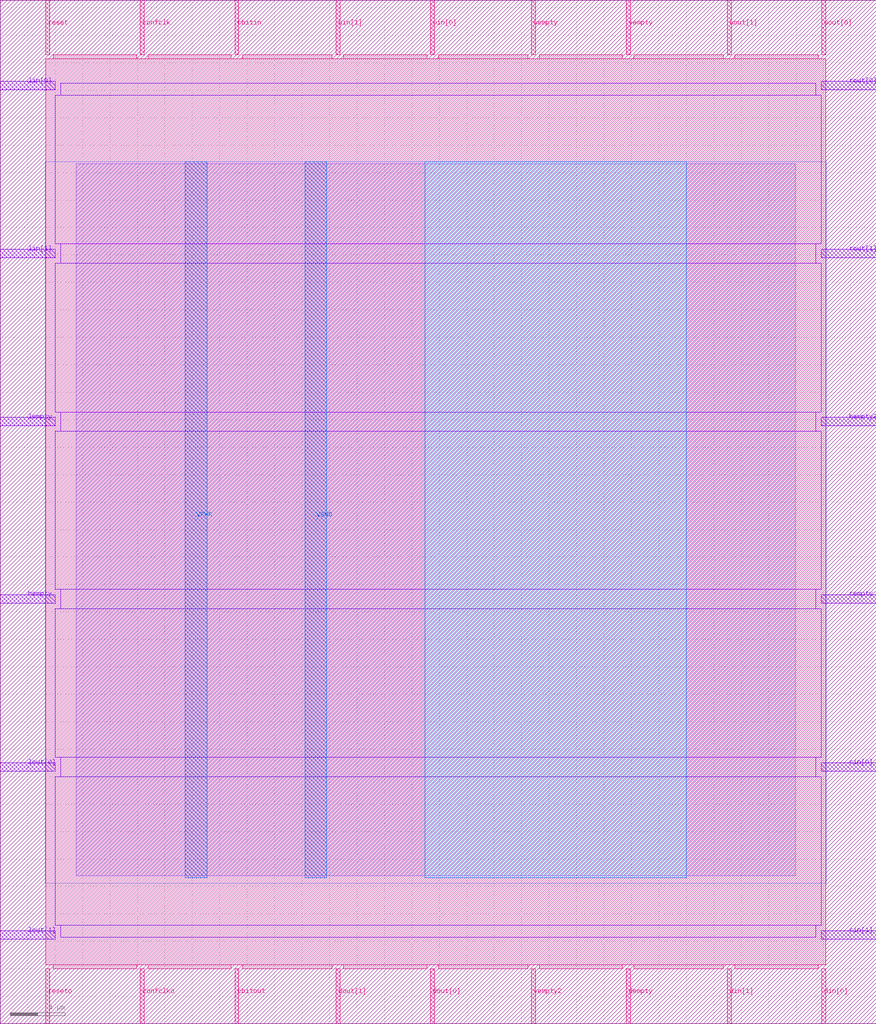
<source format=lef>
# Copyright 2020 The SkyWater PDK Authors
#
# Licensed under the Apache License, Version 2.0 (the "License");
# you may not use this file except in compliance with the License.
# You may obtain a copy of the License at
#
#     https://www.apache.org/licenses/LICENSE-2.0
#
# Unless required by applicable law or agreed to in writing, software
# distributed under the License is distributed on an "AS IS" BASIS,
# WITHOUT WARRANTIES OR CONDITIONS OF ANY KIND, either express or implied.
# See the License for the specific language governing permissions and
# limitations under the License.
#
# SPDX-License-Identifier: Apache-2.0

VERSION 5.7 ;

BUSBITCHARS "[]" ;
DIVIDERCHAR "/" ;

UNITS
  TIME NANOSECONDS 1 ;
  CAPACITANCE PICOFARADS 1 ;
  RESISTANCE OHMS 1 ;
  DATABASE MICRONS 1000 ;
END UNITS

MANUFACTURINGGRID 0.005 ;

PROPERTYDEFINITIONS
  LAYER LEF58_TYPE STRING ;
END PROPERTYDEFINITIONS

# High density, single height
SITE unithd
  SYMMETRY Y ;
  CLASS CORE ;
  SIZE 0.46 BY 2.72 ;
END unithd

# High density, double height
SITE unithddbl
  SYMMETRY Y ;
  CLASS CORE ;
  SIZE 0.46 BY 5.44 ;
END unithddbl

LAYER nwell
  TYPE MASTERSLICE ;
  PROPERTY LEF58_TYPE "TYPE NWELL ;" ;
END nwell

LAYER pwell
  TYPE MASTERSLICE ;
  PROPERTY LEF58_TYPE "TYPE PWELL ;" ;
END pwell

LAYER li1
  TYPE ROUTING ;
  DIRECTION VERTICAL ;

  PITCH 0.46 0.34 ;
  OFFSET 0.23 0.17 ;

  WIDTH 0.17 ;          # LI 1
  # SPACING  0.17 ;     # LI 2
  SPACINGTABLE
     PARALLELRUNLENGTH 0
     WIDTH 0 0.17 ;
  AREA 0.0561 ;         # LI 6
  THICKNESS 0.1 ;
  EDGECAPACITANCE 40.697E-6 ;
  CAPACITANCE CPERSQDIST 36.9866E-6 ;
  RESISTANCE RPERSQ 12.2 ;

  ANTENNAMODEL OXIDE1 ;
  ANTENNADIFFSIDEAREARATIO PWL ( ( 0 75 ) ( 0.0125 75 ) ( 0.0225 85.125 ) ( 22.5 10200 ) ) ;
END li1

LAYER mcon
  TYPE CUT ;

  WIDTH 0.17 ;                # Mcon 1
  SPACING 0.19 ;              # Mcon 2
  ENCLOSURE BELOW 0 0 ;       # Mcon 4
  ENCLOSURE ABOVE 0.03 0.06 ; # Met1 4 / Met1 5

  ANTENNADIFFAREARATIO PWL ( ( 0 3 ) ( 0.0125 3 ) ( 0.0225 3.405 ) ( 22.5 408 ) ) ;
  DCCURRENTDENSITY AVERAGE 0.36 ; # mA per via Iavg_max at Tj = 90oC

END mcon

LAYER met1
  TYPE ROUTING ;
  DIRECTION HORIZONTAL ;

  PITCH 0.34 ;
  OFFSET 0.17 ;

  WIDTH 0.14 ;                     # Met1 1
  # SPACING 0.14 ;                 # Met1 2
  # SPACING 0.28 RANGE 3.001 100 ; # Met1 3b
  SPACINGTABLE
     PARALLELRUNLENGTH 0
     WIDTH 0 0.14
     WIDTH 3 0.28 ;
  AREA 0.083 ;                     # Met1 6
  THICKNESS 0.35 ;

  ANTENNAMODEL OXIDE1 ;
  ANTENNADIFFSIDEAREARATIO PWL ( ( 0 400 ) ( 0.0125 400 ) ( 0.0225 2609 ) ( 22.5 11600 ) ) ;

  EDGECAPACITANCE 40.567E-6 ;
  CAPACITANCE CPERSQDIST 25.7784E-6 ;
  DCCURRENTDENSITY AVERAGE 2.8 ; # mA/um Iavg_max at Tj = 90oC
  ACCURRENTDENSITY RMS 6.1 ; # mA/um Irms_max at Tj = 90oC
  MAXIMUMDENSITY 70 ;
  DENSITYCHECKWINDOW 700 700 ;
  DENSITYCHECKSTEP 70 ;

  RESISTANCE RPERSQ 0.125 ;
END met1

LAYER via
  TYPE CUT ;
  WIDTH 0.15 ;                  # Via 1a
  SPACING 0.17 ;                # Via 2
  ENCLOSURE BELOW 0.055 0.085 ; # Via 4a / Via 5a
  ENCLOSURE ABOVE 0.055 0.085 ; # Met2 4 / Met2 5

  ANTENNADIFFAREARATIO PWL ( ( 0 6 ) ( 0.0125 6 ) ( 0.0225 6.81 ) ( 22.5 816 ) ) ;
  DCCURRENTDENSITY AVERAGE 0.29 ; # mA per via Iavg_max at Tj = 90oC
END via

LAYER met2
  TYPE ROUTING ;
  DIRECTION VERTICAL ;

  PITCH 0.46 ;
  OFFSET 0.23 ;

  WIDTH 0.14 ;                        # Met2 1
  # SPACING  0.14 ;                   # Met2 2
  # SPACING  0.28 RANGE 3.001 100 ;   # Met2 3b
  SPACINGTABLE
     PARALLELRUNLENGTH 0
     WIDTH 0 0.14
     WIDTH 3 0.28 ;
  AREA 0.0676 ;                       # Met2 6
  THICKNESS 0.35 ;

  EDGECAPACITANCE 37.759E-6 ;
  CAPACITANCE CPERSQDIST 16.9423E-6 ;
  RESISTANCE RPERSQ 0.125 ;
  DCCURRENTDENSITY AVERAGE 2.8 ; # mA/um Iavg_max at Tj = 90oC
  ACCURRENTDENSITY RMS 6.1 ; # mA/um Irms_max at Tj = 90oC

  ANTENNAMODEL OXIDE1 ;
  ANTENNADIFFSIDEAREARATIO PWL ( ( 0 400 ) ( 0.0125 400 ) ( 0.0225 2609 ) ( 22.5 11600 ) ) ;

  MAXIMUMDENSITY 70 ;
  DENSITYCHECKWINDOW 700 700 ;
  DENSITYCHECKSTEP 70 ;
END met2

# ******** Layer via2, type routing, number 44 **************
LAYER via2
  TYPE CUT ;
  WIDTH 0.2 ;                   # Via2 1
  SPACING 0.2 ;                 # Via2 2
  ENCLOSURE BELOW 0.04 0.085 ;  # Via2 4
  ENCLOSURE ABOVE 0.065 0.065 ; # Met3 4
  ANTENNADIFFAREARATIO PWL ( ( 0 6 ) ( 0.0125 6 ) ( 0.0225 6.81 ) ( 22.5 816 ) ) ;
  DCCURRENTDENSITY AVERAGE 0.48 ; # mA per via Iavg_max at Tj = 90oC
END via2

LAYER met3
  TYPE ROUTING ;
  DIRECTION HORIZONTAL ;

  PITCH 0.68 ;
  OFFSET 0.34 ;

  WIDTH 0.3 ;              # Met3 1
  # SPACING 0.3 ;          # Met3 2
  SPACINGTABLE
     PARALLELRUNLENGTH 0
     WIDTH 0 0.3
     WIDTH 3 0.4 ;
  AREA 0.24 ;              # Met3 6
  THICKNESS 0.8 ;

  EDGECAPACITANCE 40.989E-6 ;
  CAPACITANCE CPERSQDIST 12.3729E-6 ;
  RESISTANCE RPERSQ 0.047 ;
  DCCURRENTDENSITY AVERAGE 6.8 ; # mA/um Iavg_max at Tj = 90oC
  ACCURRENTDENSITY RMS 14.9 ; # mA/um Irms_max at Tj = 90oC

  ANTENNAMODEL OXIDE1 ;
  ANTENNADIFFSIDEAREARATIO PWL ( ( 0 400 ) ( 0.0125 400 ) ( 0.0225 2609 ) ( 22.5 11600 ) ) ;

  MAXIMUMDENSITY 70 ;
  DENSITYCHECKWINDOW 700 700 ;
  DENSITYCHECKSTEP 70 ;
END met3

LAYER via3
  TYPE CUT ;
  WIDTH 0.2 ;                   # Via3 1
  SPACING 0.2 ;                 # Via3 2
  ENCLOSURE BELOW 0.06 0.09 ;   # Via3 4 / Via3 5
  ENCLOSURE ABOVE 0.065 0.065 ; # Met4 3
  ANTENNADIFFAREARATIO PWL ( ( 0 6 ) ( 0.0125 6 ) ( 0.0225 6.81 ) ( 22.5 816 ) ) ;
  DCCURRENTDENSITY AVERAGE 0.48 ; # mA per via Iavg_max at Tj = 90oC
END via3

LAYER met4
  TYPE ROUTING ;
  DIRECTION VERTICAL ;

  PITCH 0.92 ;
  OFFSET 0.46 ;

  WIDTH 0.3 ;             # Met4 1
  # SPACING  0.3 ;             # Met4 2
  SPACINGTABLE
     PARALLELRUNLENGTH 0
     WIDTH 0 0.3
     WIDTH 3 0.4 ;
  AREA 0.24 ;            # Met4 4a

  THICKNESS 0.8 ;

  EDGECAPACITANCE 36.676E-6 ;
  CAPACITANCE CPERSQDIST 8.41537E-6 ;
  RESISTANCE RPERSQ 0.047 ;
  DCCURRENTDENSITY AVERAGE 6.8 ; # mA/um Iavg_max at Tj = 90oC
  ACCURRENTDENSITY RMS 14.9 ; # mA/um Irms_max at Tj = 90oC

  ANTENNAMODEL OXIDE1 ;
  ANTENNADIFFSIDEAREARATIO PWL ( ( 0 400 ) ( 0.0125 400 ) ( 0.0225 2609 ) ( 22.5 11600 ) ) ;

  MAXIMUMDENSITY 70 ;
  DENSITYCHECKWINDOW 700 700 ;
  DENSITYCHECKSTEP 70 ;
END met4

LAYER via4
  TYPE CUT ;

  WIDTH 0.8 ;                 # Via4 1
  SPACING 0.8 ;               # Via4 2
  ENCLOSURE BELOW 0.19 0.19 ; # Via4 4
  ENCLOSURE ABOVE 0.31 0.31 ; # Met5 3
  ANTENNADIFFAREARATIO PWL ( ( 0 6 ) ( 0.0125 6 ) ( 0.0225 6.81 ) ( 22.5 816 ) ) ;
  DCCURRENTDENSITY AVERAGE 2.49 ; # mA per via Iavg_max at Tj = 90oC
END via4

LAYER met5
  TYPE ROUTING ;
  DIRECTION HORIZONTAL ;

  PITCH 3.4 ;
  OFFSET 1.7 ;

  WIDTH 1.6 ;            # Met5 1
  #SPACING  1.6 ;        # Met5 2
  SPACINGTABLE
     PARALLELRUNLENGTH 0
     WIDTH 0 1.6 ;
  AREA 4 ;               # Met5 4

  THICKNESS 1.2 ;

  EDGECAPACITANCE 38.851E-6 ;
  CAPACITANCE CPERSQDIST 6.32063E-6 ;
  RESISTANCE RPERSQ 0.0285 ;
  DCCURRENTDENSITY AVERAGE 10.17 ; # mA/um Iavg_max at Tj = 90oC
  ACCURRENTDENSITY RMS 22.34 ; # mA/um Irms_max at Tj = 90oC

  ANTENNAMODEL OXIDE1 ;
  ANTENNADIFFSIDEAREARATIO PWL ( ( 0 400 ) ( 0.0125 400 ) ( 0.0225 2609 ) ( 22.5 11600 ) ) ;
END met5


### Routing via cells section   ###
# Plus via rule, metals are along the prefered direction
VIA L1M1_PR DEFAULT
  LAYER mcon ;
  RECT -0.085 -0.085 0.085 0.085 ;
  LAYER li1 ;
  RECT -0.085 -0.085 0.085 0.085 ;
  LAYER met1 ;
  RECT -0.145 -0.115 0.145 0.115 ;
END L1M1_PR

VIARULE L1M1_PR GENERATE
  LAYER li1 ;
  ENCLOSURE 0 0 ;
  LAYER met1 ;
  ENCLOSURE 0.06 0.03 ;
  LAYER mcon ;
  RECT -0.085 -0.085 0.085 0.085 ;
  SPACING 0.36 BY 0.36 ;
END L1M1_PR

# Plus via rule, metals are along the non prefered direction
VIA L1M1_PR_R DEFAULT
  LAYER mcon ;
  RECT -0.085 -0.085 0.085 0.085 ;
  LAYER li1 ;
  RECT -0.085 -0.085 0.085 0.085 ;
  LAYER met1 ;
  RECT -0.115 -0.145 0.115 0.145 ;
END L1M1_PR_R

VIARULE L1M1_PR_R GENERATE
  LAYER li1 ;
  ENCLOSURE 0 0 ;
  LAYER met1 ;
  ENCLOSURE 0.03 0.06 ;
  LAYER mcon ;
  RECT -0.085 -0.085 0.085 0.085 ;
  SPACING 0.36 BY 0.36 ;
END L1M1_PR_R

# Minus via rule, lower layer metal is along prefered direction
VIA L1M1_PR_M DEFAULT
  LAYER mcon ;
  RECT -0.085 -0.085 0.085 0.085 ;
  LAYER li1 ;
  RECT -0.085 -0.085 0.085 0.085 ;
  LAYER met1 ;
  RECT -0.115 -0.145 0.115 0.145 ;
END L1M1_PR_M

VIARULE L1M1_PR_M GENERATE
  LAYER li1 ;
  ENCLOSURE 0 0 ;
  LAYER met1 ;
  ENCLOSURE 0.03 0.06 ;
  LAYER mcon ;
  RECT -0.085 -0.085 0.085 0.085 ;
  SPACING 0.36 BY 0.36 ;
END L1M1_PR_M

# Minus via rule, upper layer metal is along prefered direction
VIA L1M1_PR_MR DEFAULT
  LAYER mcon ;
  RECT -0.085 -0.085 0.085 0.085 ;
  LAYER li1 ;
  RECT -0.085 -0.085 0.085 0.085 ;
  LAYER met1 ;
  RECT -0.145 -0.115 0.145 0.115 ;
END L1M1_PR_MR

VIARULE L1M1_PR_MR GENERATE
  LAYER li1 ;
  ENCLOSURE 0 0 ;
  LAYER met1 ;
  ENCLOSURE 0.06 0.03 ;
  LAYER mcon ;
  RECT -0.085 -0.085 0.085 0.085 ;
  SPACING 0.36 BY 0.36 ;
END L1M1_PR_MR

# Centered via rule, we really do not want to use it
VIA L1M1_PR_C DEFAULT
  LAYER mcon ;
  RECT -0.085 -0.085 0.085 0.085 ;
  LAYER li1 ;
  RECT -0.085 -0.085 0.085 0.085 ;
  LAYER met1 ;
  RECT -0.145 -0.145 0.145 0.145 ;
END L1M1_PR_C

VIARULE L1M1_PR_C GENERATE
  LAYER li1 ;
  ENCLOSURE 0 0 ;
  LAYER met1 ;
  ENCLOSURE 0.06 0.06 ;
  LAYER mcon ;
  RECT -0.085 -0.085 0.085 0.085 ;
  SPACING 0.36 BY 0.36 ;
END L1M1_PR_C

# Plus via rule, metals are along the prefered direction
VIA M1M2_PR DEFAULT
  LAYER via ;
  RECT -0.075 -0.075 0.075 0.075 ;
  LAYER met1 ;
  RECT -0.16 -0.13 0.16 0.13 ;
  LAYER met2 ;
  RECT -0.13 -0.16 0.13 0.16 ;
END M1M2_PR

VIARULE M1M2_PR GENERATE
  LAYER met1 ;
  ENCLOSURE 0.085 0.055 ;
  LAYER met2 ;
  ENCLOSURE 0.055 0.085 ;
  LAYER via ;
  RECT -0.075 -0.075 0.075 0.075 ;
  SPACING 0.32 BY 0.32 ;
END M1M2_PR

# Plus via rule, metals are along the non prefered direction
VIA M1M2_PR_R DEFAULT
  LAYER via ;
  RECT -0.075 -0.075 0.075 0.075 ;
  LAYER met1 ;
  RECT -0.13 -0.16 0.13 0.16 ;
  LAYER met2 ;
  RECT -0.16 -0.13 0.16 0.13 ;
END M1M2_PR_R

VIARULE M1M2_PR_R GENERATE
  LAYER met1 ;
  ENCLOSURE 0.055 0.085 ;
  LAYER met2 ;
  ENCLOSURE 0.085 0.055 ;
  LAYER via ;
  RECT -0.075 -0.075 0.075 0.075 ;
  SPACING 0.32 BY 0.32 ;
END M1M2_PR_R

# Minus via rule, lower layer metal is along prefered direction
VIA M1M2_PR_M DEFAULT
  LAYER via ;
  RECT -0.075 -0.075 0.075 0.075 ;
  LAYER met1 ;
  RECT -0.16 -0.13 0.16 0.13 ;
  LAYER met2 ;
  RECT -0.16 -0.13 0.16 0.13 ;
END M1M2_PR_M

VIARULE M1M2_PR_M GENERATE
  LAYER met1 ;
  ENCLOSURE 0.085 0.055 ;
  LAYER met2 ;
  ENCLOSURE 0.085 0.055 ;
  LAYER via ;
  RECT -0.075 -0.075 0.075 0.075 ;
  SPACING 0.32 BY 0.32 ;
END M1M2_PR_M

# Minus via rule, upper layer metal is along prefered direction
VIA M1M2_PR_MR DEFAULT
  LAYER via ;
  RECT -0.075 -0.075 0.075 0.075 ;
  LAYER met1 ;
  RECT -0.13 -0.16 0.13 0.16 ;
  LAYER met2 ;
  RECT -0.13 -0.16 0.13 0.16 ;
END M1M2_PR_MR

VIARULE M1M2_PR_MR GENERATE
  LAYER met1 ;
  ENCLOSURE 0.055 0.085 ;
  LAYER met2 ;
  ENCLOSURE 0.055 0.085 ;
  LAYER via ;
  RECT -0.075 -0.075 0.075 0.075 ;
  SPACING 0.32 BY 0.32 ;
END M1M2_PR_MR

# Centered via rule, we really do not want to use it
VIA M1M2_PR_C DEFAULT
  LAYER via ;
  RECT -0.075 -0.075 0.075 0.075 ;
  LAYER met1 ;
  RECT -0.16 -0.16 0.16 0.16 ;
  LAYER met2 ;
  RECT -0.16 -0.16 0.16 0.16 ;
END M1M2_PR_C

VIARULE M1M2_PR_C GENERATE
  LAYER met1 ;
  ENCLOSURE 0.085 0.085 ;
  LAYER met2 ;
  ENCLOSURE 0.085 0.085 ;
  LAYER via ;
  RECT -0.075 -0.075 0.075 0.075 ;
  SPACING 0.32 BY 0.32 ;
END M1M2_PR_C

# Plus via rule, metals are along the prefered direction
VIA M2M3_PR DEFAULT
  LAYER via2 ;
  RECT -0.1 -0.1 0.1 0.1 ;
  LAYER met2 ;
  RECT -0.14 -0.185 0.14 0.185 ;
  LAYER met3 ;
  RECT -0.165 -0.165 0.165 0.165 ;
END M2M3_PR

VIARULE M2M3_PR GENERATE
  LAYER met2 ;
  ENCLOSURE 0.04 0.085 ;
  LAYER met3 ;
  ENCLOSURE 0.065 0.065 ;
  LAYER via2 ;
  RECT -0.1 -0.1 0.1 0.1 ;
  SPACING 0.4 BY 0.4 ;
END M2M3_PR

# Plus via rule, metals are along the non prefered direction
VIA M2M3_PR_R DEFAULT
  LAYER via2 ;
  RECT -0.1 -0.1 0.1 0.1 ;
  LAYER met2 ;
  RECT -0.185 -0.14 0.185 0.14 ;
  LAYER met3 ;
  RECT -0.165 -0.165 0.165 0.165 ;
END M2M3_PR_R

VIARULE M2M3_PR_R GENERATE
  LAYER met2 ;
  ENCLOSURE 0.085 0.04 ;
  LAYER met3 ;
  ENCLOSURE 0.065 0.065 ;
  LAYER via2 ;
  RECT -0.1 -0.1 0.1 0.1 ;
  SPACING 0.4 BY 0.4 ;
END M2M3_PR_R

# Minus via rule, lower layer metal is along prefered direction
VIA M2M3_PR_M DEFAULT
  LAYER via2 ;
  RECT -0.1 -0.1 0.1 0.1 ;
  LAYER met2 ;
  RECT -0.14 -0.185 0.14 0.185 ;
  LAYER met3 ;
  RECT -0.165 -0.165 0.165 0.165 ;
END M2M3_PR_M

VIARULE M2M3_PR_M GENERATE
  LAYER met2 ;
  ENCLOSURE 0.04 0.085 ;
  LAYER met3 ;
  ENCLOSURE 0.065 0.065 ;
  LAYER via2 ;
  RECT -0.1 -0.1 0.1 0.1 ;
  SPACING 0.4 BY 0.4 ;
END M2M3_PR_M

# Minus via rule, upper layer metal is along prefered direction
VIA M2M3_PR_MR DEFAULT
  LAYER via2 ;
  RECT -0.1 -0.1 0.1 0.1 ;
  LAYER met2 ;
  RECT -0.185 -0.14 0.185 0.14 ;
  LAYER met3 ;
  RECT -0.165 -0.165 0.165 0.165 ;
END M2M3_PR_MR

VIARULE M2M3_PR_MR GENERATE
  LAYER met2 ;
  ENCLOSURE 0.085 0.04 ;
  LAYER met3 ;
  ENCLOSURE 0.065 0.065 ;
  LAYER via2 ;
  RECT -0.1 -0.1 0.1 0.1 ;
  SPACING 0.4 BY 0.4 ;
END M2M3_PR_MR

# Centered via rule, we really do not want to use it
VIA M2M3_PR_C DEFAULT
  LAYER via2 ;
  RECT -0.1 -0.1 0.1 0.1 ;
  LAYER met2 ;
  RECT -0.185 -0.185 0.185 0.185 ;
  LAYER met3 ;
  RECT -0.165 -0.165 0.165 0.165 ;
END M2M3_PR_C

VIARULE M2M3_PR_C GENERATE
  LAYER met2 ;
  ENCLOSURE 0.085 0.085 ;
  LAYER met3 ;
  ENCLOSURE 0.065 0.065 ;
  LAYER via2 ;
  RECT -0.1 -0.1 0.1 0.1 ;
  SPACING 0.4 BY 0.4 ;
END M2M3_PR_C

# Plus via rule, metals are along the prefered direction
VIA M3M4_PR DEFAULT
  LAYER via3 ;
  RECT -0.1 -0.1 0.1 0.1 ;
  LAYER met3 ;
  RECT -0.19 -0.16 0.19 0.16 ;
  LAYER met4 ;
  RECT -0.165 -0.165 0.165 0.165 ;
END M3M4_PR

VIARULE M3M4_PR GENERATE
  LAYER met3 ;
  ENCLOSURE 0.09 0.06 ;
  LAYER met4 ;
  ENCLOSURE 0.065 0.065 ;
  LAYER via3 ;
  RECT -0.1 -0.1 0.1 0.1 ;
  SPACING 0.4 BY 0.4 ;
END M3M4_PR

# Plus via rule, metals are along the non prefered direction
VIA M3M4_PR_R DEFAULT
  LAYER via3 ;
  RECT -0.1 -0.1 0.1 0.1 ;
  LAYER met3 ;
  RECT -0.16 -0.19 0.16 0.19 ;
  LAYER met4 ;
  RECT -0.165 -0.165 0.165 0.165 ;
END M3M4_PR_R

VIARULE M3M4_PR_R GENERATE
  LAYER met3 ;
  ENCLOSURE 0.06 0.09 ;
  LAYER met4 ;
  ENCLOSURE 0.065 0.065 ;
  LAYER via3 ;
  RECT -0.1 -0.1 0.1 0.1 ;
  SPACING 0.4 BY 0.4 ;
END M3M4_PR_R

# Minus via rule, lower layer metal is along prefered direction
VIA M3M4_PR_M DEFAULT
  LAYER via3 ;
  RECT -0.1 -0.1 0.1 0.1 ;
  LAYER met3 ;
  RECT -0.19 -0.16 0.19 0.16 ;
  LAYER met4 ;
  RECT -0.165 -0.165 0.165 0.165 ;
END M3M4_PR_M

VIARULE M3M4_PR_M GENERATE
  LAYER met3 ;
  ENCLOSURE 0.09 0.06 ;
  LAYER met4 ;
  ENCLOSURE 0.065 0.065 ;
  LAYER via3 ;
  RECT -0.1 -0.1 0.1 0.1 ;
  SPACING 0.4 BY 0.4 ;
END M3M4_PR_M

# Minus via rule, upper layer metal is along prefered direction
VIA M3M4_PR_MR DEFAULT
  LAYER via3 ;
  RECT -0.1 -0.1 0.1 0.1 ;
  LAYER met3 ;
  RECT -0.16 -0.19 0.16 0.19 ;
  LAYER met4 ;
  RECT -0.165 -0.165 0.165 0.165 ;
END M3M4_PR_MR

VIARULE M3M4_PR_MR GENERATE
  LAYER met3 ;
  ENCLOSURE 0.06 0.09 ;
  LAYER met4 ;
  ENCLOSURE 0.065 0.065 ;
  LAYER via3 ;
  RECT -0.1 -0.1 0.1 0.1 ;
  SPACING 0.4 BY 0.4 ;
END M3M4_PR_MR

# Centered via rule, we really do not want to use it
VIA M3M4_PR_C DEFAULT
  LAYER via3 ;
  RECT -0.1 -0.1 0.1 0.1 ;
  LAYER met3 ;
  RECT -0.19 -0.19 0.19 0.19 ;
  LAYER met4 ;
  RECT -0.165 -0.165 0.165 0.165 ;
END M3M4_PR_C

VIARULE M3M4_PR_C GENERATE
  LAYER met3 ;
  ENCLOSURE 0.09 0.09 ;
  LAYER met4 ;
  ENCLOSURE 0.065 0.065 ;
  LAYER via3 ;
  RECT -0.1 -0.1 0.1 0.1 ;
  SPACING 0.4 BY 0.4 ;
END M3M4_PR_C

# Plus via rule, metals are along the prefered direction
VIA M4M5_PR DEFAULT
  LAYER via4 ;
  RECT -0.4 -0.4 0.4 0.4 ;
  LAYER met4 ;
  RECT -0.59 -0.59 0.59 0.59 ;
  LAYER met5 ;
  RECT -0.71 -0.71 0.71 0.71 ;
END M4M5_PR

VIARULE M4M5_PR GENERATE
  LAYER met4 ;
  ENCLOSURE 0.19 0.19 ;
  LAYER met5 ;
  ENCLOSURE 0.31 0.31 ;
  LAYER via4 ;
  RECT -0.4 -0.4 0.4 0.4 ;
  SPACING 1.6 BY 1.6 ;
END M4M5_PR

# Plus via rule, metals are along the non prefered direction
VIA M4M5_PR_R DEFAULT
  LAYER via4 ;
  RECT -0.4 -0.4 0.4 0.4 ;
  LAYER met4 ;
  RECT -0.59 -0.59 0.59 0.59 ;
  LAYER met5 ;
  RECT -0.71 -0.71 0.71 0.71 ;
END M4M5_PR_R

VIARULE M4M5_PR_R GENERATE
  LAYER met4 ;
  ENCLOSURE 0.19 0.19 ;
  LAYER met5 ;
  ENCLOSURE 0.31 0.31 ;
  LAYER via4 ;
  RECT -0.4 -0.4 0.4 0.4 ;
  SPACING 1.6 BY 1.6 ;
END M4M5_PR_R

# Minus via rule, lower layer metal is along prefered direction
VIA M4M5_PR_M DEFAULT
  LAYER via4 ;
  RECT -0.4 -0.4 0.4 0.4 ;
  LAYER met4 ;
  RECT -0.59 -0.59 0.59 0.59 ;
  LAYER met5 ;
  RECT -0.71 -0.71 0.71 0.71 ;
END M4M5_PR_M

VIARULE M4M5_PR_M GENERATE
  LAYER met4 ;
  ENCLOSURE 0.19 0.19 ;
  LAYER met5 ;
  ENCLOSURE 0.31 0.31 ;
  LAYER via4 ;
  RECT -0.4 -0.4 0.4 0.4 ;
  SPACING 1.6 BY 1.6 ;
END M4M5_PR_M

# Minus via rule, upper layer metal is along prefered direction
VIA M4M5_PR_MR DEFAULT
  LAYER via4 ;
  RECT -0.4 -0.4 0.4 0.4 ;
  LAYER met4 ;
  RECT -0.59 -0.59 0.59 0.59 ;
  LAYER met5 ;
  RECT -0.71 -0.71 0.71 0.71 ;
END M4M5_PR_MR

VIARULE M4M5_PR_MR GENERATE
  LAYER met4 ;
  ENCLOSURE 0.19 0.19 ;
  LAYER met5 ;
  ENCLOSURE 0.31 0.31 ;
  LAYER via4 ;
  RECT -0.4 -0.4 0.4 0.4 ;
  SPACING 1.6 BY 1.6 ;
END M4M5_PR_MR

# Centered via rule, we really do not want to use it
VIA M4M5_PR_C DEFAULT
  LAYER via4 ;
  RECT -0.4 -0.4 0.4 0.4 ;
  LAYER met4 ;
  RECT -0.59 -0.59 0.59 0.59 ;
  LAYER met5 ;
  RECT -0.71 -0.71 0.71 0.71 ;
END M4M5_PR_C

VIARULE M4M5_PR_C GENERATE
  LAYER met4 ;
  ENCLOSURE 0.19 0.19 ;
  LAYER met5 ;
  ENCLOSURE 0.31 0.31 ;
  LAYER via4 ;
  RECT -0.4 -0.4 0.4 0.4 ;
  SPACING 1.6 BY 1.6 ;
END M4M5_PR_C
###  end of single via cells   ###


MACRO sky130_fd_sc_hd__dlxtp_1
  CLASS CORE ;
  FOREIGN sky130_fd_sc_hd__dlxtp_1 ;
  ORIGIN  0.000000  0.000000 ;
  SIZE  5.520000 BY  2.720000 ;
  SYMMETRY X Y R90 ;
  SITE unithd ;
  PIN D
    ANTENNAGATEAREA  0.159000 ;
    DIRECTION INPUT ;
    USE SIGNAL ;
    PORT
      LAYER li1 ;
        RECT 1.460000 0.955000 1.790000 1.325000 ;
    END
  END D
  PIN Q
    ANTENNADIFFAREA  0.470250 ;
    DIRECTION OUTPUT ;
    USE SIGNAL ;
    PORT
      LAYER li1 ;
        RECT 5.150000 0.415000 5.435000 0.745000 ;
        RECT 5.150000 1.670000 5.435000 2.455000 ;
        RECT 5.265000 0.745000 5.435000 1.670000 ;
    END
  END Q
  PIN GATE
    ANTENNAGATEAREA  0.159000 ;
    DIRECTION INPUT ;
    USE CLOCK ;
    PORT
      LAYER li1 ;
        RECT 0.090000 0.985000 0.330000 1.625000 ;
    END
  END GATE
  PIN VGND
    DIRECTION INOUT ;
    SHAPE ABUTMENT ;
    USE GROUND ;
    PORT
      LAYER met1 ;
        RECT 0.000000 -0.240000 5.520000 0.240000 ;
    END
  END VGND
  PIN VNB
    DIRECTION INOUT ;
    USE GROUND ;
    PORT
      LAYER pwell ;
        RECT 0.145000 -0.085000 0.315000 0.085000 ;
    END
  END VNB
  PIN VPB
    DIRECTION INOUT ;
    USE POWER ;
    PORT
      LAYER nwell ;
        RECT -0.190000 1.305000 5.710000 2.910000 ;
    END
  END VPB
  PIN VPWR
    DIRECTION INOUT ;
    SHAPE ABUTMENT ;
    USE POWER ;
    PORT
      LAYER met1 ;
        RECT 0.000000 2.480000 5.520000 2.960000 ;
    END
  END VPWR
  OBS
    LAYER li1 ;
      RECT 0.000000 -0.085000 5.520000 0.085000 ;
      RECT 0.000000  2.635000 5.520000 2.805000 ;
      RECT 0.175000  0.345000 0.345000 0.635000 ;
      RECT 0.175000  0.635000 0.780000 0.805000 ;
      RECT 0.175000  1.795000 0.780000 1.965000 ;
      RECT 0.175000  1.965000 0.345000 2.465000 ;
      RECT 0.515000  0.085000 0.845000 0.465000 ;
      RECT 0.515000  2.135000 0.845000 2.635000 ;
      RECT 0.610000  0.805000 0.780000 1.070000 ;
      RECT 0.610000  1.070000 0.840000 1.400000 ;
      RECT 0.610000  1.400000 0.780000 1.795000 ;
      RECT 1.015000  0.345000 1.185000 1.685000 ;
      RECT 1.015000  1.685000 1.240000 2.465000 ;
      RECT 1.455000  1.495000 2.140000 1.665000 ;
      RECT 1.455000  1.665000 1.785000 2.415000 ;
      RECT 1.535000  0.345000 1.705000 0.615000 ;
      RECT 1.535000  0.615000 2.140000 0.765000 ;
      RECT 1.535000  0.765000 2.340000 0.785000 ;
      RECT 1.875000  0.085000 2.205000 0.445000 ;
      RECT 1.955000  1.835000 2.270000 2.635000 ;
      RECT 1.970000  0.785000 2.340000 1.095000 ;
      RECT 1.970000  1.095000 2.140000 1.495000 ;
      RECT 2.470000  1.355000 2.755000 1.685000 ;
      RECT 2.715000  0.705000 3.095000 1.035000 ;
      RECT 2.770000  2.255000 3.605000 2.425000 ;
      RECT 2.840000  0.365000 3.500000 0.535000 ;
      RECT 2.925000  1.035000 3.095000 1.575000 ;
      RECT 2.925000  1.575000 3.265000 1.995000 ;
      RECT 3.330000  0.535000 3.500000 0.995000 ;
      RECT 3.330000  0.995000 4.175000 1.165000 ;
      RECT 3.435000  1.165000 4.175000 1.325000 ;
      RECT 3.435000  1.325000 3.605000 2.255000 ;
      RECT 3.685000  0.085000 4.015000 0.530000 ;
      RECT 3.775000  2.135000 3.945000 2.635000 ;
      RECT 3.840000  1.535000 4.515000 1.865000 ;
      RECT 4.295000  0.415000 4.515000 0.745000 ;
      RECT 4.295000  1.865000 4.515000 2.435000 ;
      RECT 4.345000  0.745000 4.515000 0.995000 ;
      RECT 4.345000  0.995000 5.095000 1.325000 ;
      RECT 4.345000  1.325000 4.515000 1.535000 ;
      RECT 4.695000  0.085000 4.900000 0.715000 ;
      RECT 4.695000  1.570000 4.900000 2.635000 ;
    LAYER mcon ;
      RECT 0.145000 -0.085000 0.315000 0.085000 ;
      RECT 0.145000  2.635000 0.315000 2.805000 ;
      RECT 0.605000 -0.085000 0.775000 0.085000 ;
      RECT 0.605000  2.635000 0.775000 2.805000 ;
      RECT 0.610000  1.445000 0.780000 1.615000 ;
      RECT 1.065000 -0.085000 1.235000 0.085000 ;
      RECT 1.065000  2.635000 1.235000 2.805000 ;
      RECT 1.070000  1.785000 1.240000 1.955000 ;
      RECT 1.525000 -0.085000 1.695000 0.085000 ;
      RECT 1.525000  2.635000 1.695000 2.805000 ;
      RECT 1.985000 -0.085000 2.155000 0.085000 ;
      RECT 1.985000  2.635000 2.155000 2.805000 ;
      RECT 2.445000 -0.085000 2.615000 0.085000 ;
      RECT 2.445000  2.635000 2.615000 2.805000 ;
      RECT 2.470000  1.445000 2.640000 1.615000 ;
      RECT 2.905000 -0.085000 3.075000 0.085000 ;
      RECT 2.905000  2.635000 3.075000 2.805000 ;
      RECT 2.930000  1.785000 3.100000 1.955000 ;
      RECT 3.365000 -0.085000 3.535000 0.085000 ;
      RECT 3.365000  2.635000 3.535000 2.805000 ;
      RECT 3.825000 -0.085000 3.995000 0.085000 ;
      RECT 3.825000  2.635000 3.995000 2.805000 ;
      RECT 4.285000 -0.085000 4.455000 0.085000 ;
      RECT 4.285000  2.635000 4.455000 2.805000 ;
      RECT 4.745000 -0.085000 4.915000 0.085000 ;
      RECT 4.745000  2.635000 4.915000 2.805000 ;
      RECT 5.205000 -0.085000 5.375000 0.085000 ;
      RECT 5.205000  2.635000 5.375000 2.805000 ;
    LAYER met1 ;
      RECT 0.550000 1.415000 0.840000 1.460000 ;
      RECT 0.550000 1.460000 2.700000 1.600000 ;
      RECT 0.550000 1.600000 0.840000 1.645000 ;
      RECT 1.010000 1.755000 1.300000 1.800000 ;
      RECT 1.010000 1.800000 3.160000 1.940000 ;
      RECT 1.010000 1.940000 1.300000 1.985000 ;
      RECT 2.410000 1.415000 2.700000 1.460000 ;
      RECT 2.410000 1.600000 2.700000 1.645000 ;
      RECT 2.870000 1.755000 3.160000 1.800000 ;
      RECT 2.870000 1.940000 3.160000 1.985000 ;
  END
END sky130_fd_sc_hd__dlxtp_1
MACRO sky130_fd_sc_hd__a41o_1
  CLASS CORE ;
  FOREIGN sky130_fd_sc_hd__a41o_1 ;
  ORIGIN  0.000000  0.000000 ;
  SIZE  3.680000 BY  2.720000 ;
  SYMMETRY X Y R90 ;
  SITE unithd ;
  PIN A1
    ANTENNAGATEAREA  0.247500 ;
    DIRECTION INPUT ;
    USE SIGNAL ;
    PORT
      LAYER li1 ;
        RECT 1.535000 0.995000 1.915000 1.325000 ;
        RECT 1.535000 1.325000 1.835000 1.620000 ;
    END
  END A1
  PIN A2
    ANTENNAGATEAREA  0.247500 ;
    DIRECTION INPUT ;
    USE SIGNAL ;
    PORT
      LAYER li1 ;
        RECT 1.700000 0.415000 2.650000 0.600000 ;
        RECT 2.225000 0.600000 2.445000 1.325000 ;
    END
  END A2
  PIN A3
    ANTENNAGATEAREA  0.247500 ;
    DIRECTION INPUT ;
    USE SIGNAL ;
    PORT
      LAYER li1 ;
        RECT 2.705000 0.995000 3.085000 1.625000 ;
        RECT 2.880000 0.395000 3.085000 0.995000 ;
    END
  END A3
  PIN A4
    ANTENNAGATEAREA  0.247500 ;
    DIRECTION INPUT ;
    USE SIGNAL ;
    PORT
      LAYER li1 ;
        RECT 3.315000 0.995000 3.570000 1.625000 ;
    END
  END A4
  PIN B1
    ANTENNAGATEAREA  0.247500 ;
    DIRECTION INPUT ;
    USE SIGNAL ;
    PORT
      LAYER li1 ;
        RECT 1.005000 1.075000 1.335000 1.635000 ;
    END
  END B1
  PIN X
    ANTENNADIFFAREA  0.429000 ;
    DIRECTION OUTPUT ;
    USE SIGNAL ;
    PORT
      LAYER li1 ;
        RECT 0.085000 0.300000 0.425000 0.560000 ;
        RECT 0.085000 0.560000 0.345000 2.165000 ;
        RECT 0.085000 2.165000 0.425000 2.425000 ;
    END
  END X
  PIN VGND
    DIRECTION INOUT ;
    SHAPE ABUTMENT ;
    USE GROUND ;
    PORT
      LAYER met1 ;
        RECT 0.000000 -0.240000 3.680000 0.240000 ;
    END
  END VGND
  PIN VNB
    DIRECTION INOUT ;
    USE GROUND ;
    PORT
      LAYER pwell ;
        RECT 0.150000 -0.085000 0.320000 0.085000 ;
    END
  END VNB
  PIN VPB
    DIRECTION INOUT ;
    USE POWER ;
    PORT
      LAYER nwell ;
        RECT -0.190000 1.305000 3.870000 2.910000 ;
    END
  END VPB
  PIN VPWR
    DIRECTION INOUT ;
    SHAPE ABUTMENT ;
    USE POWER ;
    PORT
      LAYER met1 ;
        RECT 0.000000 2.480000 3.680000 2.960000 ;
    END
  END VPWR
  OBS
    LAYER li1 ;
      RECT 0.000000 -0.085000 3.680000 0.085000 ;
      RECT 0.000000  2.635000 3.680000 2.805000 ;
      RECT 0.515000  0.735000 1.530000 0.810000 ;
      RECT 0.515000  0.810000 1.335000 0.905000 ;
      RECT 0.515000  0.905000 0.685000 1.825000 ;
      RECT 0.515000  1.825000 1.365000 1.995000 ;
      RECT 0.595000  0.085000 0.925000 0.565000 ;
      RECT 0.595000  2.175000 0.845000 2.635000 ;
      RECT 1.035000  1.995000 1.365000 2.425000 ;
      RECT 1.115000  0.300000 1.530000 0.735000 ;
      RECT 1.535000  1.795000 3.505000 1.965000 ;
      RECT 1.535000  1.965000 1.705000 2.465000 ;
      RECT 1.915000  2.175000 2.165000 2.635000 ;
      RECT 2.375000  1.965000 2.545000 2.465000 ;
      RECT 2.845000  2.175000 3.095000 2.635000 ;
      RECT 3.255000  0.085000 3.595000 0.810000 ;
      RECT 3.335000  1.965000 3.505000 2.465000 ;
    LAYER mcon ;
      RECT 0.145000 -0.085000 0.315000 0.085000 ;
      RECT 0.145000  2.635000 0.315000 2.805000 ;
      RECT 0.605000 -0.085000 0.775000 0.085000 ;
      RECT 0.605000  2.635000 0.775000 2.805000 ;
      RECT 1.065000 -0.085000 1.235000 0.085000 ;
      RECT 1.065000  2.635000 1.235000 2.805000 ;
      RECT 1.525000 -0.085000 1.695000 0.085000 ;
      RECT 1.525000  2.635000 1.695000 2.805000 ;
      RECT 1.985000 -0.085000 2.155000 0.085000 ;
      RECT 1.985000  2.635000 2.155000 2.805000 ;
      RECT 2.445000 -0.085000 2.615000 0.085000 ;
      RECT 2.445000  2.635000 2.615000 2.805000 ;
      RECT 2.905000 -0.085000 3.075000 0.085000 ;
      RECT 2.905000  2.635000 3.075000 2.805000 ;
      RECT 3.365000 -0.085000 3.535000 0.085000 ;
      RECT 3.365000  2.635000 3.535000 2.805000 ;
  END
END sky130_fd_sc_hd__a41o_1
MACRO sky130_fd_sc_hd__a41o_2
  CLASS CORE ;
  FOREIGN sky130_fd_sc_hd__a41o_2 ;
  ORIGIN  0.000000  0.000000 ;
  SIZE  4.140000 BY  2.720000 ;
  SYMMETRY X Y R90 ;
  SITE unithd ;
  PIN A1
    ANTENNAGATEAREA  0.247500 ;
    DIRECTION INPUT ;
    USE SIGNAL ;
    PORT
      LAYER li1 ;
        RECT 3.785000 0.730000 4.005000 1.625000 ;
    END
  END A1
  PIN A2
    ANTENNAGATEAREA  0.247500 ;
    DIRECTION INPUT ;
    USE SIGNAL ;
    PORT
      LAYER li1 ;
        RECT 3.085000 1.075000 3.550000 1.245000 ;
        RECT 3.335000 0.745000 3.550000 1.075000 ;
        RECT 3.335000 1.245000 3.550000 1.625000 ;
    END
  END A2
  PIN A3
    ANTENNAGATEAREA  0.247500 ;
    DIRECTION INPUT ;
    USE SIGNAL ;
    PORT
      LAYER li1 ;
        RECT 2.685000 0.995000 2.855000 1.435000 ;
        RECT 2.685000 1.435000 3.090000 1.625000 ;
    END
  END A3
  PIN A4
    ANTENNAGATEAREA  0.247500 ;
    DIRECTION INPUT ;
    USE SIGNAL ;
    PORT
      LAYER li1 ;
        RECT 2.000000 0.995000 2.335000 1.625000 ;
    END
  END A4
  PIN B1
    ANTENNAGATEAREA  0.247500 ;
    DIRECTION INPUT ;
    USE SIGNAL ;
    PORT
      LAYER li1 ;
        RECT 1.400000 1.075000 1.730000 1.295000 ;
    END
  END B1
  PIN X
    ANTENNADIFFAREA  0.445500 ;
    DIRECTION OUTPUT ;
    USE SIGNAL ;
    PORT
      LAYER li1 ;
        RECT 0.595000 0.295000 0.765000 0.755000 ;
        RECT 0.595000 0.755000 0.785000 2.465000 ;
    END
  END X
  PIN VGND
    DIRECTION INOUT ;
    SHAPE ABUTMENT ;
    USE GROUND ;
    PORT
      LAYER met1 ;
        RECT 0.000000 -0.240000 4.140000 0.240000 ;
    END
  END VGND
  PIN VNB
    DIRECTION INOUT ;
    USE GROUND ;
    PORT
      LAYER pwell ;
        RECT 0.150000 -0.085000 0.320000 0.085000 ;
    END
  END VNB
  PIN VPB
    DIRECTION INOUT ;
    USE POWER ;
    PORT
      LAYER nwell ;
        RECT -0.190000 1.305000 4.330000 2.910000 ;
    END
  END VPB
  PIN VPWR
    DIRECTION INOUT ;
    SHAPE ABUTMENT ;
    USE POWER ;
    PORT
      LAYER met1 ;
        RECT 0.000000 2.480000 4.140000 2.960000 ;
    END
  END VPWR
  OBS
    LAYER li1 ;
      RECT 0.000000 -0.085000 4.140000 0.085000 ;
      RECT 0.000000  2.635000 4.140000 2.805000 ;
      RECT 0.095000  0.085000 0.425000 0.805000 ;
      RECT 0.095000  1.495000 0.425000 2.635000 ;
      RECT 0.935000  0.085000 1.265000 0.465000 ;
      RECT 0.980000  0.635000 2.545000 0.805000 ;
      RECT 0.980000  0.805000 1.150000 1.495000 ;
      RECT 0.980000  1.495000 1.785000 1.665000 ;
      RECT 1.015000  1.835000 1.265000 2.635000 ;
      RECT 1.455000  1.665000 1.785000 2.425000 ;
      RECT 1.495000  0.255000 1.705000 0.635000 ;
      RECT 1.875000  0.085000 2.205000 0.465000 ;
      RECT 1.955000  1.795000 3.965000 1.965000 ;
      RECT 1.955000  1.965000 2.125000 2.465000 ;
      RECT 2.335000  2.175000 2.585000 2.635000 ;
      RECT 2.375000  0.295000 4.045000 0.465000 ;
      RECT 2.375000  0.465000 2.545000 0.635000 ;
      RECT 2.795000  1.965000 2.965000 2.465000 ;
      RECT 3.335000  2.175000 3.585000 2.635000 ;
      RECT 3.795000  1.965000 3.965000 2.465000 ;
    LAYER mcon ;
      RECT 0.145000 -0.085000 0.315000 0.085000 ;
      RECT 0.145000  2.635000 0.315000 2.805000 ;
      RECT 0.605000 -0.085000 0.775000 0.085000 ;
      RECT 0.605000  2.635000 0.775000 2.805000 ;
      RECT 1.065000 -0.085000 1.235000 0.085000 ;
      RECT 1.065000  2.635000 1.235000 2.805000 ;
      RECT 1.525000 -0.085000 1.695000 0.085000 ;
      RECT 1.525000  2.635000 1.695000 2.805000 ;
      RECT 1.985000 -0.085000 2.155000 0.085000 ;
      RECT 1.985000  2.635000 2.155000 2.805000 ;
      RECT 2.445000 -0.085000 2.615000 0.085000 ;
      RECT 2.445000  2.635000 2.615000 2.805000 ;
      RECT 2.905000 -0.085000 3.075000 0.085000 ;
      RECT 2.905000  2.635000 3.075000 2.805000 ;
      RECT 3.365000 -0.085000 3.535000 0.085000 ;
      RECT 3.365000  2.635000 3.535000 2.805000 ;
      RECT 3.825000 -0.085000 3.995000 0.085000 ;
      RECT 3.825000  2.635000 3.995000 2.805000 ;
  END
END sky130_fd_sc_hd__a41o_2
MACRO sky130_fd_sc_hd__a41o_4
  CLASS CORE ;
  FOREIGN sky130_fd_sc_hd__a41o_4 ;
  ORIGIN  0.000000  0.000000 ;
  SIZE  7.820000 BY  2.720000 ;
  SYMMETRY X Y R90 ;
  SITE unithd ;
  PIN A1
    ANTENNAGATEAREA  0.495000 ;
    DIRECTION INPUT ;
    USE SIGNAL ;
    PORT
      LAYER li1 ;
        RECT 3.395000 1.075000 4.065000 1.295000 ;
    END
  END A1
  PIN A2
    ANTENNAGATEAREA  0.495000 ;
    DIRECTION INPUT ;
    USE SIGNAL ;
    PORT
      LAYER li1 ;
        RECT 4.275000 1.075000 4.975000 1.285000 ;
    END
  END A2
  PIN A3
    ANTENNAGATEAREA  0.495000 ;
    DIRECTION INPUT ;
    USE SIGNAL ;
    PORT
      LAYER li1 ;
        RECT 5.155000 1.075000 6.185000 1.295000 ;
    END
  END A3
  PIN A4
    ANTENNAGATEAREA  0.495000 ;
    DIRECTION INPUT ;
    USE SIGNAL ;
    PORT
      LAYER li1 ;
        RECT 6.495000 1.075000 7.505000 1.295000 ;
    END
  END A4
  PIN B1
    ANTENNAGATEAREA  0.495000 ;
    DIRECTION INPUT ;
    USE SIGNAL ;
    PORT
      LAYER li1 ;
        RECT 2.135000 1.075000 3.145000 1.280000 ;
    END
  END B1
  PIN X
    ANTENNADIFFAREA  0.891000 ;
    DIRECTION OUTPUT ;
    USE SIGNAL ;
    PORT
      LAYER li1 ;
        RECT 0.150000 0.635000 1.605000 0.805000 ;
        RECT 0.150000 0.805000 0.320000 1.575000 ;
        RECT 0.150000 1.575000 1.605000 1.745000 ;
        RECT 0.595000 0.255000 0.765000 0.635000 ;
        RECT 0.595000 1.745000 0.765000 2.465000 ;
        RECT 1.435000 0.255000 1.605000 0.635000 ;
        RECT 1.435000 1.745000 1.605000 2.465000 ;
    END
  END X
  PIN VGND
    DIRECTION INOUT ;
    SHAPE ABUTMENT ;
    USE GROUND ;
    PORT
      LAYER met1 ;
        RECT 0.000000 -0.240000 7.820000 0.240000 ;
    END
  END VGND
  PIN VNB
    DIRECTION INOUT ;
    USE GROUND ;
    PORT
      LAYER pwell ;
        RECT 0.150000 -0.085000 0.320000 0.085000 ;
    END
  END VNB
  PIN VPB
    DIRECTION INOUT ;
    USE POWER ;
    PORT
      LAYER nwell ;
        RECT -0.190000 1.305000 8.010000 2.910000 ;
    END
  END VPB
  PIN VPWR
    DIRECTION INOUT ;
    SHAPE ABUTMENT ;
    USE POWER ;
    PORT
      LAYER met1 ;
        RECT 0.000000 2.480000 7.820000 2.960000 ;
    END
  END VPWR
  OBS
    LAYER li1 ;
      RECT 0.000000 -0.085000 7.820000 0.085000 ;
      RECT 0.000000  2.635000 7.820000 2.805000 ;
      RECT 0.095000  0.085000 0.425000 0.465000 ;
      RECT 0.095000  1.915000 0.425000 2.635000 ;
      RECT 0.490000  1.075000 1.945000 1.245000 ;
      RECT 0.935000  0.085000 1.265000 0.465000 ;
      RECT 0.935000  1.915000 1.265000 2.635000 ;
      RECT 1.775000  0.085000 2.125000 0.465000 ;
      RECT 1.775000  0.645000 3.905000 0.815000 ;
      RECT 1.775000  0.815000 1.945000 1.075000 ;
      RECT 1.775000  1.245000 1.945000 1.455000 ;
      RECT 1.775000  1.455000 2.965000 1.625000 ;
      RECT 1.775000  1.915000 2.125000 2.635000 ;
      RECT 2.295000  0.255000 2.465000 0.645000 ;
      RECT 2.375000  1.795000 2.545000 2.295000 ;
      RECT 2.375000  2.295000 3.405000 2.465000 ;
      RECT 2.635000  0.085000 2.965000 0.465000 ;
      RECT 2.715000  1.955000 3.045000 2.125000 ;
      RECT 2.795000  1.625000 2.965000 1.955000 ;
      RECT 3.155000  0.295000 4.245000 0.465000 ;
      RECT 3.235000  1.535000 7.370000 1.705000 ;
      RECT 3.235000  1.705000 3.405000 2.295000 ;
      RECT 3.575000  1.915000 3.905000 2.635000 ;
      RECT 4.075000  0.465000 4.245000 0.645000 ;
      RECT 4.075000  0.645000 5.165000 0.815000 ;
      RECT 4.075000  1.705000 4.245000 2.465000 ;
      RECT 4.415000  0.295000 6.105000 0.465000 ;
      RECT 4.415000  1.915000 4.745000 2.635000 ;
      RECT 4.935000  1.705000 5.105000 2.465000 ;
      RECT 5.345000  1.915000 6.035000 2.635000 ;
      RECT 5.355000  0.645000 7.285000 0.815000 ;
      RECT 6.275000  1.705000 6.445000 2.465000 ;
      RECT 6.615000  0.085000 6.945000 0.465000 ;
      RECT 6.615000  1.915000 6.945000 2.635000 ;
      RECT 7.115000  0.255000 7.285000 0.645000 ;
      RECT 7.115000  1.705000 7.285000 2.465000 ;
    LAYER mcon ;
      RECT 0.145000 -0.085000 0.315000 0.085000 ;
      RECT 0.145000  2.635000 0.315000 2.805000 ;
      RECT 0.605000 -0.085000 0.775000 0.085000 ;
      RECT 0.605000  2.635000 0.775000 2.805000 ;
      RECT 1.065000 -0.085000 1.235000 0.085000 ;
      RECT 1.065000  2.635000 1.235000 2.805000 ;
      RECT 1.525000 -0.085000 1.695000 0.085000 ;
      RECT 1.525000  2.635000 1.695000 2.805000 ;
      RECT 1.985000 -0.085000 2.155000 0.085000 ;
      RECT 1.985000  2.635000 2.155000 2.805000 ;
      RECT 2.445000 -0.085000 2.615000 0.085000 ;
      RECT 2.445000  2.635000 2.615000 2.805000 ;
      RECT 2.905000 -0.085000 3.075000 0.085000 ;
      RECT 2.905000  2.635000 3.075000 2.805000 ;
      RECT 3.365000 -0.085000 3.535000 0.085000 ;
      RECT 3.365000  2.635000 3.535000 2.805000 ;
      RECT 3.825000 -0.085000 3.995000 0.085000 ;
      RECT 3.825000  2.635000 3.995000 2.805000 ;
      RECT 4.285000 -0.085000 4.455000 0.085000 ;
      RECT 4.285000  2.635000 4.455000 2.805000 ;
      RECT 4.745000 -0.085000 4.915000 0.085000 ;
      RECT 4.745000  2.635000 4.915000 2.805000 ;
      RECT 5.205000 -0.085000 5.375000 0.085000 ;
      RECT 5.205000  2.635000 5.375000 2.805000 ;
      RECT 5.665000 -0.085000 5.835000 0.085000 ;
      RECT 5.665000  2.635000 5.835000 2.805000 ;
      RECT 6.125000 -0.085000 6.295000 0.085000 ;
      RECT 6.125000  2.635000 6.295000 2.805000 ;
      RECT 6.585000 -0.085000 6.755000 0.085000 ;
      RECT 6.585000  2.635000 6.755000 2.805000 ;
      RECT 7.045000 -0.085000 7.215000 0.085000 ;
      RECT 7.045000  2.635000 7.215000 2.805000 ;
      RECT 7.505000 -0.085000 7.675000 0.085000 ;
      RECT 7.505000  2.635000 7.675000 2.805000 ;
  END
END sky130_fd_sc_hd__a41o_4
MACRO sky130_fd_sc_hd__dfbbp_1
  CLASS CORE ;
  FOREIGN sky130_fd_sc_hd__dfbbp_1 ;
  ORIGIN  0.000000  0.000000 ;
  SIZE  11.96000 BY  2.720000 ;
  SYMMETRY X Y R90 ;
  SITE unithd ;
  PIN D
    ANTENNAGATEAREA  0.126000 ;
    DIRECTION INPUT ;
    USE SIGNAL ;
    PORT
      LAYER li1 ;
        RECT 1.750000 1.005000 2.160000 1.625000 ;
    END
  END D
  PIN Q
    ANTENNADIFFAREA  0.429000 ;
    DIRECTION OUTPUT ;
    USE SIGNAL ;
    PORT
      LAYER li1 ;
        RECT 11.615000 0.255000 11.875000 0.825000 ;
        RECT 11.615000 1.445000 11.875000 2.465000 ;
        RECT 11.660000 0.825000 11.875000 1.445000 ;
    END
  END Q
  PIN Q_N
    ANTENNADIFFAREA  0.429000 ;
    DIRECTION OUTPUT ;
    USE SIGNAL ;
    PORT
      LAYER li1 ;
        RECT 10.200000 0.255000 10.485000 0.715000 ;
        RECT 10.200000 1.630000 10.485000 2.465000 ;
        RECT 10.280000 0.715000 10.485000 1.630000 ;
    END
  END Q_N
  PIN RESET_B
    ANTENNAGATEAREA  0.159000 ;
    DIRECTION INPUT ;
    USE SIGNAL ;
    PORT
      LAYER li1 ;
        RECT 9.315000 1.095000 9.690000 1.325000 ;
    END
  END RESET_B
  PIN SET_B
    ANTENNAGATEAREA  0.252000 ;
    DIRECTION INPUT ;
    USE SIGNAL ;
    PORT
      LAYER li1 ;
        RECT 3.590000 0.735000 4.000000 0.965000 ;
        RECT 3.590000 0.965000 3.920000 1.065000 ;
      LAYER mcon ;
        RECT 3.830000 0.765000 4.000000 0.935000 ;
    END
    PORT
      LAYER li1 ;
        RECT 7.460000 0.735000 7.835000 1.065000 ;
      LAYER mcon ;
        RECT 7.510000 0.765000 7.680000 0.935000 ;
    END
    PORT
      LAYER met1 ;
        RECT 3.770000 0.735000 4.060000 0.780000 ;
        RECT 3.770000 0.780000 7.740000 0.920000 ;
        RECT 3.770000 0.920000 4.060000 0.965000 ;
        RECT 7.450000 0.735000 7.740000 0.780000 ;
        RECT 7.450000 0.920000 7.740000 0.965000 ;
    END
  END SET_B
  PIN CLK
    ANTENNAGATEAREA  0.159000 ;
    DIRECTION INPUT ;
    USE CLOCK ;
    PORT
      LAYER li1 ;
        RECT 0.085000 0.975000 0.440000 1.625000 ;
    END
  END CLK
  PIN VGND
    DIRECTION INOUT ;
    SHAPE ABUTMENT ;
    USE GROUND ;
    PORT
      LAYER met1 ;
        RECT 0.000000 -0.240000 11.960000 0.240000 ;
    END
  END VGND
  PIN VNB
    DIRECTION INOUT ;
    USE GROUND ;
    PORT
      LAYER pwell ;
        RECT 0.150000 -0.085000 0.320000 0.085000 ;
    END
  END VNB
  PIN VPB
    DIRECTION INOUT ;
    USE POWER ;
    PORT
      LAYER nwell ;
        RECT -0.190000 1.305000 12.150000 2.910000 ;
    END
  END VPB
  PIN VPWR
    DIRECTION INOUT ;
    SHAPE ABUTMENT ;
    USE POWER ;
    PORT
      LAYER met1 ;
        RECT 0.000000 2.480000 11.960000 2.960000 ;
    END
  END VPWR
  OBS
    LAYER li1 ;
      RECT  0.000000 -0.085000 11.960000 0.085000 ;
      RECT  0.000000  2.635000 11.960000 2.805000 ;
      RECT  0.085000  0.345000  0.345000 0.635000 ;
      RECT  0.085000  0.635000  0.840000 0.805000 ;
      RECT  0.085000  1.795000  0.840000 1.965000 ;
      RECT  0.085000  1.965000  0.345000 2.465000 ;
      RECT  0.515000  0.085000  0.845000 0.465000 ;
      RECT  0.515000  2.135000  0.845000 2.635000 ;
      RECT  0.610000  0.805000  0.840000 1.795000 ;
      RECT  1.015000  0.345000  1.240000 2.465000 ;
      RECT  1.410000  0.635000  2.125000 0.825000 ;
      RECT  1.410000  0.825000  1.580000 1.795000 ;
      RECT  1.410000  1.795000  2.125000 1.965000 ;
      RECT  1.435000  0.085000  1.785000 0.465000 ;
      RECT  1.435000  2.135000  1.785000 2.635000 ;
      RECT  1.955000  0.305000  2.125000 0.635000 ;
      RECT  1.955000  1.965000  2.125000 2.465000 ;
      RECT  2.330000  0.705000  2.550000 1.575000 ;
      RECT  2.330000  1.575000  2.830000 1.955000 ;
      RECT  2.340000  2.250000  3.170000 2.420000 ;
      RECT  2.405000  0.265000  3.400000 0.465000 ;
      RECT  2.730000  0.645000  3.060000 1.015000 ;
      RECT  3.000000  1.195000  3.400000 1.235000 ;
      RECT  3.000000  1.235000  4.350000 1.405000 ;
      RECT  3.000000  1.405000  3.170000 2.250000 ;
      RECT  3.230000  0.465000  3.400000 1.195000 ;
      RECT  3.340000  1.575000  3.590000 1.785000 ;
      RECT  3.340000  1.785000  4.690000 2.035000 ;
      RECT  3.410000  2.205000  3.790000 2.635000 ;
      RECT  3.570000  0.085000  3.740000 0.525000 ;
      RECT  3.910000  0.255000  5.080000 0.425000 ;
      RECT  3.910000  0.425000  4.240000 0.545000 ;
      RECT  4.090000  2.035000  4.260000 2.375000 ;
      RECT  4.100000  1.405000  4.350000 1.485000 ;
      RECT  4.130000  1.155000  4.350000 1.235000 ;
      RECT  4.410000  0.595000  4.740000 0.765000 ;
      RECT  4.520000  0.765000  4.740000 0.895000 ;
      RECT  4.520000  0.895000  5.830000 1.065000 ;
      RECT  4.520000  1.065000  4.690000 1.785000 ;
      RECT  4.860000  1.235000  5.190000 1.415000 ;
      RECT  4.860000  1.415000  5.865000 1.655000 ;
      RECT  4.880000  1.915000  5.210000 2.635000 ;
      RECT  4.910000  0.425000  5.080000 0.715000 ;
      RECT  5.350000  0.085000  5.680000 0.465000 ;
      RECT  5.500000  1.065000  5.830000 1.235000 ;
      RECT  6.065000  1.575000  6.300000 1.985000 ;
      RECT  6.125000  0.705000  6.410000 1.125000 ;
      RECT  6.125000  1.125000  6.745000 1.305000 ;
      RECT  6.255000  2.250000  7.085000 2.420000 ;
      RECT  6.320000  0.265000  7.085000 0.465000 ;
      RECT  6.540000  1.305000  6.745000 1.905000 ;
      RECT  6.915000  0.465000  7.085000 1.235000 ;
      RECT  6.915000  1.235000  8.265000 1.405000 ;
      RECT  6.915000  1.405000  7.085000 2.250000 ;
      RECT  7.255000  1.575000  7.505000 1.915000 ;
      RECT  7.255000  1.915000 10.030000 2.085000 ;
      RECT  7.265000  0.085000  7.525000 0.525000 ;
      RECT  7.325000  2.255000  7.705000 2.635000 ;
      RECT  7.785000  0.255000  8.955000 0.425000 ;
      RECT  7.785000  0.425000  8.115000 0.545000 ;
      RECT  7.945000  2.085000  8.115000 2.375000 ;
      RECT  8.045000  1.075000  8.265000 1.235000 ;
      RECT  8.285000  0.595000  8.615000 0.780000 ;
      RECT  8.435000  0.780000  8.615000 1.915000 ;
      RECT  8.645000  2.255000 10.030000 2.635000 ;
      RECT  8.785000  0.425000  8.955000 0.585000 ;
      RECT  8.785000  0.755000  9.475000 0.925000 ;
      RECT  8.785000  0.925000  9.060000 1.575000 ;
      RECT  8.785000  1.575000  9.545000 1.745000 ;
      RECT  9.240000  0.265000  9.475000 0.755000 ;
      RECT  9.700000  0.085000 10.030000 0.805000 ;
      RECT  9.860000  0.995000 10.110000 1.325000 ;
      RECT  9.860000  1.325000 10.030000 1.915000 ;
      RECT 10.655000  0.255000 10.970000 0.995000 ;
      RECT 10.655000  0.995000 11.490000 1.325000 ;
      RECT 10.655000  1.325000 10.970000 2.415000 ;
      RECT 11.150000  0.085000 11.445000 0.545000 ;
      RECT 11.150000  1.765000 11.445000 2.635000 ;
    LAYER mcon ;
      RECT  0.145000 -0.085000  0.315000 0.085000 ;
      RECT  0.145000  2.635000  0.315000 2.805000 ;
      RECT  0.605000 -0.085000  0.775000 0.085000 ;
      RECT  0.605000  2.635000  0.775000 2.805000 ;
      RECT  0.610000  1.785000  0.780000 1.955000 ;
      RECT  1.065000 -0.085000  1.235000 0.085000 ;
      RECT  1.065000  2.635000  1.235000 2.805000 ;
      RECT  1.070000  0.765000  1.240000 0.935000 ;
      RECT  1.525000 -0.085000  1.695000 0.085000 ;
      RECT  1.525000  2.635000  1.695000 2.805000 ;
      RECT  1.985000 -0.085000  2.155000 0.085000 ;
      RECT  1.985000  2.635000  2.155000 2.805000 ;
      RECT  2.445000 -0.085000  2.615000 0.085000 ;
      RECT  2.445000  2.635000  2.615000 2.805000 ;
      RECT  2.450000  1.785000  2.620000 1.955000 ;
      RECT  2.890000  0.765000  3.060000 0.935000 ;
      RECT  2.905000 -0.085000  3.075000 0.085000 ;
      RECT  2.905000  2.635000  3.075000 2.805000 ;
      RECT  3.365000 -0.085000  3.535000 0.085000 ;
      RECT  3.365000  2.635000  3.535000 2.805000 ;
      RECT  3.825000 -0.085000  3.995000 0.085000 ;
      RECT  3.825000  2.635000  3.995000 2.805000 ;
      RECT  4.285000 -0.085000  4.455000 0.085000 ;
      RECT  4.285000  2.635000  4.455000 2.805000 ;
      RECT  4.745000 -0.085000  4.915000 0.085000 ;
      RECT  4.745000  2.635000  4.915000 2.805000 ;
      RECT  5.205000 -0.085000  5.375000 0.085000 ;
      RECT  5.205000  2.635000  5.375000 2.805000 ;
      RECT  5.665000 -0.085000  5.835000 0.085000 ;
      RECT  5.665000  2.635000  5.835000 2.805000 ;
      RECT  5.670000  1.445000  5.840000 1.615000 ;
      RECT  6.125000 -0.085000  6.295000 0.085000 ;
      RECT  6.125000  2.635000  6.295000 2.805000 ;
      RECT  6.130000  1.105000  6.300000 1.275000 ;
      RECT  6.130000  1.785000  6.300000 1.955000 ;
      RECT  6.585000 -0.085000  6.755000 0.085000 ;
      RECT  6.585000  2.635000  6.755000 2.805000 ;
      RECT  7.045000 -0.085000  7.215000 0.085000 ;
      RECT  7.045000  2.635000  7.215000 2.805000 ;
      RECT  7.505000 -0.085000  7.675000 0.085000 ;
      RECT  7.505000  2.635000  7.675000 2.805000 ;
      RECT  7.965000 -0.085000  8.135000 0.085000 ;
      RECT  7.965000  2.635000  8.135000 2.805000 ;
      RECT  8.425000 -0.085000  8.595000 0.085000 ;
      RECT  8.425000  2.635000  8.595000 2.805000 ;
      RECT  8.885000 -0.085000  9.055000 0.085000 ;
      RECT  8.885000  2.635000  9.055000 2.805000 ;
      RECT  8.890000  1.445000  9.060000 1.615000 ;
      RECT  9.345000 -0.085000  9.515000 0.085000 ;
      RECT  9.345000  2.635000  9.515000 2.805000 ;
      RECT  9.805000 -0.085000  9.975000 0.085000 ;
      RECT  9.805000  2.635000  9.975000 2.805000 ;
      RECT 10.265000 -0.085000 10.435000 0.085000 ;
      RECT 10.265000  2.635000 10.435000 2.805000 ;
      RECT 10.725000 -0.085000 10.895000 0.085000 ;
      RECT 10.725000  2.635000 10.895000 2.805000 ;
      RECT 11.185000 -0.085000 11.355000 0.085000 ;
      RECT 11.185000  2.635000 11.355000 2.805000 ;
      RECT 11.645000 -0.085000 11.815000 0.085000 ;
      RECT 11.645000  2.635000 11.815000 2.805000 ;
    LAYER met1 ;
      RECT 0.550000 1.755000 0.840000 1.800000 ;
      RECT 0.550000 1.800000 6.360000 1.940000 ;
      RECT 0.550000 1.940000 0.840000 1.985000 ;
      RECT 1.010000 0.735000 1.300000 0.780000 ;
      RECT 1.010000 0.780000 3.120000 0.920000 ;
      RECT 1.010000 0.920000 1.300000 0.965000 ;
      RECT 2.390000 1.755000 2.680000 1.800000 ;
      RECT 2.390000 1.940000 2.680000 1.985000 ;
      RECT 2.830000 0.735000 3.120000 0.780000 ;
      RECT 2.830000 0.920000 3.120000 0.965000 ;
      RECT 2.925000 0.965000 3.120000 1.120000 ;
      RECT 2.925000 1.120000 6.360000 1.260000 ;
      RECT 5.610000 1.415000 5.900000 1.460000 ;
      RECT 5.610000 1.460000 9.120000 1.600000 ;
      RECT 5.610000 1.600000 5.900000 1.645000 ;
      RECT 6.070000 1.075000 6.360000 1.120000 ;
      RECT 6.070000 1.260000 6.360000 1.305000 ;
      RECT 6.070000 1.755000 6.360000 1.800000 ;
      RECT 6.070000 1.940000 6.360000 1.985000 ;
      RECT 8.830000 1.415000 9.120000 1.460000 ;
      RECT 8.830000 1.600000 9.120000 1.645000 ;
  END
END sky130_fd_sc_hd__dfbbp_1
MACRO sky130_fd_sc_hd__xor3_2
  CLASS CORE ;
  FOREIGN sky130_fd_sc_hd__xor3_2 ;
  ORIGIN  0.000000  0.000000 ;
  SIZE  9.200000 BY  2.720000 ;
  SYMMETRY X Y R90 ;
  SITE unithd ;
  PIN A
    ANTENNAGATEAREA  0.246000 ;
    DIRECTION INPUT ;
    USE SIGNAL ;
    PORT
      LAYER li1 ;
        RECT 7.965000 1.075000 8.375000 1.325000 ;
    END
  END A
  PIN B
    ANTENNAGATEAREA  0.661500 ;
    DIRECTION INPUT ;
    USE SIGNAL ;
    PORT
      LAYER li1 ;
        RECT 7.145000 0.995000 7.315000 1.445000 ;
        RECT 7.145000 1.445000 7.725000 1.615000 ;
    END
  END B
  PIN C
    ANTENNAGATEAREA  0.381000 ;
    DIRECTION INPUT ;
    USE SIGNAL ;
    PORT
      LAYER li1 ;
        RECT 2.320000 0.995000 2.955000 1.325000 ;
    END
  END C
  PIN X
    ANTENNADIFFAREA  0.445500 ;
    DIRECTION OUTPUT ;
    USE SIGNAL ;
    PORT
      LAYER li1 ;
        RECT 0.545000 0.660000 1.050000 0.925000 ;
        RECT 0.545000 0.925000 0.860000 1.440000 ;
        RECT 0.545000 1.440000 1.070000 2.045000 ;
        RECT 0.800000 0.350000 1.050000 0.660000 ;
        RECT 0.820000 2.045000 1.070000 2.465000 ;
    END
  END X
  PIN VGND
    DIRECTION INOUT ;
    SHAPE ABUTMENT ;
    USE GROUND ;
    PORT
      LAYER met1 ;
        RECT 0.000000 -0.240000 9.200000 0.240000 ;
    END
  END VGND
  PIN VNB
    DIRECTION INOUT ;
    USE GROUND ;
    PORT
      LAYER pwell ;
        RECT 0.145000 -0.085000 0.315000 0.085000 ;
    END
  END VNB
  PIN VPB
    DIRECTION INOUT ;
    USE POWER ;
    PORT
      LAYER nwell ;
        RECT -0.190000 1.305000 9.390000 2.910000 ;
    END
  END VPB
  PIN VPWR
    DIRECTION INOUT ;
    SHAPE ABUTMENT ;
    USE POWER ;
    PORT
      LAYER met1 ;
        RECT 0.000000 2.480000 9.200000 2.960000 ;
    END
  END VPWR
  OBS
    LAYER li1 ;
      RECT 0.000000 -0.085000 9.200000 0.085000 ;
      RECT 0.000000  2.635000 9.200000 2.805000 ;
      RECT 0.300000  0.085000 0.630000 0.465000 ;
      RECT 0.300000  2.215000 0.650000 2.635000 ;
      RECT 1.210000  0.995000 1.410000 1.325000 ;
      RECT 1.220000  0.085000 1.470000 0.525000 ;
      RECT 1.240000  0.695000 1.810000 0.865000 ;
      RECT 1.240000  0.865000 1.410000 0.995000 ;
      RECT 1.240000  1.325000 1.410000 1.875000 ;
      RECT 1.240000  1.875000 1.930000 2.045000 ;
      RECT 1.240000  2.215000 1.575000 2.635000 ;
      RECT 1.640000  0.255000 3.200000 0.425000 ;
      RECT 1.640000  0.425000 1.810000 0.695000 ;
      RECT 1.645000  1.535000 3.295000 1.705000 ;
      RECT 1.760000  2.045000 1.930000 2.235000 ;
      RECT 1.760000  2.235000 3.355000 2.405000 ;
      RECT 1.980000  0.595000 2.150000 1.535000 ;
      RECT 2.330000  1.895000 3.635000 2.065000 ;
      RECT 2.430000  0.655000 3.540000 0.825000 ;
      RECT 2.850000  0.425000 3.200000 0.455000 ;
      RECT 3.125000  0.995000 3.400000 1.325000 ;
      RECT 3.125000  1.325000 3.295000 1.535000 ;
      RECT 3.370000  0.255000 4.220000 0.425000 ;
      RECT 3.370000  0.425000 3.540000 0.655000 ;
      RECT 3.465000  1.525000 3.995000 1.695000 ;
      RECT 3.465000  1.695000 3.635000 1.895000 ;
      RECT 3.570000  2.235000 3.975000 2.405000 ;
      RECT 3.710000  0.595000 3.880000 1.375000 ;
      RECT 3.710000  1.375000 3.995000 1.525000 ;
      RECT 3.805000  1.895000 4.980000 2.065000 ;
      RECT 3.805000  2.065000 3.975000 2.235000 ;
      RECT 4.050000  0.425000 4.220000 1.035000 ;
      RECT 4.050000  1.035000 4.335000 1.205000 ;
      RECT 4.145000  2.235000 4.475000 2.635000 ;
      RECT 4.165000  1.205000 4.335000 1.895000 ;
      RECT 4.390000  0.085000 4.560000 0.865000 ;
      RECT 4.565000  1.445000 4.980000 1.715000 ;
      RECT 4.740000  0.415000 4.980000 1.445000 ;
      RECT 4.810000  2.065000 4.980000 2.275000 ;
      RECT 4.810000  2.275000 7.905000 2.445000 ;
      RECT 5.155000  0.265000 5.570000 0.485000 ;
      RECT 5.155000  0.485000 5.375000 0.595000 ;
      RECT 5.155000  0.595000 5.325000 2.105000 ;
      RECT 5.495000  0.720000 5.910000 0.825000 ;
      RECT 5.495000  0.825000 5.715000 0.890000 ;
      RECT 5.495000  0.890000 5.665000 2.275000 ;
      RECT 5.545000  0.655000 5.910000 0.720000 ;
      RECT 5.740000  0.320000 5.910000 0.655000 ;
      RECT 5.855000  1.445000 6.635000 1.615000 ;
      RECT 5.855000  1.615000 6.270000 2.045000 ;
      RECT 5.870000  0.995000 6.295000 1.270000 ;
      RECT 6.080000  0.630000 6.295000 0.995000 ;
      RECT 6.465000  0.255000 7.610000 0.425000 ;
      RECT 6.465000  0.425000 6.635000 1.445000 ;
      RECT 6.805000  0.595000 6.975000 1.935000 ;
      RECT 6.805000  1.935000 9.115000 2.105000 ;
      RECT 7.145000  0.425000 7.610000 0.465000 ;
      RECT 7.485000  0.730000 7.690000 0.945000 ;
      RECT 7.485000  0.945000 7.795000 1.275000 ;
      RECT 7.895000  1.495000 8.715000 1.705000 ;
      RECT 7.935000  0.295000 8.225000 0.735000 ;
      RECT 7.935000  0.735000 8.715000 0.750000 ;
      RECT 7.975000  0.750000 8.715000 0.905000 ;
      RECT 8.315000  2.275000 8.650000 2.635000 ;
      RECT 8.395000  0.085000 8.565000 0.565000 ;
      RECT 8.545000  0.905000 8.715000 0.995000 ;
      RECT 8.545000  0.995000 8.775000 1.325000 ;
      RECT 8.545000  1.325000 8.715000 1.495000 ;
      RECT 8.630000  1.875000 9.115000 1.935000 ;
      RECT 8.815000  0.255000 9.115000 0.585000 ;
      RECT 8.820000  2.105000 9.115000 2.465000 ;
      RECT 8.945000  0.585000 9.115000 1.875000 ;
    LAYER mcon ;
      RECT 0.145000 -0.085000 0.315000 0.085000 ;
      RECT 0.145000  2.635000 0.315000 2.805000 ;
      RECT 0.605000 -0.085000 0.775000 0.085000 ;
      RECT 0.605000  2.635000 0.775000 2.805000 ;
      RECT 1.065000 -0.085000 1.235000 0.085000 ;
      RECT 1.065000  2.635000 1.235000 2.805000 ;
      RECT 1.525000 -0.085000 1.695000 0.085000 ;
      RECT 1.525000  2.635000 1.695000 2.805000 ;
      RECT 1.985000 -0.085000 2.155000 0.085000 ;
      RECT 1.985000  2.635000 2.155000 2.805000 ;
      RECT 2.445000 -0.085000 2.615000 0.085000 ;
      RECT 2.445000  2.635000 2.615000 2.805000 ;
      RECT 2.905000 -0.085000 3.075000 0.085000 ;
      RECT 2.905000  2.635000 3.075000 2.805000 ;
      RECT 3.365000 -0.085000 3.535000 0.085000 ;
      RECT 3.365000  2.635000 3.535000 2.805000 ;
      RECT 3.825000 -0.085000 3.995000 0.085000 ;
      RECT 3.825000  1.445000 3.995000 1.615000 ;
      RECT 3.825000  2.635000 3.995000 2.805000 ;
      RECT 4.285000 -0.085000 4.455000 0.085000 ;
      RECT 4.285000  2.635000 4.455000 2.805000 ;
      RECT 4.745000 -0.085000 4.915000 0.085000 ;
      RECT 4.745000  0.765000 4.915000 0.935000 ;
      RECT 4.745000  2.635000 4.915000 2.805000 ;
      RECT 5.205000 -0.085000 5.375000 0.085000 ;
      RECT 5.205000  0.425000 5.375000 0.595000 ;
      RECT 5.205000  2.635000 5.375000 2.805000 ;
      RECT 5.665000 -0.085000 5.835000 0.085000 ;
      RECT 5.665000  2.635000 5.835000 2.805000 ;
      RECT 6.125000 -0.085000 6.295000 0.085000 ;
      RECT 6.125000  0.765000 6.295000 0.935000 ;
      RECT 6.125000  1.445000 6.295000 1.615000 ;
      RECT 6.125000  2.635000 6.295000 2.805000 ;
      RECT 6.585000 -0.085000 6.755000 0.085000 ;
      RECT 6.585000  2.635000 6.755000 2.805000 ;
      RECT 7.045000 -0.085000 7.215000 0.085000 ;
      RECT 7.045000  2.635000 7.215000 2.805000 ;
      RECT 7.505000 -0.085000 7.675000 0.085000 ;
      RECT 7.505000  0.765000 7.675000 0.935000 ;
      RECT 7.505000  2.635000 7.675000 2.805000 ;
      RECT 7.965000 -0.085000 8.135000 0.085000 ;
      RECT 7.965000  0.425000 8.135000 0.595000 ;
      RECT 7.965000  2.635000 8.135000 2.805000 ;
      RECT 8.425000 -0.085000 8.595000 0.085000 ;
      RECT 8.425000  2.635000 8.595000 2.805000 ;
      RECT 8.885000 -0.085000 9.055000 0.085000 ;
      RECT 8.885000  2.635000 9.055000 2.805000 ;
    LAYER met1 ;
      RECT 3.765000 1.415000 4.055000 1.460000 ;
      RECT 3.765000 1.460000 6.355000 1.600000 ;
      RECT 3.765000 1.600000 4.055000 1.645000 ;
      RECT 4.685000 0.735000 4.975000 0.780000 ;
      RECT 4.685000 0.780000 7.735000 0.920000 ;
      RECT 4.685000 0.920000 4.975000 0.965000 ;
      RECT 5.145000 0.395000 5.435000 0.440000 ;
      RECT 5.145000 0.440000 8.195000 0.580000 ;
      RECT 5.145000 0.580000 5.435000 0.625000 ;
      RECT 6.065000 0.735000 6.355000 0.780000 ;
      RECT 6.065000 0.920000 6.355000 0.965000 ;
      RECT 6.065000 1.415000 6.355000 1.460000 ;
      RECT 6.065000 1.600000 6.355000 1.645000 ;
      RECT 7.445000 0.735000 7.735000 0.780000 ;
      RECT 7.445000 0.920000 7.735000 0.965000 ;
      RECT 7.905000 0.395000 8.195000 0.440000 ;
      RECT 7.905000 0.580000 8.195000 0.625000 ;
  END
END sky130_fd_sc_hd__xor3_2
MACRO sky130_fd_sc_hd__xor3_1
  CLASS CORE ;
  FOREIGN sky130_fd_sc_hd__xor3_1 ;
  ORIGIN  0.000000  0.000000 ;
  SIZE  8.740000 BY  2.720000 ;
  SYMMETRY X Y R90 ;
  SITE unithd ;
  PIN A
    ANTENNAGATEAREA  0.246000 ;
    DIRECTION INPUT ;
    USE SIGNAL ;
    PORT
      LAYER li1 ;
        RECT 7.505000 1.075000 7.915000 1.325000 ;
    END
  END A
  PIN B
    ANTENNAGATEAREA  0.661500 ;
    DIRECTION INPUT ;
    USE SIGNAL ;
    PORT
      LAYER li1 ;
        RECT 6.685000 0.995000 6.855000 1.445000 ;
        RECT 6.685000 1.445000 7.265000 1.615000 ;
    END
  END B
  PIN C
    ANTENNAGATEAREA  0.381000 ;
    DIRECTION INPUT ;
    USE SIGNAL ;
    PORT
      LAYER li1 ;
        RECT 1.860000 0.995000 2.495000 1.325000 ;
    END
  END C
  PIN X
    ANTENNADIFFAREA  0.449000 ;
    DIRECTION OUTPUT ;
    USE SIGNAL ;
    PORT
      LAYER li1 ;
        RECT 0.085000 0.350000 0.590000 0.925000 ;
        RECT 0.085000 0.925000 0.400000 1.440000 ;
        RECT 0.085000 1.440000 0.610000 2.465000 ;
    END
  END X
  PIN VGND
    DIRECTION INOUT ;
    SHAPE ABUTMENT ;
    USE GROUND ;
    PORT
      LAYER met1 ;
        RECT 0.000000 -0.240000 8.740000 0.240000 ;
    END
  END VGND
  PIN VNB
    DIRECTION INOUT ;
    USE GROUND ;
    PORT
      LAYER pwell ;
        RECT 0.145000 -0.085000 0.315000 0.085000 ;
    END
  END VNB
  PIN VPB
    DIRECTION INOUT ;
    USE POWER ;
    PORT
      LAYER nwell ;
        RECT -0.190000 1.305000 8.930000 2.910000 ;
    END
  END VPB
  PIN VPWR
    DIRECTION INOUT ;
    SHAPE ABUTMENT ;
    USE POWER ;
    PORT
      LAYER met1 ;
        RECT 0.000000 2.480000 8.740000 2.960000 ;
    END
  END VPWR
  OBS
    LAYER li1 ;
      RECT 0.000000 -0.085000 8.740000 0.085000 ;
      RECT 0.000000  2.635000 8.740000 2.805000 ;
      RECT 0.750000  0.995000 0.950000 1.325000 ;
      RECT 0.760000  0.085000 1.010000 0.525000 ;
      RECT 0.780000  0.695000 1.350000 0.865000 ;
      RECT 0.780000  0.865000 0.950000 0.995000 ;
      RECT 0.780000  1.325000 0.950000 1.875000 ;
      RECT 0.780000  1.875000 1.470000 2.045000 ;
      RECT 0.780000  2.215000 1.115000 2.635000 ;
      RECT 1.180000  0.255000 2.740000 0.425000 ;
      RECT 1.180000  0.425000 1.350000 0.695000 ;
      RECT 1.185000  1.535000 2.835000 1.705000 ;
      RECT 1.300000  2.045000 1.470000 2.235000 ;
      RECT 1.300000  2.235000 2.895000 2.405000 ;
      RECT 1.520000  0.595000 1.690000 1.535000 ;
      RECT 1.870000  1.895000 3.175000 2.065000 ;
      RECT 1.970000  0.655000 3.080000 0.825000 ;
      RECT 2.390000  0.425000 2.740000 0.455000 ;
      RECT 2.665000  0.995000 2.940000 1.325000 ;
      RECT 2.665000  1.325000 2.835000 1.535000 ;
      RECT 2.910000  0.255000 3.760000 0.425000 ;
      RECT 2.910000  0.425000 3.080000 0.655000 ;
      RECT 3.005000  1.525000 3.535000 1.695000 ;
      RECT 3.005000  1.695000 3.175000 1.895000 ;
      RECT 3.110000  2.235000 3.515000 2.405000 ;
      RECT 3.250000  0.595000 3.420000 1.375000 ;
      RECT 3.250000  1.375000 3.535000 1.525000 ;
      RECT 3.345000  1.895000 4.520000 2.065000 ;
      RECT 3.345000  2.065000 3.515000 2.235000 ;
      RECT 3.590000  0.425000 3.760000 1.035000 ;
      RECT 3.590000  1.035000 3.875000 1.205000 ;
      RECT 3.685000  2.235000 4.015000 2.635000 ;
      RECT 3.705000  1.205000 3.875000 1.895000 ;
      RECT 3.930000  0.085000 4.100000 0.865000 ;
      RECT 4.105000  1.445000 4.520000 1.715000 ;
      RECT 4.280000  0.415000 4.520000 1.445000 ;
      RECT 4.350000  2.065000 4.520000 2.275000 ;
      RECT 4.350000  2.275000 7.445000 2.445000 ;
      RECT 4.695000  0.265000 5.110000 0.485000 ;
      RECT 4.695000  0.485000 4.915000 0.595000 ;
      RECT 4.695000  0.595000 4.865000 2.105000 ;
      RECT 5.035000  0.720000 5.450000 0.825000 ;
      RECT 5.035000  0.825000 5.255000 0.890000 ;
      RECT 5.035000  0.890000 5.205000 2.275000 ;
      RECT 5.085000  0.655000 5.450000 0.720000 ;
      RECT 5.280000  0.320000 5.450000 0.655000 ;
      RECT 5.395000  1.445000 6.175000 1.615000 ;
      RECT 5.395000  1.615000 5.810000 2.045000 ;
      RECT 5.410000  0.995000 5.835000 1.270000 ;
      RECT 5.620000  0.630000 5.835000 0.995000 ;
      RECT 6.005000  0.255000 7.150000 0.425000 ;
      RECT 6.005000  0.425000 6.175000 1.445000 ;
      RECT 6.345000  0.595000 6.515000 1.935000 ;
      RECT 6.345000  1.935000 8.655000 2.105000 ;
      RECT 6.685000  0.425000 7.150000 0.465000 ;
      RECT 7.025000  0.730000 7.230000 0.945000 ;
      RECT 7.025000  0.945000 7.335000 1.275000 ;
      RECT 7.435000  1.495000 8.255000 1.705000 ;
      RECT 7.475000  0.295000 7.765000 0.735000 ;
      RECT 7.475000  0.735000 8.255000 0.750000 ;
      RECT 7.515000  0.750000 8.255000 0.905000 ;
      RECT 7.855000  2.275000 8.190000 2.635000 ;
      RECT 7.935000  0.085000 8.105000 0.565000 ;
      RECT 8.085000  0.905000 8.255000 0.995000 ;
      RECT 8.085000  0.995000 8.315000 1.325000 ;
      RECT 8.085000  1.325000 8.255000 1.495000 ;
      RECT 8.170000  1.875000 8.655000 1.935000 ;
      RECT 8.355000  0.255000 8.655000 0.585000 ;
      RECT 8.360000  2.105000 8.655000 2.465000 ;
      RECT 8.485000  0.585000 8.655000 1.875000 ;
    LAYER mcon ;
      RECT 0.145000 -0.085000 0.315000 0.085000 ;
      RECT 0.145000  2.635000 0.315000 2.805000 ;
      RECT 0.605000 -0.085000 0.775000 0.085000 ;
      RECT 0.605000  2.635000 0.775000 2.805000 ;
      RECT 1.065000 -0.085000 1.235000 0.085000 ;
      RECT 1.065000  2.635000 1.235000 2.805000 ;
      RECT 1.525000 -0.085000 1.695000 0.085000 ;
      RECT 1.525000  2.635000 1.695000 2.805000 ;
      RECT 1.985000 -0.085000 2.155000 0.085000 ;
      RECT 1.985000  2.635000 2.155000 2.805000 ;
      RECT 2.445000 -0.085000 2.615000 0.085000 ;
      RECT 2.445000  2.635000 2.615000 2.805000 ;
      RECT 2.905000 -0.085000 3.075000 0.085000 ;
      RECT 2.905000  2.635000 3.075000 2.805000 ;
      RECT 3.365000 -0.085000 3.535000 0.085000 ;
      RECT 3.365000  1.445000 3.535000 1.615000 ;
      RECT 3.365000  2.635000 3.535000 2.805000 ;
      RECT 3.825000 -0.085000 3.995000 0.085000 ;
      RECT 3.825000  2.635000 3.995000 2.805000 ;
      RECT 4.285000 -0.085000 4.455000 0.085000 ;
      RECT 4.285000  0.765000 4.455000 0.935000 ;
      RECT 4.285000  2.635000 4.455000 2.805000 ;
      RECT 4.745000 -0.085000 4.915000 0.085000 ;
      RECT 4.745000  0.425000 4.915000 0.595000 ;
      RECT 4.745000  2.635000 4.915000 2.805000 ;
      RECT 5.205000 -0.085000 5.375000 0.085000 ;
      RECT 5.205000  2.635000 5.375000 2.805000 ;
      RECT 5.665000 -0.085000 5.835000 0.085000 ;
      RECT 5.665000  0.765000 5.835000 0.935000 ;
      RECT 5.665000  1.445000 5.835000 1.615000 ;
      RECT 5.665000  2.635000 5.835000 2.805000 ;
      RECT 6.125000 -0.085000 6.295000 0.085000 ;
      RECT 6.125000  2.635000 6.295000 2.805000 ;
      RECT 6.585000 -0.085000 6.755000 0.085000 ;
      RECT 6.585000  2.635000 6.755000 2.805000 ;
      RECT 7.045000 -0.085000 7.215000 0.085000 ;
      RECT 7.045000  0.765000 7.215000 0.935000 ;
      RECT 7.045000  2.635000 7.215000 2.805000 ;
      RECT 7.505000 -0.085000 7.675000 0.085000 ;
      RECT 7.505000  0.425000 7.675000 0.595000 ;
      RECT 7.505000  2.635000 7.675000 2.805000 ;
      RECT 7.965000 -0.085000 8.135000 0.085000 ;
      RECT 7.965000  2.635000 8.135000 2.805000 ;
      RECT 8.425000 -0.085000 8.595000 0.085000 ;
      RECT 8.425000  2.635000 8.595000 2.805000 ;
    LAYER met1 ;
      RECT 3.305000 1.415000 3.595000 1.460000 ;
      RECT 3.305000 1.460000 5.895000 1.600000 ;
      RECT 3.305000 1.600000 3.595000 1.645000 ;
      RECT 4.225000 0.735000 4.515000 0.780000 ;
      RECT 4.225000 0.780000 7.275000 0.920000 ;
      RECT 4.225000 0.920000 4.515000 0.965000 ;
      RECT 4.685000 0.395000 4.975000 0.440000 ;
      RECT 4.685000 0.440000 7.735000 0.580000 ;
      RECT 4.685000 0.580000 4.975000 0.625000 ;
      RECT 5.605000 0.735000 5.895000 0.780000 ;
      RECT 5.605000 0.920000 5.895000 0.965000 ;
      RECT 5.605000 1.415000 5.895000 1.460000 ;
      RECT 5.605000 1.600000 5.895000 1.645000 ;
      RECT 6.985000 0.735000 7.275000 0.780000 ;
      RECT 6.985000 0.920000 7.275000 0.965000 ;
      RECT 7.445000 0.395000 7.735000 0.440000 ;
      RECT 7.445000 0.580000 7.735000 0.625000 ;
  END
END sky130_fd_sc_hd__xor3_1
MACRO sky130_fd_sc_hd__xor3_4
  CLASS CORE ;
  FOREIGN sky130_fd_sc_hd__xor3_4 ;
  ORIGIN  0.000000  0.000000 ;
  SIZE  10.12000 BY  2.720000 ;
  SYMMETRY X Y R90 ;
  SITE unithd ;
  PIN A
    ANTENNAGATEAREA  0.246000 ;
    DIRECTION INPUT ;
    USE SIGNAL ;
    PORT
      LAYER li1 ;
        RECT 8.525000 1.075000 8.935000 1.325000 ;
    END
  END A
  PIN B
    ANTENNAGATEAREA  0.661500 ;
    DIRECTION INPUT ;
    USE SIGNAL ;
    PORT
      LAYER li1 ;
        RECT 7.705000 0.995000 7.875000 1.445000 ;
        RECT 7.705000 1.445000 8.285000 1.615000 ;
    END
  END B
  PIN C
    ANTENNAGATEAREA  0.381000 ;
    DIRECTION INPUT ;
    USE SIGNAL ;
    PORT
      LAYER li1 ;
        RECT 2.880000 0.995000 3.515000 1.325000 ;
    END
  END C
  PIN X
    ANTENNADIFFAREA  0.891000 ;
    DIRECTION OUTPUT ;
    USE SIGNAL ;
    PORT
      LAYER li1 ;
        RECT 0.595000 0.350000 0.765000 0.660000 ;
        RECT 0.595000 0.660000 1.605000 0.830000 ;
        RECT 0.595000 0.830000 1.535000 0.925000 ;
        RECT 0.695000 1.440000 1.420000 1.455000 ;
        RECT 0.695000 1.455000 1.705000 2.045000 ;
        RECT 0.695000 2.045000 0.865000 2.465000 ;
        RECT 1.105000 0.925000 1.420000 1.440000 ;
        RECT 1.435000 0.350000 1.605000 0.660000 ;
        RECT 1.535000 2.045000 1.705000 2.465000 ;
    END
  END X
  PIN VGND
    DIRECTION INOUT ;
    SHAPE ABUTMENT ;
    USE GROUND ;
    PORT
      LAYER li1 ;
        RECT 0.000000 -0.085000 10.120000 0.085000 ;
        RECT 0.175000  0.085000  0.345000 0.545000 ;
        RECT 0.935000  0.085000  1.265000 0.465000 ;
        RECT 1.855000  0.085000  2.025000 0.525000 ;
        RECT 4.950000  0.085000  5.120000 0.885000 ;
        RECT 8.995000  0.085000  9.165000 0.565000 ;
      LAYER mcon ;
        RECT 0.145000 -0.085000 0.315000 0.085000 ;
        RECT 0.605000 -0.085000 0.775000 0.085000 ;
        RECT 1.065000 -0.085000 1.235000 0.085000 ;
        RECT 1.525000 -0.085000 1.695000 0.085000 ;
        RECT 1.985000 -0.085000 2.155000 0.085000 ;
        RECT 2.445000 -0.085000 2.615000 0.085000 ;
        RECT 2.905000 -0.085000 3.075000 0.085000 ;
        RECT 3.365000 -0.085000 3.535000 0.085000 ;
        RECT 3.825000 -0.085000 3.995000 0.085000 ;
        RECT 4.285000 -0.085000 4.455000 0.085000 ;
        RECT 4.745000 -0.085000 4.915000 0.085000 ;
        RECT 5.205000 -0.085000 5.375000 0.085000 ;
        RECT 5.665000 -0.085000 5.835000 0.085000 ;
        RECT 6.125000 -0.085000 6.295000 0.085000 ;
        RECT 6.585000 -0.085000 6.755000 0.085000 ;
        RECT 7.045000 -0.085000 7.215000 0.085000 ;
        RECT 7.505000 -0.085000 7.675000 0.085000 ;
        RECT 7.965000 -0.085000 8.135000 0.085000 ;
        RECT 8.425000 -0.085000 8.595000 0.085000 ;
        RECT 8.885000 -0.085000 9.055000 0.085000 ;
        RECT 9.345000 -0.085000 9.515000 0.085000 ;
        RECT 9.805000 -0.085000 9.975000 0.085000 ;
    END
    PORT
      LAYER met1 ;
        RECT 0.000000 -0.240000 10.120000 0.240000 ;
    END
  END VGND
  PIN VNB
    DIRECTION INOUT ;
    USE GROUND ;
    PORT
      LAYER pwell ;
        RECT 0.235000 -0.085000 0.405000 0.085000 ;
    END
  END VNB
  PIN VPB
    DIRECTION INOUT ;
    USE POWER ;
    PORT
      LAYER nwell ;
        RECT -0.190000 1.305000 10.310000 2.910000 ;
    END
  END VPB
  PIN VPWR
    DIRECTION INOUT ;
    SHAPE ABUTMENT ;
    USE POWER ;
    PORT
      LAYER li1 ;
        RECT 0.000000 2.635000 10.120000 2.805000 ;
        RECT 0.275000 2.135000  0.445000 2.635000 ;
        RECT 1.035000 2.215000  1.365000 2.635000 ;
        RECT 1.875000 2.215000  2.205000 2.635000 ;
        RECT 4.705000 2.235000  5.035000 2.635000 ;
        RECT 8.915000 2.275000  9.245000 2.635000 ;
      LAYER mcon ;
        RECT 0.145000 2.635000 0.315000 2.805000 ;
        RECT 0.605000 2.635000 0.775000 2.805000 ;
        RECT 1.065000 2.635000 1.235000 2.805000 ;
        RECT 1.525000 2.635000 1.695000 2.805000 ;
        RECT 1.985000 2.635000 2.155000 2.805000 ;
        RECT 2.445000 2.635000 2.615000 2.805000 ;
        RECT 2.905000 2.635000 3.075000 2.805000 ;
        RECT 3.365000 2.635000 3.535000 2.805000 ;
        RECT 3.825000 2.635000 3.995000 2.805000 ;
        RECT 4.285000 2.635000 4.455000 2.805000 ;
        RECT 4.745000 2.635000 4.915000 2.805000 ;
        RECT 5.205000 2.635000 5.375000 2.805000 ;
        RECT 5.665000 2.635000 5.835000 2.805000 ;
        RECT 6.125000 2.635000 6.295000 2.805000 ;
        RECT 6.585000 2.635000 6.755000 2.805000 ;
        RECT 7.045000 2.635000 7.215000 2.805000 ;
        RECT 7.505000 2.635000 7.675000 2.805000 ;
        RECT 7.965000 2.635000 8.135000 2.805000 ;
        RECT 8.425000 2.635000 8.595000 2.805000 ;
        RECT 8.885000 2.635000 9.055000 2.805000 ;
        RECT 9.345000 2.635000 9.515000 2.805000 ;
        RECT 9.805000 2.635000 9.975000 2.805000 ;
    END
    PORT
      LAYER met1 ;
        RECT 0.000000 2.480000 10.120000 2.960000 ;
    END
  END VPWR
  OBS
    LAYER li1 ;
      RECT 1.820000 0.965000 2.045000 1.325000 ;
      RECT 1.875000 0.695000 2.365000 0.865000 ;
      RECT 1.875000 0.865000 2.045000 0.965000 ;
      RECT 1.875000 1.325000 2.045000 1.875000 ;
      RECT 1.875000 1.875000 2.545000 2.045000 ;
      RECT 2.195000 0.255000 3.760000 0.425000 ;
      RECT 2.195000 0.425000 2.365000 0.695000 ;
      RECT 2.370000 1.535000 3.855000 1.705000 ;
      RECT 2.375000 2.045000 2.545000 2.235000 ;
      RECT 2.375000 2.235000 3.915000 2.405000 ;
      RECT 2.540000 0.595000 2.710000 1.535000 ;
      RECT 2.890000 1.895000 4.195000 2.065000 ;
      RECT 2.990000 0.655000 4.100000 0.825000 ;
      RECT 3.410000 0.425000 3.760000 0.455000 ;
      RECT 3.685000 0.995000 4.055000 1.325000 ;
      RECT 3.685000 1.325000 3.855000 1.535000 ;
      RECT 3.930000 0.255000 4.780000 0.425000 ;
      RECT 3.930000 0.425000 4.100000 0.655000 ;
      RECT 4.025000 1.525000 4.555000 1.695000 ;
      RECT 4.025000 1.695000 4.195000 1.895000 ;
      RECT 4.130000 2.235000 4.535000 2.405000 ;
      RECT 4.270000 0.595000 4.440000 1.375000 ;
      RECT 4.270000 1.375000 4.555000 1.525000 ;
      RECT 4.365000 1.895000 5.540000 2.065000 ;
      RECT 4.365000 2.065000 4.535000 2.235000 ;
      RECT 4.610000 0.425000 4.780000 1.035000 ;
      RECT 4.610000 1.035000 4.865000 1.040000 ;
      RECT 4.610000 1.040000 4.880000 1.045000 ;
      RECT 4.610000 1.045000 4.890000 1.050000 ;
      RECT 4.610000 1.050000 4.895000 1.205000 ;
      RECT 4.725000 1.205000 4.895000 1.895000 ;
      RECT 5.125000 1.445000 5.540000 1.715000 ;
      RECT 5.300000 0.415000 5.540000 1.445000 ;
      RECT 5.370000 2.065000 5.540000 2.275000 ;
      RECT 5.370000 2.275000 8.465000 2.445000 ;
      RECT 5.715000 0.265000 6.130000 0.485000 ;
      RECT 5.715000 0.485000 5.935000 0.595000 ;
      RECT 5.715000 0.595000 5.885000 2.105000 ;
      RECT 6.075000 0.720000 6.470000 0.825000 ;
      RECT 6.075000 0.825000 6.275000 0.890000 ;
      RECT 6.075000 0.890000 6.245000 2.275000 ;
      RECT 6.105000 0.655000 6.470000 0.720000 ;
      RECT 6.300000 0.320000 6.470000 0.655000 ;
      RECT 6.415000 1.445000 7.195000 1.615000 ;
      RECT 6.415000 1.615000 6.830000 2.045000 ;
      RECT 6.430000 0.995000 6.855000 1.270000 ;
      RECT 6.640000 0.630000 6.855000 0.995000 ;
      RECT 7.025000 0.255000 8.170000 0.425000 ;
      RECT 7.025000 0.425000 7.195000 1.445000 ;
      RECT 7.365000 0.595000 7.535000 1.935000 ;
      RECT 7.365000 1.935000 9.675000 2.105000 ;
      RECT 7.705000 0.425000 8.170000 0.465000 ;
      RECT 8.045000 0.730000 8.250000 0.945000 ;
      RECT 8.045000 0.945000 8.355000 1.275000 ;
      RECT 8.455000 1.495000 9.275000 1.705000 ;
      RECT 8.495000 0.295000 8.785000 0.735000 ;
      RECT 8.495000 0.735000 9.275000 0.750000 ;
      RECT 8.535000 0.750000 9.275000 0.905000 ;
      RECT 9.105000 0.905000 9.275000 0.995000 ;
      RECT 9.105000 0.995000 9.335000 1.325000 ;
      RECT 9.105000 1.325000 9.275000 1.495000 ;
      RECT 9.190000 1.875000 9.675000 1.935000 ;
      RECT 9.415000 0.255000 9.675000 0.585000 ;
      RECT 9.415000 2.105000 9.675000 2.465000 ;
      RECT 9.505000 0.585000 9.675000 1.875000 ;
    LAYER mcon ;
      RECT 4.385000 1.445000 4.555000 1.615000 ;
      RECT 5.305000 0.765000 5.475000 0.935000 ;
      RECT 5.765000 0.425000 5.935000 0.595000 ;
      RECT 6.685000 0.765000 6.855000 0.935000 ;
      RECT 6.685000 1.445000 6.855000 1.615000 ;
      RECT 8.065000 0.765000 8.235000 0.935000 ;
      RECT 8.525000 0.425000 8.695000 0.595000 ;
    LAYER met1 ;
      RECT 4.325000 1.415000 4.615000 1.460000 ;
      RECT 4.325000 1.460000 6.915000 1.600000 ;
      RECT 4.325000 1.600000 4.615000 1.645000 ;
      RECT 5.245000 0.735000 5.535000 0.780000 ;
      RECT 5.245000 0.780000 8.295000 0.920000 ;
      RECT 5.245000 0.920000 5.535000 0.965000 ;
      RECT 5.705000 0.395000 5.995000 0.440000 ;
      RECT 5.705000 0.440000 8.755000 0.580000 ;
      RECT 5.705000 0.580000 5.995000 0.625000 ;
      RECT 6.625000 0.735000 6.915000 0.780000 ;
      RECT 6.625000 0.920000 6.915000 0.965000 ;
      RECT 6.625000 1.415000 6.915000 1.460000 ;
      RECT 6.625000 1.600000 6.915000 1.645000 ;
      RECT 8.005000 0.735000 8.295000 0.780000 ;
      RECT 8.005000 0.920000 8.295000 0.965000 ;
      RECT 8.465000 0.395000 8.755000 0.440000 ;
      RECT 8.465000 0.580000 8.755000 0.625000 ;
  END
END sky130_fd_sc_hd__xor3_4
MACRO sky130_fd_sc_hd__o31a_2
  CLASS CORE ;
  FOREIGN sky130_fd_sc_hd__o31a_2 ;
  ORIGIN  0.000000  0.000000 ;
  SIZE  3.680000 BY  2.720000 ;
  SYMMETRY X Y R90 ;
  SITE unithd ;
  PIN A1
    ANTENNAGATEAREA  0.247500 ;
    DIRECTION INPUT ;
    USE SIGNAL ;
    PORT
      LAYER li1 ;
        RECT 1.370000 0.995000 1.760000 1.275000 ;
    END
  END A1
  PIN A2
    ANTENNAGATEAREA  0.247500 ;
    DIRECTION INPUT ;
    USE SIGNAL ;
    PORT
      LAYER li1 ;
        RECT 1.945000 0.995000 2.190000 1.325000 ;
        RECT 1.990000 1.325000 2.190000 2.125000 ;
    END
  END A2
  PIN A3
    ANTENNAGATEAREA  0.247500 ;
    DIRECTION INPUT ;
    USE SIGNAL ;
    PORT
      LAYER li1 ;
        RECT 2.390000 0.995000 2.640000 2.125000 ;
    END
  END A3
  PIN B1
    ANTENNAGATEAREA  0.247500 ;
    DIRECTION INPUT ;
    USE SIGNAL ;
    PORT
      LAYER li1 ;
        RECT 2.855000 0.995000 3.255000 1.325000 ;
    END
  END B1
  PIN X
    ANTENNADIFFAREA  0.577500 ;
    DIRECTION OUTPUT ;
    USE SIGNAL ;
    PORT
      LAYER li1 ;
        RECT 0.085000 1.075000 0.860000 1.295000 ;
        RECT 0.550000 0.265000 0.990000 0.825000 ;
        RECT 0.550000 0.825000 0.860000 1.075000 ;
        RECT 0.550000 1.295000 0.860000 1.835000 ;
        RECT 0.550000 1.835000 0.990000 2.465000 ;
    END
  END X
  PIN VGND
    DIRECTION INOUT ;
    SHAPE ABUTMENT ;
    USE GROUND ;
    PORT
      LAYER met1 ;
        RECT 0.000000 -0.240000 3.680000 0.240000 ;
    END
  END VGND
  PIN VNB
    DIRECTION INOUT ;
    USE GROUND ;
    PORT
      LAYER pwell ;
        RECT 0.150000 -0.085000 0.320000 0.085000 ;
    END
  END VNB
  PIN VPB
    DIRECTION INOUT ;
    USE POWER ;
    PORT
      LAYER nwell ;
        RECT -0.190000 1.305000 3.870000 2.910000 ;
    END
  END VPB
  PIN VPWR
    DIRECTION INOUT ;
    SHAPE ABUTMENT ;
    USE POWER ;
    PORT
      LAYER met1 ;
        RECT 0.000000 2.480000 3.680000 2.960000 ;
    END
  END VPWR
  OBS
    LAYER li1 ;
      RECT 0.000000 -0.085000 3.680000 0.085000 ;
      RECT 0.000000  2.635000 3.680000 2.805000 ;
      RECT 0.085000  0.085000 0.380000 0.905000 ;
      RECT 0.085000  1.465000 0.380000 2.635000 ;
      RECT 1.030000  0.995000 1.200000 1.445000 ;
      RECT 1.030000  1.445000 1.820000 1.615000 ;
      RECT 1.160000  0.085000 1.610000 0.825000 ;
      RECT 1.165000  1.785000 1.480000 2.635000 ;
      RECT 1.650000  1.615000 1.820000 2.295000 ;
      RECT 1.650000  2.295000 3.080000 2.465000 ;
      RECT 1.780000  0.255000 1.950000 0.655000 ;
      RECT 1.780000  0.655000 2.940000 0.825000 ;
      RECT 2.120000  0.085000 2.540000 0.485000 ;
      RECT 2.710000  0.255000 2.940000 0.655000 ;
      RECT 2.830000  1.495000 3.595000 1.665000 ;
      RECT 2.830000  1.665000 3.080000 2.295000 ;
      RECT 3.110000  0.255000 3.595000 0.825000 ;
      RECT 3.255000  1.835000 3.590000 2.635000 ;
      RECT 3.425000  0.825000 3.595000 1.495000 ;
    LAYER mcon ;
      RECT 0.145000 -0.085000 0.315000 0.085000 ;
      RECT 0.145000  2.635000 0.315000 2.805000 ;
      RECT 0.605000 -0.085000 0.775000 0.085000 ;
      RECT 0.605000  2.635000 0.775000 2.805000 ;
      RECT 1.065000 -0.085000 1.235000 0.085000 ;
      RECT 1.065000  2.635000 1.235000 2.805000 ;
      RECT 1.525000 -0.085000 1.695000 0.085000 ;
      RECT 1.525000  2.635000 1.695000 2.805000 ;
      RECT 1.985000 -0.085000 2.155000 0.085000 ;
      RECT 1.985000  2.635000 2.155000 2.805000 ;
      RECT 2.445000 -0.085000 2.615000 0.085000 ;
      RECT 2.445000  2.635000 2.615000 2.805000 ;
      RECT 2.905000 -0.085000 3.075000 0.085000 ;
      RECT 2.905000  2.635000 3.075000 2.805000 ;
      RECT 3.365000 -0.085000 3.535000 0.085000 ;
      RECT 3.365000  2.635000 3.535000 2.805000 ;
  END
END sky130_fd_sc_hd__o31a_2
MACRO sky130_fd_sc_hd__o31a_1
  CLASS CORE ;
  FOREIGN sky130_fd_sc_hd__o31a_1 ;
  ORIGIN  0.000000  0.000000 ;
  SIZE  3.220000 BY  2.720000 ;
  SYMMETRY X Y R90 ;
  SITE unithd ;
  PIN A1
    ANTENNAGATEAREA  0.247500 ;
    DIRECTION INPUT ;
    USE SIGNAL ;
    PORT
      LAYER li1 ;
        RECT 0.905000 0.995000 1.295000 1.275000 ;
    END
  END A1
  PIN A2
    ANTENNAGATEAREA  0.247500 ;
    DIRECTION INPUT ;
    USE SIGNAL ;
    PORT
      LAYER li1 ;
        RECT 1.480000 0.995000 1.725000 1.325000 ;
        RECT 1.525000 1.325000 1.725000 2.125000 ;
    END
  END A2
  PIN A3
    ANTENNAGATEAREA  0.247500 ;
    DIRECTION INPUT ;
    USE SIGNAL ;
    PORT
      LAYER li1 ;
        RECT 1.925000 0.995000 2.175000 2.125000 ;
    END
  END A3
  PIN B1
    ANTENNAGATEAREA  0.247500 ;
    DIRECTION INPUT ;
    USE SIGNAL ;
    PORT
      LAYER li1 ;
        RECT 2.390000 0.995000 2.795000 1.325000 ;
    END
  END B1
  PIN X
    ANTENNADIFFAREA  0.594000 ;
    DIRECTION OUTPUT ;
    USE SIGNAL ;
    PORT
      LAYER li1 ;
        RECT 0.085000 0.265000 0.525000 0.825000 ;
        RECT 0.085000 0.825000 0.395000 1.835000 ;
        RECT 0.085000 1.835000 0.525000 2.465000 ;
    END
  END X
  PIN VGND
    DIRECTION INOUT ;
    SHAPE ABUTMENT ;
    USE GROUND ;
    PORT
      LAYER met1 ;
        RECT 0.000000 -0.240000 3.220000 0.240000 ;
    END
  END VGND
  PIN VNB
    DIRECTION INOUT ;
    USE GROUND ;
    PORT
      LAYER pwell ;
        RECT 0.145000 -0.085000 0.315000 0.085000 ;
    END
  END VNB
  PIN VPB
    DIRECTION INOUT ;
    USE POWER ;
    PORT
      LAYER nwell ;
        RECT -0.190000 1.305000 3.410000 2.910000 ;
    END
  END VPB
  PIN VPWR
    DIRECTION INOUT ;
    SHAPE ABUTMENT ;
    USE POWER ;
    PORT
      LAYER met1 ;
        RECT 0.000000 2.480000 3.220000 2.960000 ;
    END
  END VPWR
  OBS
    LAYER li1 ;
      RECT 0.000000 -0.085000 3.220000 0.085000 ;
      RECT 0.000000  2.635000 3.220000 2.805000 ;
      RECT 0.565000  0.995000 0.735000 1.445000 ;
      RECT 0.565000  1.445000 1.355000 1.615000 ;
      RECT 0.695000  0.085000 1.145000 0.825000 ;
      RECT 0.700000  1.785000 1.015000 2.635000 ;
      RECT 1.185000  1.615000 1.355000 2.295000 ;
      RECT 1.185000  2.295000 2.615000 2.465000 ;
      RECT 1.315000  0.255000 1.485000 0.655000 ;
      RECT 1.315000  0.655000 2.475000 0.825000 ;
      RECT 1.655000  0.085000 2.075000 0.485000 ;
      RECT 2.245000  0.255000 2.475000 0.655000 ;
      RECT 2.365000  1.495000 3.135000 1.665000 ;
      RECT 2.365000  1.665000 2.615000 2.295000 ;
      RECT 2.645000  0.255000 3.135000 0.825000 ;
      RECT 2.795000  1.835000 3.125000 2.635000 ;
      RECT 2.965000  0.825000 3.135000 1.495000 ;
    LAYER mcon ;
      RECT 0.145000 -0.085000 0.315000 0.085000 ;
      RECT 0.145000  2.635000 0.315000 2.805000 ;
      RECT 0.605000 -0.085000 0.775000 0.085000 ;
      RECT 0.605000  2.635000 0.775000 2.805000 ;
      RECT 1.065000 -0.085000 1.235000 0.085000 ;
      RECT 1.065000  2.635000 1.235000 2.805000 ;
      RECT 1.525000 -0.085000 1.695000 0.085000 ;
      RECT 1.525000  2.635000 1.695000 2.805000 ;
      RECT 1.985000 -0.085000 2.155000 0.085000 ;
      RECT 1.985000  2.635000 2.155000 2.805000 ;
      RECT 2.445000 -0.085000 2.615000 0.085000 ;
      RECT 2.445000  2.635000 2.615000 2.805000 ;
      RECT 2.905000 -0.085000 3.075000 0.085000 ;
      RECT 2.905000  2.635000 3.075000 2.805000 ;
  END
END sky130_fd_sc_hd__o31a_1
MACRO sky130_fd_sc_hd__o31a_4
  CLASS CORE ;
  FOREIGN sky130_fd_sc_hd__o31a_4 ;
  ORIGIN  0.000000  0.000000 ;
  SIZE  6.440000 BY  2.720000 ;
  SYMMETRY X Y R90 ;
  SITE unithd ;
  PIN A1
    ANTENNAGATEAREA  0.495000 ;
    DIRECTION INPUT ;
    USE SIGNAL ;
    PORT
      LAYER li1 ;
        RECT 5.140000 1.055000 5.470000 1.360000 ;
    END
  END A1
  PIN A2
    ANTENNAGATEAREA  0.495000 ;
    DIRECTION INPUT ;
    USE SIGNAL ;
    PORT
      LAYER li1 ;
        RECT 4.265000 1.055000 4.970000 1.360000 ;
        RECT 4.680000 1.360000 4.970000 1.530000 ;
        RECT 4.680000 1.530000 6.355000 1.700000 ;
        RECT 5.640000 1.055000 6.355000 1.530000 ;
    END
  END A2
  PIN A3
    ANTENNAGATEAREA  0.495000 ;
    DIRECTION INPUT ;
    USE SIGNAL ;
    PORT
      LAYER li1 ;
        RECT 3.765000 1.055000 4.095000 1.360000 ;
    END
  END A3
  PIN B1
    ANTENNAGATEAREA  0.495000 ;
    DIRECTION INPUT ;
    USE SIGNAL ;
    PORT
      LAYER li1 ;
        RECT 2.780000 1.055000 3.575000 1.355000 ;
        RECT 2.780000 1.355000 3.150000 1.695000 ;
    END
  END B1
  PIN X
    ANTENNADIFFAREA  0.891000 ;
    DIRECTION OUTPUT ;
    USE SIGNAL ;
    PORT
      LAYER li1 ;
        RECT 0.085000 0.715000 1.765000 0.885000 ;
        RECT 0.085000 0.885000 0.735000 1.460000 ;
        RECT 0.085000 1.460000 1.750000 1.665000 ;
        RECT 0.680000 0.255000 0.895000 0.655000 ;
        RECT 0.680000 0.655000 1.765000 0.715000 ;
        RECT 0.680000 1.665000 0.895000 2.465000 ;
        RECT 1.565000 0.255000 1.765000 0.655000 ;
        RECT 1.565000 1.665000 1.750000 2.465000 ;
    END
  END X
  PIN VGND
    DIRECTION INOUT ;
    SHAPE ABUTMENT ;
    USE GROUND ;
    PORT
      LAYER met1 ;
        RECT 0.000000 -0.240000 6.440000 0.240000 ;
    END
  END VGND
  PIN VNB
    DIRECTION INOUT ;
    USE GROUND ;
    PORT
      LAYER pwell ;
        RECT 0.125000 -0.085000 0.295000 0.085000 ;
    END
  END VNB
  PIN VPB
    DIRECTION INOUT ;
    USE POWER ;
    PORT
      LAYER nwell ;
        RECT -0.190000 1.305000 6.630000 2.910000 ;
    END
  END VPB
  PIN VPWR
    DIRECTION INOUT ;
    SHAPE ABUTMENT ;
    USE POWER ;
    PORT
      LAYER met1 ;
        RECT 0.000000 2.480000 6.440000 2.960000 ;
    END
  END VPWR
  OBS
    LAYER li1 ;
      RECT 0.000000 -0.085000 6.440000 0.085000 ;
      RECT 0.000000  2.635000 6.440000 2.805000 ;
      RECT 0.085000  0.085000 0.510000 0.545000 ;
      RECT 0.085000  1.835000 0.510000 2.635000 ;
      RECT 0.905000  1.055000 2.610000 1.290000 ;
      RECT 1.065000  0.085000 1.395000 0.485000 ;
      RECT 1.065000  1.835000 1.395000 2.635000 ;
      RECT 1.920000  1.460000 2.250000 2.635000 ;
      RECT 1.935000  0.085000 2.250000 0.885000 ;
      RECT 2.440000  0.255000 3.570000 0.465000 ;
      RECT 2.440000  0.635000 3.210000 0.885000 ;
      RECT 2.440000  0.885000 2.610000 1.055000 ;
      RECT 2.440000  1.290000 2.610000 1.870000 ;
      RECT 2.440000  1.870000 4.090000 2.070000 ;
      RECT 2.440000  2.070000 2.610000 2.465000 ;
      RECT 2.780000  2.240000 3.110000 2.635000 ;
      RECT 3.320000  1.530000 4.510000 1.700000 ;
      RECT 3.380000  0.465000 3.570000 0.635000 ;
      RECT 3.380000  0.635000 6.355000 0.885000 ;
      RECT 3.760000  0.085000 4.090000 0.445000 ;
      RECT 3.760000  2.070000 4.090000 2.465000 ;
      RECT 4.260000  0.255000 4.430000 0.635000 ;
      RECT 4.260000  1.700000 4.510000 2.465000 ;
      RECT 4.600000  0.085000 4.930000 0.445000 ;
      RECT 4.680000  1.870000 5.720000 2.070000 ;
      RECT 4.680000  2.070000 4.850000 2.465000 ;
      RECT 5.020000  2.240000 5.350000 2.635000 ;
      RECT 5.100000  0.255000 5.270000 0.635000 ;
      RECT 5.440000  0.085000 5.770000 0.445000 ;
      RECT 5.520000  2.070000 5.720000 2.465000 ;
      RECT 5.890000  1.870000 6.355000 2.465000 ;
      RECT 5.940000  0.255000 6.355000 0.635000 ;
    LAYER mcon ;
      RECT 0.145000 -0.085000 0.315000 0.085000 ;
      RECT 0.145000  2.635000 0.315000 2.805000 ;
      RECT 0.605000 -0.085000 0.775000 0.085000 ;
      RECT 0.605000  2.635000 0.775000 2.805000 ;
      RECT 1.065000 -0.085000 1.235000 0.085000 ;
      RECT 1.065000  2.635000 1.235000 2.805000 ;
      RECT 1.525000 -0.085000 1.695000 0.085000 ;
      RECT 1.525000  2.635000 1.695000 2.805000 ;
      RECT 1.985000 -0.085000 2.155000 0.085000 ;
      RECT 1.985000  2.635000 2.155000 2.805000 ;
      RECT 2.445000 -0.085000 2.615000 0.085000 ;
      RECT 2.445000  2.635000 2.615000 2.805000 ;
      RECT 2.905000 -0.085000 3.075000 0.085000 ;
      RECT 2.905000  2.635000 3.075000 2.805000 ;
      RECT 3.365000 -0.085000 3.535000 0.085000 ;
      RECT 3.365000  2.635000 3.535000 2.805000 ;
      RECT 3.825000 -0.085000 3.995000 0.085000 ;
      RECT 3.825000  2.635000 3.995000 2.805000 ;
      RECT 4.285000 -0.085000 4.455000 0.085000 ;
      RECT 4.285000  2.125000 4.455000 2.295000 ;
      RECT 4.285000  2.635000 4.455000 2.805000 ;
      RECT 4.745000 -0.085000 4.915000 0.085000 ;
      RECT 4.745000  2.635000 4.915000 2.805000 ;
      RECT 5.205000 -0.085000 5.375000 0.085000 ;
      RECT 5.205000  2.635000 5.375000 2.805000 ;
      RECT 5.665000 -0.085000 5.835000 0.085000 ;
      RECT 5.665000  2.635000 5.835000 2.805000 ;
      RECT 6.125000 -0.085000 6.295000 0.085000 ;
      RECT 6.125000  2.125000 6.295000 2.295000 ;
      RECT 6.125000  2.635000 6.295000 2.805000 ;
    LAYER met1 ;
      RECT 4.225000 2.095000 4.515000 2.140000 ;
      RECT 4.225000 2.140000 6.355000 2.280000 ;
      RECT 4.225000 2.280000 4.515000 2.325000 ;
      RECT 6.065000 2.095000 6.355000 2.140000 ;
      RECT 6.065000 2.280000 6.355000 2.325000 ;
  END
END sky130_fd_sc_hd__o31a_4
MACRO sky130_fd_sc_hd__nor3_1
  CLASS CORE ;
  FOREIGN sky130_fd_sc_hd__nor3_1 ;
  ORIGIN  0.000000  0.000000 ;
  SIZE  1.840000 BY  2.720000 ;
  SYMMETRY X Y R90 ;
  SITE unithd ;
  PIN A
    ANTENNAGATEAREA  0.247500 ;
    DIRECTION INPUT ;
    USE SIGNAL ;
    PORT
      LAYER li1 ;
        RECT 1.485000 0.655000 1.755000 1.665000 ;
    END
  END A
  PIN B
    ANTENNAGATEAREA  0.247500 ;
    DIRECTION INPUT ;
    USE SIGNAL ;
    PORT
      LAYER li1 ;
        RECT 0.595000 0.995000 0.975000 1.325000 ;
        RECT 0.595000 1.325000 0.830000 2.005000 ;
    END
  END B
  PIN C
    ANTENNAGATEAREA  0.247500 ;
    DIRECTION INPUT ;
    USE SIGNAL ;
    PORT
      LAYER li1 ;
        RECT 0.090000 0.995000 0.425000 1.325000 ;
    END
  END C
  PIN Y
    ANTENNADIFFAREA  0.604500 ;
    DIRECTION OUTPUT ;
    USE SIGNAL ;
    PORT
      LAYER li1 ;
        RECT 0.090000 0.385000 0.345000 0.655000 ;
        RECT 0.090000 0.655000 1.315000 0.825000 ;
        RECT 0.090000 1.495000 0.425000 2.280000 ;
        RECT 0.090000 2.280000 1.170000 2.450000 ;
        RECT 1.000000 1.495000 1.315000 1.665000 ;
        RECT 1.000000 1.665000 1.170000 2.280000 ;
        RECT 1.015000 0.385000 1.185000 0.655000 ;
        RECT 1.145000 0.825000 1.315000 1.495000 ;
    END
  END Y
  PIN VGND
    DIRECTION INOUT ;
    SHAPE ABUTMENT ;
    USE GROUND ;
    PORT
      LAYER met1 ;
        RECT 0.000000 -0.240000 1.840000 0.240000 ;
    END
  END VGND
  PIN VNB
    DIRECTION INOUT ;
    USE GROUND ;
    PORT
      LAYER pwell ;
        RECT 0.150000 -0.085000 0.320000 0.085000 ;
    END
  END VNB
  PIN VPB
    DIRECTION INOUT ;
    USE POWER ;
    PORT
      LAYER nwell ;
        RECT -0.190000 1.305000 2.030000 2.910000 ;
    END
  END VPB
  PIN VPWR
    DIRECTION INOUT ;
    SHAPE ABUTMENT ;
    USE POWER ;
    PORT
      LAYER met1 ;
        RECT 0.000000 2.480000 1.840000 2.960000 ;
    END
  END VPWR
  OBS
    LAYER li1 ;
      RECT 0.000000 -0.085000 1.840000 0.085000 ;
      RECT 0.000000  2.635000 1.840000 2.805000 ;
      RECT 0.515000  0.085000 0.845000 0.485000 ;
      RECT 1.355000  0.085000 1.685000 0.485000 ;
      RECT 1.435000  1.835000 1.750000 2.635000 ;
    LAYER mcon ;
      RECT 0.145000 -0.085000 0.315000 0.085000 ;
      RECT 0.145000  2.635000 0.315000 2.805000 ;
      RECT 0.605000 -0.085000 0.775000 0.085000 ;
      RECT 0.605000  2.635000 0.775000 2.805000 ;
      RECT 1.065000 -0.085000 1.235000 0.085000 ;
      RECT 1.065000  2.635000 1.235000 2.805000 ;
      RECT 1.525000 -0.085000 1.695000 0.085000 ;
      RECT 1.525000  2.635000 1.695000 2.805000 ;
  END
END sky130_fd_sc_hd__nor3_1
MACRO sky130_fd_sc_hd__nor3_2
  CLASS CORE ;
  FOREIGN sky130_fd_sc_hd__nor3_2 ;
  ORIGIN  0.000000  0.000000 ;
  SIZE  3.680000 BY  2.720000 ;
  SYMMETRY X Y R90 ;
  SITE unithd ;
  PIN A
    ANTENNAGATEAREA  0.495000 ;
    DIRECTION INPUT ;
    USE SIGNAL ;
    PORT
      LAYER li1 ;
        RECT 0.135000 1.075000 0.965000 1.285000 ;
    END
  END A
  PIN B
    ANTENNAGATEAREA  0.495000 ;
    DIRECTION INPUT ;
    USE SIGNAL ;
    PORT
      LAYER li1 ;
        RECT 1.135000 1.075000 2.185000 1.285000 ;
    END
  END B
  PIN C
    ANTENNAGATEAREA  0.495000 ;
    DIRECTION INPUT ;
    USE SIGNAL ;
    PORT
      LAYER li1 ;
        RECT 2.375000 1.075000 2.965000 1.285000 ;
        RECT 2.375000 1.285000 2.640000 1.625000 ;
    END
  END C
  PIN Y
    ANTENNADIFFAREA  0.796500 ;
    DIRECTION OUTPUT ;
    USE SIGNAL ;
    PORT
      LAYER li1 ;
        RECT 0.535000 0.255000 0.865000 0.725000 ;
        RECT 0.535000 0.725000 3.595000 0.905000 ;
        RECT 1.375000 0.255000 1.705000 0.725000 ;
        RECT 2.755000 0.255000 3.085000 0.725000 ;
        RECT 2.835000 1.455000 3.595000 1.625000 ;
        RECT 2.835000 1.625000 3.045000 2.125000 ;
        RECT 3.135000 0.905000 3.595000 1.455000 ;
    END
  END Y
  PIN VGND
    DIRECTION INOUT ;
    SHAPE ABUTMENT ;
    USE GROUND ;
    PORT
      LAYER met1 ;
        RECT 0.000000 -0.240000 3.680000 0.240000 ;
    END
  END VGND
  PIN VNB
    DIRECTION INOUT ;
    USE GROUND ;
    PORT
      LAYER pwell ;
        RECT 0.150000 -0.085000 0.320000 0.085000 ;
    END
  END VNB
  PIN VPB
    DIRECTION INOUT ;
    USE POWER ;
    PORT
      LAYER nwell ;
        RECT -0.190000 1.305000 3.870000 2.910000 ;
    END
  END VPB
  PIN VPWR
    DIRECTION INOUT ;
    SHAPE ABUTMENT ;
    USE POWER ;
    PORT
      LAYER met1 ;
        RECT 0.000000 2.480000 3.680000 2.960000 ;
    END
  END VPWR
  OBS
    LAYER li1 ;
      RECT 0.000000 -0.085000 3.680000 0.085000 ;
      RECT 0.000000  2.635000 3.680000 2.805000 ;
      RECT 0.090000  0.085000 0.365000 0.905000 ;
      RECT 0.150000  1.455000 2.085000 1.625000 ;
      RECT 0.150000  1.625000 0.405000 2.465000 ;
      RECT 0.575000  1.795000 0.825000 2.635000 ;
      RECT 0.995000  1.625000 1.245000 2.465000 ;
      RECT 1.035000  0.085000 1.205000 0.555000 ;
      RECT 1.415000  1.795000 1.665000 2.295000 ;
      RECT 1.415000  2.295000 3.465000 2.465000 ;
      RECT 1.835000  1.625000 2.085000 2.125000 ;
      RECT 1.875000  0.085000 2.585000 0.555000 ;
      RECT 2.415000  1.795000 2.625000 2.295000 ;
      RECT 3.215000  1.795000 3.465000 2.295000 ;
      RECT 3.255000  0.085000 3.545000 0.555000 ;
    LAYER mcon ;
      RECT 0.145000 -0.085000 0.315000 0.085000 ;
      RECT 0.145000  2.635000 0.315000 2.805000 ;
      RECT 0.605000 -0.085000 0.775000 0.085000 ;
      RECT 0.605000  2.635000 0.775000 2.805000 ;
      RECT 1.065000 -0.085000 1.235000 0.085000 ;
      RECT 1.065000  2.635000 1.235000 2.805000 ;
      RECT 1.525000 -0.085000 1.695000 0.085000 ;
      RECT 1.525000  2.635000 1.695000 2.805000 ;
      RECT 1.985000 -0.085000 2.155000 0.085000 ;
      RECT 1.985000  2.635000 2.155000 2.805000 ;
      RECT 2.445000 -0.085000 2.615000 0.085000 ;
      RECT 2.445000  2.635000 2.615000 2.805000 ;
      RECT 2.905000 -0.085000 3.075000 0.085000 ;
      RECT 2.905000  2.635000 3.075000 2.805000 ;
      RECT 3.365000 -0.085000 3.535000 0.085000 ;
      RECT 3.365000  2.635000 3.535000 2.805000 ;
  END
END sky130_fd_sc_hd__nor3_2
MACRO sky130_fd_sc_hd__nor3_4
  CLASS CORE ;
  FOREIGN sky130_fd_sc_hd__nor3_4 ;
  ORIGIN  0.000000  0.000000 ;
  SIZE  5.980000 BY  2.720000 ;
  SYMMETRY X Y R90 ;
  SITE unithd ;
  PIN A
    ANTENNAGATEAREA  0.990000 ;
    DIRECTION INPUT ;
    USE SIGNAL ;
    PORT
      LAYER li1 ;
        RECT 0.090000 1.075000 1.825000 1.285000 ;
    END
  END A
  PIN B
    ANTENNAGATEAREA  0.990000 ;
    DIRECTION INPUT ;
    USE SIGNAL ;
    PORT
      LAYER li1 ;
        RECT 2.095000 1.075000 3.685000 1.285000 ;
        RECT 3.515000 1.285000 3.685000 1.445000 ;
        RECT 3.515000 1.445000 5.165000 1.615000 ;
        RECT 4.995000 1.075000 5.415000 1.285000 ;
        RECT 4.995000 1.285000 5.165000 1.445000 ;
    END
  END B
  PIN C
    ANTENNAGATEAREA  0.990000 ;
    DIRECTION INPUT ;
    USE SIGNAL ;
    PORT
      LAYER li1 ;
        RECT 3.855000 1.075000 4.765000 1.275000 ;
    END
  END C
  PIN Y
    ANTENNADIFFAREA  1.593000 ;
    DIRECTION OUTPUT ;
    USE SIGNAL ;
    PORT
      LAYER li1 ;
        RECT 0.535000 0.255000 0.865000 0.725000 ;
        RECT 0.535000 0.725000 5.895000 0.905000 ;
        RECT 1.375000 0.255000 1.705000 0.725000 ;
        RECT 2.215000 0.255000 2.545000 0.725000 ;
        RECT 3.055000 0.255000 3.385000 0.725000 ;
        RECT 3.515000 1.785000 5.895000 1.955000 ;
        RECT 3.515000 1.955000 4.605000 1.965000 ;
        RECT 3.515000 1.965000 3.765000 2.125000 ;
        RECT 3.895000 0.255000 4.225000 0.725000 ;
        RECT 4.355000 1.965000 4.605000 2.125000 ;
        RECT 4.735000 0.255000 5.065000 0.725000 ;
        RECT 5.605000 0.255000 5.895000 0.725000 ;
        RECT 5.605000 0.905000 5.895000 1.785000 ;
        RECT 5.615000 1.955000 5.895000 2.465000 ;
    END
  END Y
  PIN VGND
    DIRECTION INOUT ;
    SHAPE ABUTMENT ;
    USE GROUND ;
    PORT
      LAYER met1 ;
        RECT 0.000000 -0.240000 5.980000 0.240000 ;
    END
  END VGND
  PIN VNB
    DIRECTION INOUT ;
    USE GROUND ;
    PORT
      LAYER pwell ;
        RECT 0.150000 -0.085000 0.320000 0.085000 ;
    END
  END VNB
  PIN VPB
    DIRECTION INOUT ;
    USE POWER ;
    PORT
      LAYER nwell ;
        RECT -0.190000 1.305000 6.170000 2.910000 ;
    END
  END VPB
  PIN VPWR
    DIRECTION INOUT ;
    SHAPE ABUTMENT ;
    USE POWER ;
    PORT
      LAYER met1 ;
        RECT 0.000000 2.480000 5.980000 2.960000 ;
    END
  END VPWR
  OBS
    LAYER li1 ;
      RECT 0.000000 -0.085000 5.980000 0.085000 ;
      RECT 0.000000  2.635000 5.980000 2.805000 ;
      RECT 0.090000  0.085000 0.365000 0.905000 ;
      RECT 0.150000  1.455000 2.085000 1.625000 ;
      RECT 0.150000  1.625000 0.405000 2.465000 ;
      RECT 0.575000  1.795000 0.825000 2.635000 ;
      RECT 0.995000  1.625000 1.245000 2.465000 ;
      RECT 1.035000  0.085000 1.205000 0.555000 ;
      RECT 1.415000  1.795000 1.665000 2.635000 ;
      RECT 1.835000  1.625000 2.085000 2.085000 ;
      RECT 1.835000  2.085000 2.925000 2.465000 ;
      RECT 1.875000  0.085000 2.045000 0.555000 ;
      RECT 2.255000  1.455000 3.345000 1.625000 ;
      RECT 2.255000  1.625000 2.505000 1.915000 ;
      RECT 2.675000  1.795000 2.925000 2.085000 ;
      RECT 2.715000  0.085000 2.885000 0.555000 ;
      RECT 3.095000  1.625000 3.345000 2.295000 ;
      RECT 3.095000  2.295000 5.025000 2.465000 ;
      RECT 3.555000  0.085000 3.725000 0.555000 ;
      RECT 3.935000  2.135000 4.185000 2.295000 ;
      RECT 4.395000  0.085000 4.565000 0.555000 ;
      RECT 4.775000  2.135000 5.025000 2.295000 ;
      RECT 5.195000  2.125000 5.445000 2.465000 ;
      RECT 5.235000  0.085000 5.405000 0.555000 ;
    LAYER mcon ;
      RECT 0.145000 -0.085000 0.315000 0.085000 ;
      RECT 0.145000  2.635000 0.315000 2.805000 ;
      RECT 0.605000 -0.085000 0.775000 0.085000 ;
      RECT 0.605000  2.635000 0.775000 2.805000 ;
      RECT 1.065000 -0.085000 1.235000 0.085000 ;
      RECT 1.065000  2.635000 1.235000 2.805000 ;
      RECT 1.525000 -0.085000 1.695000 0.085000 ;
      RECT 1.525000  2.635000 1.695000 2.805000 ;
      RECT 1.985000 -0.085000 2.155000 0.085000 ;
      RECT 1.985000  2.635000 2.155000 2.805000 ;
      RECT 2.445000 -0.085000 2.615000 0.085000 ;
      RECT 2.445000  2.125000 2.615000 2.295000 ;
      RECT 2.445000  2.635000 2.615000 2.805000 ;
      RECT 2.905000 -0.085000 3.075000 0.085000 ;
      RECT 2.905000  2.635000 3.075000 2.805000 ;
      RECT 3.365000 -0.085000 3.535000 0.085000 ;
      RECT 3.365000  2.635000 3.535000 2.805000 ;
      RECT 3.825000 -0.085000 3.995000 0.085000 ;
      RECT 3.825000  2.635000 3.995000 2.805000 ;
      RECT 4.285000 -0.085000 4.455000 0.085000 ;
      RECT 4.285000  2.635000 4.455000 2.805000 ;
      RECT 4.745000 -0.085000 4.915000 0.085000 ;
      RECT 4.745000  2.635000 4.915000 2.805000 ;
      RECT 5.205000 -0.085000 5.375000 0.085000 ;
      RECT 5.205000  2.125000 5.375000 2.295000 ;
      RECT 5.205000  2.635000 5.375000 2.805000 ;
      RECT 5.665000 -0.085000 5.835000 0.085000 ;
      RECT 5.665000  2.635000 5.835000 2.805000 ;
    LAYER met1 ;
      RECT 2.385000 2.065000 2.680000 2.140000 ;
      RECT 2.385000 2.140000 5.440000 2.280000 ;
      RECT 2.385000 2.280000 2.680000 2.335000 ;
      RECT 5.145000 2.065000 5.440000 2.140000 ;
      RECT 5.145000 2.280000 5.440000 2.335000 ;
  END
END sky130_fd_sc_hd__nor3_4
MACRO sky130_fd_sc_hd__o311a_1
  CLASS CORE ;
  FOREIGN sky130_fd_sc_hd__o311a_1 ;
  ORIGIN  0.000000  0.000000 ;
  SIZE  3.680000 BY  2.720000 ;
  SYMMETRY X Y R90 ;
  SITE unithd ;
  PIN A1
    ANTENNAGATEAREA  0.247500 ;
    DIRECTION INPUT ;
    USE SIGNAL ;
    PORT
      LAYER li1 ;
        RECT 0.945000 0.995000 1.280000 1.325000 ;
    END
  END A1
  PIN A2
    ANTENNAGATEAREA  0.247500 ;
    DIRECTION INPUT ;
    USE SIGNAL ;
    PORT
      LAYER li1 ;
        RECT 1.450000 0.995000 1.790000 1.325000 ;
        RECT 1.520000 1.325000 1.790000 2.070000 ;
    END
  END A2
  PIN A3
    ANTENNAGATEAREA  0.247500 ;
    DIRECTION INPUT ;
    USE SIGNAL ;
    PORT
      LAYER li1 ;
        RECT 1.980000 0.995000 2.270000 1.325000 ;
        RECT 1.980000 1.325000 2.215000 2.070000 ;
    END
  END A3
  PIN B1
    ANTENNAGATEAREA  0.247500 ;
    DIRECTION INPUT ;
    USE SIGNAL ;
    PORT
      LAYER li1 ;
        RECT 2.440000 0.995000 2.840000 1.325000 ;
    END
  END B1
  PIN C1
    ANTENNAGATEAREA  0.247500 ;
    DIRECTION INPUT ;
    USE SIGNAL ;
    PORT
      LAYER li1 ;
        RECT 3.350000 0.995000 3.595000 1.325000 ;
    END
  END C1
  PIN X
    ANTENNADIFFAREA  0.429000 ;
    DIRECTION OUTPUT ;
    USE SIGNAL ;
    PORT
      LAYER li1 ;
        RECT 0.085000 0.255000 0.355000 1.070000 ;
        RECT 0.085000 1.070000 0.435000 2.465000 ;
    END
  END X
  PIN VGND
    DIRECTION INOUT ;
    SHAPE ABUTMENT ;
    USE GROUND ;
    PORT
      LAYER met1 ;
        RECT 0.000000 -0.240000 3.680000 0.240000 ;
    END
  END VGND
  PIN VNB
    DIRECTION INOUT ;
    USE GROUND ;
    PORT
      LAYER pwell ;
        RECT 0.140000 -0.085000 0.310000 0.085000 ;
    END
  END VNB
  PIN VPB
    DIRECTION INOUT ;
    USE POWER ;
    PORT
      LAYER nwell ;
        RECT -0.190000 1.305000 3.870000 2.910000 ;
    END
  END VPB
  PIN VPWR
    DIRECTION INOUT ;
    SHAPE ABUTMENT ;
    USE POWER ;
    PORT
      LAYER met1 ;
        RECT 0.000000 2.480000 3.680000 2.960000 ;
    END
  END VPWR
  OBS
    LAYER li1 ;
      RECT 0.000000 -0.085000 3.680000 0.085000 ;
      RECT 0.000000  2.635000 3.680000 2.805000 ;
      RECT 0.525000  0.085000 1.195000 0.825000 ;
      RECT 0.605000  0.995000 0.775000 1.495000 ;
      RECT 0.605000  1.495000 1.350000 1.665000 ;
      RECT 0.605000  1.835000 1.010000 2.635000 ;
      RECT 1.180000  1.665000 1.350000 2.295000 ;
      RECT 1.180000  2.295000 2.715000 2.465000 ;
      RECT 1.365000  0.310000 1.660000 0.655000 ;
      RECT 1.365000  0.655000 2.760000 0.825000 ;
      RECT 1.840000  0.085000 2.215000 0.485000 ;
      RECT 2.385000  1.495000 3.595000 1.665000 ;
      RECT 2.385000  1.665000 2.715000 2.295000 ;
      RECT 2.430000  0.310000 2.760000 0.655000 ;
      RECT 2.900000  1.835000 3.135000 2.635000 ;
      RECT 3.010000  0.255000 3.595000 0.825000 ;
      RECT 3.010000  0.825000 3.180000 1.495000 ;
      RECT 3.305000  1.665000 3.595000 2.465000 ;
    LAYER mcon ;
      RECT 0.145000 -0.085000 0.315000 0.085000 ;
      RECT 0.145000  2.635000 0.315000 2.805000 ;
      RECT 0.605000 -0.085000 0.775000 0.085000 ;
      RECT 0.605000  2.635000 0.775000 2.805000 ;
      RECT 1.065000 -0.085000 1.235000 0.085000 ;
      RECT 1.065000  2.635000 1.235000 2.805000 ;
      RECT 1.525000 -0.085000 1.695000 0.085000 ;
      RECT 1.525000  2.635000 1.695000 2.805000 ;
      RECT 1.985000 -0.085000 2.155000 0.085000 ;
      RECT 1.985000  2.635000 2.155000 2.805000 ;
      RECT 2.445000 -0.085000 2.615000 0.085000 ;
      RECT 2.445000  2.635000 2.615000 2.805000 ;
      RECT 2.905000 -0.085000 3.075000 0.085000 ;
      RECT 2.905000  2.635000 3.075000 2.805000 ;
      RECT 3.365000 -0.085000 3.535000 0.085000 ;
      RECT 3.365000  2.635000 3.535000 2.805000 ;
  END
END sky130_fd_sc_hd__o311a_1
MACRO sky130_fd_sc_hd__o311a_2
  CLASS CORE ;
  FOREIGN sky130_fd_sc_hd__o311a_2 ;
  ORIGIN  0.000000  0.000000 ;
  SIZE  4.140000 BY  2.720000 ;
  SYMMETRY X Y R90 ;
  SITE unithd ;
  PIN A1
    ANTENNAGATEAREA  0.247500 ;
    DIRECTION INPUT ;
    USE SIGNAL ;
    PORT
      LAYER li1 ;
        RECT 1.415000 0.995000 1.750000 1.325000 ;
    END
  END A1
  PIN A2
    ANTENNAGATEAREA  0.247500 ;
    DIRECTION INPUT ;
    USE SIGNAL ;
    PORT
      LAYER li1 ;
        RECT 1.920000 0.995000 2.250000 1.325000 ;
        RECT 1.980000 1.325000 2.250000 2.070000 ;
    END
  END A2
  PIN A3
    ANTENNAGATEAREA  0.247500 ;
    DIRECTION INPUT ;
    USE SIGNAL ;
    PORT
      LAYER li1 ;
        RECT 2.440000 0.995000 2.730000 1.325000 ;
        RECT 2.440000 1.325000 2.675000 2.070000 ;
    END
  END A3
  PIN B1
    ANTENNAGATEAREA  0.247500 ;
    DIRECTION INPUT ;
    USE SIGNAL ;
    PORT
      LAYER li1 ;
        RECT 2.900000 0.995000 3.300000 1.325000 ;
    END
  END B1
  PIN C1
    ANTENNAGATEAREA  0.247500 ;
    DIRECTION INPUT ;
    USE SIGNAL ;
    PORT
      LAYER li1 ;
        RECT 3.810000 0.995000 4.055000 1.325000 ;
    END
  END C1
  PIN X
    ANTENNADIFFAREA  0.445500 ;
    DIRECTION OUTPUT ;
    USE SIGNAL ;
    PORT
      LAYER li1 ;
        RECT 0.085000 1.055000 0.905000 1.315000 ;
        RECT 0.550000 0.255000 0.825000 0.995000 ;
        RECT 0.550000 0.995000 0.905000 1.055000 ;
        RECT 0.550000 1.315000 0.905000 2.465000 ;
    END
  END X
  PIN VGND
    DIRECTION INOUT ;
    SHAPE ABUTMENT ;
    USE GROUND ;
    PORT
      LAYER met1 ;
        RECT 0.000000 -0.240000 4.140000 0.240000 ;
    END
  END VGND
  PIN VNB
    DIRECTION INOUT ;
    USE GROUND ;
    PORT
      LAYER pwell ;
        RECT 0.150000 -0.085000 0.320000 0.085000 ;
    END
  END VNB
  PIN VPB
    DIRECTION INOUT ;
    USE POWER ;
    PORT
      LAYER nwell ;
        RECT -0.190000 1.305000 4.330000 2.910000 ;
    END
  END VPB
  PIN VPWR
    DIRECTION INOUT ;
    SHAPE ABUTMENT ;
    USE POWER ;
    PORT
      LAYER met1 ;
        RECT 0.000000 2.480000 4.140000 2.960000 ;
    END
  END VPWR
  OBS
    LAYER li1 ;
      RECT 0.000000 -0.085000 4.140000 0.085000 ;
      RECT 0.000000  2.635000 4.140000 2.805000 ;
      RECT 0.085000  0.085000 0.380000 0.885000 ;
      RECT 0.085000  1.485000 0.380000 2.635000 ;
      RECT 0.995000  0.085000 1.665000 0.825000 ;
      RECT 1.075000  0.995000 1.245000 1.495000 ;
      RECT 1.075000  1.495000 1.810000 1.665000 ;
      RECT 1.075000  1.835000 1.470000 2.635000 ;
      RECT 1.640000  1.665000 1.810000 2.295000 ;
      RECT 1.640000  2.295000 3.175000 2.465000 ;
      RECT 1.835000  0.310000 2.120000 0.655000 ;
      RECT 1.835000  0.655000 3.220000 0.825000 ;
      RECT 2.300000  0.085000 2.675000 0.485000 ;
      RECT 2.845000  1.495000 4.055000 1.665000 ;
      RECT 2.845000  1.665000 3.175000 2.295000 ;
      RECT 2.890000  0.310000 3.220000 0.655000 ;
      RECT 3.360000  1.835000 3.595000 2.635000 ;
      RECT 3.470000  0.255000 4.055000 0.825000 ;
      RECT 3.470000  0.825000 3.640000 1.495000 ;
      RECT 3.765000  1.665000 4.055000 2.465000 ;
    LAYER mcon ;
      RECT 0.145000 -0.085000 0.315000 0.085000 ;
      RECT 0.145000  2.635000 0.315000 2.805000 ;
      RECT 0.605000 -0.085000 0.775000 0.085000 ;
      RECT 0.605000  2.635000 0.775000 2.805000 ;
      RECT 1.065000 -0.085000 1.235000 0.085000 ;
      RECT 1.065000  2.635000 1.235000 2.805000 ;
      RECT 1.525000 -0.085000 1.695000 0.085000 ;
      RECT 1.525000  2.635000 1.695000 2.805000 ;
      RECT 1.985000 -0.085000 2.155000 0.085000 ;
      RECT 1.985000  2.635000 2.155000 2.805000 ;
      RECT 2.445000 -0.085000 2.615000 0.085000 ;
      RECT 2.445000  2.635000 2.615000 2.805000 ;
      RECT 2.905000 -0.085000 3.075000 0.085000 ;
      RECT 2.905000  2.635000 3.075000 2.805000 ;
      RECT 3.365000 -0.085000 3.535000 0.085000 ;
      RECT 3.365000  2.635000 3.535000 2.805000 ;
      RECT 3.825000 -0.085000 3.995000 0.085000 ;
      RECT 3.825000  2.635000 3.995000 2.805000 ;
  END
END sky130_fd_sc_hd__o311a_2
MACRO sky130_fd_sc_hd__o311a_4
  CLASS CORE ;
  FOREIGN sky130_fd_sc_hd__o311a_4 ;
  ORIGIN  0.000000  0.000000 ;
  SIZE  7.820000 BY  2.720000 ;
  SYMMETRY X Y R90 ;
  SITE unithd ;
  PIN A1
    ANTENNAGATEAREA  0.495000 ;
    DIRECTION INPUT ;
    USE SIGNAL ;
    PORT
      LAYER li1 ;
        RECT 6.950000 1.055000 7.735000 1.315000 ;
    END
  END A1
  PIN A2
    ANTENNAGATEAREA  0.495000 ;
    DIRECTION INPUT ;
    USE SIGNAL ;
    PORT
      LAYER li1 ;
        RECT 6.020000 1.055000 6.770000 1.315000 ;
    END
  END A2
  PIN A3
    ANTENNAGATEAREA  0.495000 ;
    DIRECTION INPUT ;
    USE SIGNAL ;
    PORT
      LAYER li1 ;
        RECT 4.655000 1.055000 5.850000 1.315000 ;
    END
  END A3
  PIN B1
    ANTENNAGATEAREA  0.495000 ;
    DIRECTION INPUT ;
    USE SIGNAL ;
    PORT
      LAYER li1 ;
        RECT 3.250000 1.055000 4.475000 1.315000 ;
    END
  END B1
  PIN C1
    ANTENNAGATEAREA  0.495000 ;
    DIRECTION INPUT ;
    USE SIGNAL ;
    PORT
      LAYER li1 ;
        RECT 2.115000 1.055000 3.080000 1.315000 ;
    END
  END C1
  PIN X
    ANTENNADIFFAREA  0.891000 ;
    DIRECTION OUTPUT ;
    USE SIGNAL ;
    PORT
      LAYER li1 ;
        RECT 0.085000 1.055000 0.765000 1.315000 ;
        RECT 0.595000 0.255000 0.765000 0.715000 ;
        RECT 0.595000 0.715000 1.605000 0.885000 ;
        RECT 0.595000 0.885000 0.765000 1.055000 ;
        RECT 0.595000 1.315000 0.765000 1.485000 ;
        RECT 0.595000 1.485000 1.605000 1.725000 ;
        RECT 0.595000 1.725000 0.765000 2.465000 ;
        RECT 1.435000 0.255000 1.605000 0.715000 ;
        RECT 1.435000 1.725000 1.605000 2.465000 ;
    END
  END X
  PIN VGND
    DIRECTION INOUT ;
    SHAPE ABUTMENT ;
    USE GROUND ;
    PORT
      LAYER met1 ;
        RECT 0.000000 -0.240000 7.820000 0.240000 ;
    END
  END VGND
  PIN VNB
    DIRECTION INOUT ;
    USE GROUND ;
    PORT
      LAYER pwell ;
        RECT 0.150000 -0.085000 0.320000 0.085000 ;
    END
  END VNB
  PIN VPB
    DIRECTION INOUT ;
    USE POWER ;
    PORT
      LAYER nwell ;
        RECT -0.190000 1.305000 8.010000 2.910000 ;
    END
  END VPB
  PIN VPWR
    DIRECTION INOUT ;
    SHAPE ABUTMENT ;
    USE POWER ;
    PORT
      LAYER met1 ;
        RECT 0.000000 2.480000 7.820000 2.960000 ;
    END
  END VPWR
  OBS
    LAYER li1 ;
      RECT 0.000000 -0.085000 7.820000 0.085000 ;
      RECT 0.000000  2.635000 7.820000 2.805000 ;
      RECT 0.085000  0.085000 0.425000 0.885000 ;
      RECT 0.085000  1.485000 0.425000 2.635000 ;
      RECT 0.935000  0.085000 1.265000 0.545000 ;
      RECT 0.935000  1.055000 1.945000 1.315000 ;
      RECT 0.935000  1.895000 1.265000 2.635000 ;
      RECT 1.775000  0.085000 2.025000 0.545000 ;
      RECT 1.775000  0.715000 3.045000 0.885000 ;
      RECT 1.775000  0.885000 1.945000 1.055000 ;
      RECT 1.775000  1.315000 1.945000 1.485000 ;
      RECT 1.775000  1.485000 5.005000 1.725000 ;
      RECT 1.775000  1.895000 2.445000 2.635000 ;
      RECT 2.195000  0.255000 4.305000 0.505000 ;
      RECT 2.195000  0.675000 3.045000 0.715000 ;
      RECT 2.615000  1.725000 2.785000 2.465000 ;
      RECT 2.955000  1.895000 3.285000 2.635000 ;
      RECT 3.215000  0.505000 3.385000 0.885000 ;
      RECT 3.455000  1.725000 3.625000 2.465000 ;
      RECT 3.555000  0.675000 7.735000 0.885000 ;
      RECT 3.855000  1.895000 4.045000 2.635000 ;
      RECT 4.335000  1.895000 4.665000 2.295000 ;
      RECT 4.335000  2.295000 6.445000 2.465000 ;
      RECT 4.485000  0.255000 4.755000 0.675000 ;
      RECT 4.835000  1.725000 5.005000 2.125000 ;
      RECT 4.925000  0.085000 5.605000 0.505000 ;
      RECT 5.255000  1.485000 5.525000 2.295000 ;
      RECT 5.695000  1.485000 7.735000 1.725000 ;
      RECT 5.695000  1.725000 5.945000 2.125000 ;
      RECT 5.775000  0.255000 5.945000 0.675000 ;
      RECT 6.115000  0.085000 6.445000 0.505000 ;
      RECT 6.115000  1.895000 6.445000 2.295000 ;
      RECT 6.615000  0.255000 6.785000 0.675000 ;
      RECT 6.615000  1.725000 6.785000 2.125000 ;
      RECT 6.955000  0.085000 7.285000 0.505000 ;
      RECT 6.955000  1.895000 7.285000 2.635000 ;
      RECT 7.455000  0.255000 7.735000 0.675000 ;
      RECT 7.455000  1.725000 7.735000 2.465000 ;
    LAYER mcon ;
      RECT 0.145000 -0.085000 0.315000 0.085000 ;
      RECT 0.145000  2.635000 0.315000 2.805000 ;
      RECT 0.605000 -0.085000 0.775000 0.085000 ;
      RECT 0.605000  2.635000 0.775000 2.805000 ;
      RECT 1.065000 -0.085000 1.235000 0.085000 ;
      RECT 1.065000  2.635000 1.235000 2.805000 ;
      RECT 1.525000 -0.085000 1.695000 0.085000 ;
      RECT 1.525000  2.635000 1.695000 2.805000 ;
      RECT 1.985000 -0.085000 2.155000 0.085000 ;
      RECT 1.985000  2.635000 2.155000 2.805000 ;
      RECT 2.445000 -0.085000 2.615000 0.085000 ;
      RECT 2.445000  2.635000 2.615000 2.805000 ;
      RECT 2.905000 -0.085000 3.075000 0.085000 ;
      RECT 2.905000  2.635000 3.075000 2.805000 ;
      RECT 3.365000 -0.085000 3.535000 0.085000 ;
      RECT 3.365000  2.635000 3.535000 2.805000 ;
      RECT 3.825000 -0.085000 3.995000 0.085000 ;
      RECT 3.825000  2.635000 3.995000 2.805000 ;
      RECT 4.285000 -0.085000 4.455000 0.085000 ;
      RECT 4.285000  2.635000 4.455000 2.805000 ;
      RECT 4.745000 -0.085000 4.915000 0.085000 ;
      RECT 4.745000  2.635000 4.915000 2.805000 ;
      RECT 5.205000 -0.085000 5.375000 0.085000 ;
      RECT 5.205000  2.635000 5.375000 2.805000 ;
      RECT 5.665000 -0.085000 5.835000 0.085000 ;
      RECT 5.665000  2.635000 5.835000 2.805000 ;
      RECT 6.125000 -0.085000 6.295000 0.085000 ;
      RECT 6.125000  2.635000 6.295000 2.805000 ;
      RECT 6.585000 -0.085000 6.755000 0.085000 ;
      RECT 6.585000  2.635000 6.755000 2.805000 ;
      RECT 7.045000 -0.085000 7.215000 0.085000 ;
      RECT 7.045000  2.635000 7.215000 2.805000 ;
      RECT 7.505000 -0.085000 7.675000 0.085000 ;
      RECT 7.505000  2.635000 7.675000 2.805000 ;
  END
END sky130_fd_sc_hd__o311a_4
MACRO sky130_fd_sc_hd__bufbuf_8
  CLASS CORE ;
  FOREIGN sky130_fd_sc_hd__bufbuf_8 ;
  ORIGIN  0.000000  0.000000 ;
  SIZE  6.900000 BY  2.720000 ;
  SYMMETRY X Y R90 ;
  SITE unithd ;
  PIN A
    ANTENNAGATEAREA  0.159000 ;
    DIRECTION INPUT ;
    USE SIGNAL ;
    PORT
      LAYER li1 ;
        RECT 0.110000 1.075000 0.440000 1.275000 ;
    END
  END A
  PIN X
    ANTENNADIFFAREA  1.782000 ;
    DIRECTION OUTPUT ;
    USE SIGNAL ;
    PORT
      LAYER li1 ;
        RECT 3.230000 0.260000 3.560000 0.735000 ;
        RECT 3.230000 0.735000 6.815000 0.905000 ;
        RECT 3.230000 1.445000 6.815000 1.615000 ;
        RECT 3.230000 1.615000 3.560000 2.465000 ;
        RECT 4.070000 0.260000 4.400000 0.735000 ;
        RECT 4.070000 1.615000 4.400000 2.465000 ;
        RECT 4.910000 0.260000 5.240000 0.735000 ;
        RECT 4.910000 1.615000 5.240000 2.465000 ;
        RECT 5.750000 0.260000 6.080000 0.735000 ;
        RECT 5.750000 1.615000 6.080000 2.465000 ;
        RECT 6.435000 0.905000 6.815000 1.445000 ;
    END
  END X
  PIN VGND
    DIRECTION INOUT ;
    SHAPE ABUTMENT ;
    USE GROUND ;
    PORT
      LAYER met1 ;
        RECT 0.000000 -0.240000 6.900000 0.240000 ;
    END
  END VGND
  PIN VNB
    DIRECTION INOUT ;
    USE GROUND ;
    PORT
      LAYER pwell ;
        RECT 0.150000 -0.085000 0.320000 0.085000 ;
    END
  END VNB
  PIN VPB
    DIRECTION INOUT ;
    USE POWER ;
    PORT
      LAYER nwell ;
        RECT -0.190000 1.305000 7.090000 2.910000 ;
    END
  END VPB
  PIN VPWR
    DIRECTION INOUT ;
    SHAPE ABUTMENT ;
    USE POWER ;
    PORT
      LAYER met1 ;
        RECT 0.000000 2.480000 6.900000 2.960000 ;
    END
  END VPWR
  OBS
    LAYER li1 ;
      RECT 0.000000 -0.085000 6.900000 0.085000 ;
      RECT 0.000000  2.635000 6.900000 2.805000 ;
      RECT 0.095000  0.260000 0.425000 0.735000 ;
      RECT 0.095000  0.735000 0.780000 0.905000 ;
      RECT 0.095000  1.445000 0.780000 1.615000 ;
      RECT 0.095000  1.615000 0.425000 2.160000 ;
      RECT 0.595000  0.085000 0.765000 0.565000 ;
      RECT 0.595000  1.785000 0.765000 2.635000 ;
      RECT 0.610000  0.905000 0.780000 0.995000 ;
      RECT 0.610000  0.995000 1.040000 1.325000 ;
      RECT 0.610000  1.325000 0.780000 1.445000 ;
      RECT 1.000000  0.260000 1.380000 0.825000 ;
      RECT 1.000000  1.545000 1.380000 2.465000 ;
      RECT 1.210000  0.825000 1.380000 1.075000 ;
      RECT 1.210000  1.075000 2.720000 1.275000 ;
      RECT 1.210000  1.275000 1.380000 1.545000 ;
      RECT 1.550000  0.260000 1.880000 0.735000 ;
      RECT 1.550000  0.735000 3.060000 0.905000 ;
      RECT 1.550000  1.445000 3.060000 1.615000 ;
      RECT 1.550000  1.615000 1.880000 2.465000 ;
      RECT 2.050000  0.085000 2.220000 0.565000 ;
      RECT 2.050000  1.785000 2.220000 2.635000 ;
      RECT 2.390000  0.260000 2.720000 0.735000 ;
      RECT 2.390000  1.615000 2.720000 2.465000 ;
      RECT 2.890000  0.085000 3.060000 0.565000 ;
      RECT 2.890000  0.905000 3.060000 1.075000 ;
      RECT 2.890000  1.075000 5.360000 1.275000 ;
      RECT 2.890000  1.275000 3.060000 1.445000 ;
      RECT 2.890000  1.785000 3.060000 2.635000 ;
      RECT 3.730000  0.085000 3.900000 0.565000 ;
      RECT 3.730000  1.835000 3.900000 2.635000 ;
      RECT 4.570000  0.085000 4.740000 0.565000 ;
      RECT 4.570000  1.835000 4.740000 2.635000 ;
      RECT 5.410000  0.085000 5.580000 0.565000 ;
      RECT 5.410000  1.835000 5.580000 2.635000 ;
      RECT 6.250000  0.085000 6.420000 0.565000 ;
      RECT 6.250000  1.835000 6.420000 2.635000 ;
    LAYER mcon ;
      RECT 0.145000 -0.085000 0.315000 0.085000 ;
      RECT 0.145000  2.635000 0.315000 2.805000 ;
      RECT 0.605000 -0.085000 0.775000 0.085000 ;
      RECT 0.605000  2.635000 0.775000 2.805000 ;
      RECT 1.065000 -0.085000 1.235000 0.085000 ;
      RECT 1.065000  2.635000 1.235000 2.805000 ;
      RECT 1.525000 -0.085000 1.695000 0.085000 ;
      RECT 1.525000  2.635000 1.695000 2.805000 ;
      RECT 1.985000 -0.085000 2.155000 0.085000 ;
      RECT 1.985000  2.635000 2.155000 2.805000 ;
      RECT 2.445000 -0.085000 2.615000 0.085000 ;
      RECT 2.445000  2.635000 2.615000 2.805000 ;
      RECT 2.905000 -0.085000 3.075000 0.085000 ;
      RECT 2.905000  2.635000 3.075000 2.805000 ;
      RECT 3.365000 -0.085000 3.535000 0.085000 ;
      RECT 3.365000  2.635000 3.535000 2.805000 ;
      RECT 3.825000 -0.085000 3.995000 0.085000 ;
      RECT 3.825000  2.635000 3.995000 2.805000 ;
      RECT 4.285000 -0.085000 4.455000 0.085000 ;
      RECT 4.285000  2.635000 4.455000 2.805000 ;
      RECT 4.745000 -0.085000 4.915000 0.085000 ;
      RECT 4.745000  2.635000 4.915000 2.805000 ;
      RECT 5.205000 -0.085000 5.375000 0.085000 ;
      RECT 5.205000  2.635000 5.375000 2.805000 ;
      RECT 5.665000 -0.085000 5.835000 0.085000 ;
      RECT 5.665000  2.635000 5.835000 2.805000 ;
      RECT 6.125000 -0.085000 6.295000 0.085000 ;
      RECT 6.125000  2.635000 6.295000 2.805000 ;
      RECT 6.585000 -0.085000 6.755000 0.085000 ;
      RECT 6.585000  2.635000 6.755000 2.805000 ;
  END
END sky130_fd_sc_hd__bufbuf_8
MACRO sky130_fd_sc_hd__bufbuf_16
  CLASS CORE ;
  FOREIGN sky130_fd_sc_hd__bufbuf_16 ;
  ORIGIN  0.000000  0.000000 ;
  SIZE  11.96000 BY  2.720000 ;
  SYMMETRY X Y R90 ;
  SITE unithd ;
  PIN A
    ANTENNAGATEAREA  0.247500 ;
    DIRECTION INPUT ;
    USE SIGNAL ;
    PORT
      LAYER li1 ;
        RECT 0.110000 1.075000 0.440000 1.275000 ;
    END
  END A
  PIN X
    ANTENNADIFFAREA  3.564000 ;
    DIRECTION OUTPUT ;
    USE SIGNAL ;
    PORT
      LAYER li1 ;
        RECT  5.235000 0.255000  5.485000 0.260000 ;
        RECT  5.235000 0.260000  5.565000 0.735000 ;
        RECT  5.235000 0.735000 11.875000 0.905000 ;
        RECT  5.235000 1.445000 11.875000 1.615000 ;
        RECT  5.235000 1.615000  5.565000 2.465000 ;
        RECT  6.075000 0.260000  6.405000 0.735000 ;
        RECT  6.075000 1.615000  6.405000 2.465000 ;
        RECT  6.155000 0.255000  6.325000 0.260000 ;
        RECT  6.915000 0.260000  7.245000 0.735000 ;
        RECT  6.915000 1.615000  7.245000 2.465000 ;
        RECT  6.995000 0.255000  7.165000 0.260000 ;
        RECT  7.755000 0.260000  8.085000 0.735000 ;
        RECT  7.755000 1.615000  8.085000 2.465000 ;
        RECT  8.595000 0.260000  8.925000 0.735000 ;
        RECT  8.595000 1.615000  8.925000 2.465000 ;
        RECT  9.435000 0.260000  9.765000 0.735000 ;
        RECT  9.435000 1.615000  9.765000 2.465000 ;
        RECT 10.275000 0.260000 10.605000 0.735000 ;
        RECT 10.275000 1.615000 10.605000 2.465000 ;
        RECT 11.115000 0.260000 11.445000 0.735000 ;
        RECT 11.115000 1.615000 11.445000 2.465000 ;
        RECT 11.620000 0.905000 11.875000 1.445000 ;
    END
  END X
  PIN VGND
    DIRECTION INOUT ;
    SHAPE ABUTMENT ;
    USE GROUND ;
    PORT
      LAYER met1 ;
        RECT 0.000000 -0.240000 11.960000 0.240000 ;
    END
  END VGND
  PIN VNB
    DIRECTION INOUT ;
    USE GROUND ;
    PORT
      LAYER pwell ;
        RECT 0.150000 -0.085000 0.320000 0.085000 ;
    END
  END VNB
  PIN VPB
    DIRECTION INOUT ;
    USE POWER ;
    PORT
      LAYER nwell ;
        RECT -0.190000 1.305000 12.150000 2.910000 ;
    END
  END VPB
  PIN VPWR
    DIRECTION INOUT ;
    SHAPE ABUTMENT ;
    USE POWER ;
    PORT
      LAYER met1 ;
        RECT 0.000000 2.480000 11.960000 2.960000 ;
    END
  END VPWR
  OBS
    LAYER li1 ;
      RECT  0.000000 -0.085000 11.960000 0.085000 ;
      RECT  0.000000  2.635000 11.960000 2.805000 ;
      RECT  0.175000  0.085000  0.345000 0.905000 ;
      RECT  0.175000  1.445000  0.345000 2.635000 ;
      RECT  0.515000  0.260000  0.845000 0.905000 ;
      RECT  0.515000  1.445000  0.845000 2.465000 ;
      RECT  0.610000  0.905000  0.845000 1.075000 ;
      RECT  0.610000  1.075000  2.205000 1.275000 ;
      RECT  0.610000  1.275000  0.845000 1.445000 ;
      RECT  1.035000  0.260000  1.365000 0.735000 ;
      RECT  1.035000  0.735000  2.545000 0.905000 ;
      RECT  1.035000  1.445000  2.545000 1.615000 ;
      RECT  1.035000  1.615000  1.365000 2.465000 ;
      RECT  1.535000  0.085000  1.705000 0.565000 ;
      RECT  1.535000  1.785000  1.705000 2.635000 ;
      RECT  1.875000  0.260000  2.205000 0.735000 ;
      RECT  1.875000  1.615000  2.205000 2.465000 ;
      RECT  2.375000  0.085000  2.545000 0.565000 ;
      RECT  2.375000  0.905000  2.545000 1.075000 ;
      RECT  2.375000  1.075000  4.685000 1.275000 ;
      RECT  2.375000  1.275000  2.545000 1.445000 ;
      RECT  2.375000  1.785000  2.545000 2.635000 ;
      RECT  2.715000  0.260000  3.045000 0.735000 ;
      RECT  2.715000  0.735000  5.065000 0.905000 ;
      RECT  2.715000  1.445000  5.065000 1.615000 ;
      RECT  2.715000  1.615000  3.045000 2.465000 ;
      RECT  3.215000  0.085000  3.385000 0.565000 ;
      RECT  3.215000  1.835000  3.385000 2.635000 ;
      RECT  3.555000  0.260000  3.885000 0.735000 ;
      RECT  3.555000  1.615000  3.885000 2.465000 ;
      RECT  4.055000  0.085000  4.225000 0.565000 ;
      RECT  4.055000  1.835000  4.225000 2.635000 ;
      RECT  4.395000  0.260000  4.725000 0.735000 ;
      RECT  4.395000  1.615000  4.725000 2.465000 ;
      RECT  4.890000  0.905000  5.065000 1.075000 ;
      RECT  4.890000  1.075000 11.450000 1.275000 ;
      RECT  4.890000  1.275000  5.065000 1.445000 ;
      RECT  4.895000  0.085000  5.065000 0.565000 ;
      RECT  4.895000  1.835000  5.065000 2.635000 ;
      RECT  5.735000  0.085000  5.905000 0.565000 ;
      RECT  5.735000  1.835000  5.905000 2.635000 ;
      RECT  6.575000  0.085000  6.745000 0.565000 ;
      RECT  6.575000  1.835000  6.745000 2.635000 ;
      RECT  7.415000  0.085000  7.585000 0.565000 ;
      RECT  7.415000  1.835000  7.585000 2.635000 ;
      RECT  8.255000  0.085000  8.425000 0.565000 ;
      RECT  8.255000  1.835000  8.425000 2.635000 ;
      RECT  9.095000  0.085000  9.265000 0.565000 ;
      RECT  9.095000  1.835000  9.265000 2.635000 ;
      RECT  9.935000  0.085000 10.105000 0.565000 ;
      RECT  9.935000  1.835000 10.105000 2.635000 ;
      RECT 10.775000  0.085000 10.945000 0.565000 ;
      RECT 10.775000  1.835000 10.945000 2.635000 ;
      RECT 11.615000  0.085000 11.785000 0.565000 ;
      RECT 11.615000  1.835000 11.785000 2.635000 ;
    LAYER mcon ;
      RECT  0.145000 -0.085000  0.315000 0.085000 ;
      RECT  0.145000  2.635000  0.315000 2.805000 ;
      RECT  0.605000 -0.085000  0.775000 0.085000 ;
      RECT  0.605000  2.635000  0.775000 2.805000 ;
      RECT  1.065000 -0.085000  1.235000 0.085000 ;
      RECT  1.065000  2.635000  1.235000 2.805000 ;
      RECT  1.525000 -0.085000  1.695000 0.085000 ;
      RECT  1.525000  2.635000  1.695000 2.805000 ;
      RECT  1.985000 -0.085000  2.155000 0.085000 ;
      RECT  1.985000  2.635000  2.155000 2.805000 ;
      RECT  2.445000 -0.085000  2.615000 0.085000 ;
      RECT  2.445000  2.635000  2.615000 2.805000 ;
      RECT  2.905000 -0.085000  3.075000 0.085000 ;
      RECT  2.905000  2.635000  3.075000 2.805000 ;
      RECT  3.365000 -0.085000  3.535000 0.085000 ;
      RECT  3.365000  2.635000  3.535000 2.805000 ;
      RECT  3.825000 -0.085000  3.995000 0.085000 ;
      RECT  3.825000  2.635000  3.995000 2.805000 ;
      RECT  4.285000 -0.085000  4.455000 0.085000 ;
      RECT  4.285000  2.635000  4.455000 2.805000 ;
      RECT  4.745000 -0.085000  4.915000 0.085000 ;
      RECT  4.745000  2.635000  4.915000 2.805000 ;
      RECT  5.205000 -0.085000  5.375000 0.085000 ;
      RECT  5.205000  2.635000  5.375000 2.805000 ;
      RECT  5.665000 -0.085000  5.835000 0.085000 ;
      RECT  5.665000  2.635000  5.835000 2.805000 ;
      RECT  6.125000 -0.085000  6.295000 0.085000 ;
      RECT  6.125000  2.635000  6.295000 2.805000 ;
      RECT  6.585000 -0.085000  6.755000 0.085000 ;
      RECT  6.585000  2.635000  6.755000 2.805000 ;
      RECT  7.045000 -0.085000  7.215000 0.085000 ;
      RECT  7.045000  2.635000  7.215000 2.805000 ;
      RECT  7.505000 -0.085000  7.675000 0.085000 ;
      RECT  7.505000  2.635000  7.675000 2.805000 ;
      RECT  7.965000 -0.085000  8.135000 0.085000 ;
      RECT  7.965000  2.635000  8.135000 2.805000 ;
      RECT  8.425000 -0.085000  8.595000 0.085000 ;
      RECT  8.425000  2.635000  8.595000 2.805000 ;
      RECT  8.885000 -0.085000  9.055000 0.085000 ;
      RECT  8.885000  2.635000  9.055000 2.805000 ;
      RECT  9.345000 -0.085000  9.515000 0.085000 ;
      RECT  9.345000  2.635000  9.515000 2.805000 ;
      RECT  9.805000 -0.085000  9.975000 0.085000 ;
      RECT  9.805000  2.635000  9.975000 2.805000 ;
      RECT 10.265000 -0.085000 10.435000 0.085000 ;
      RECT 10.265000  2.635000 10.435000 2.805000 ;
      RECT 10.725000 -0.085000 10.895000 0.085000 ;
      RECT 10.725000  2.635000 10.895000 2.805000 ;
      RECT 11.185000 -0.085000 11.355000 0.085000 ;
      RECT 11.185000  2.635000 11.355000 2.805000 ;
      RECT 11.645000 -0.085000 11.815000 0.085000 ;
      RECT 11.645000  2.635000 11.815000 2.805000 ;
  END
END sky130_fd_sc_hd__bufbuf_16
MACRO sky130_fd_sc_hd__sedfxtp_1
  CLASS CORE ;
  FOREIGN sky130_fd_sc_hd__sedfxtp_1 ;
  ORIGIN  0.000000  0.000000 ;
  SIZE  13.34000 BY  2.720000 ;
  SYMMETRY X Y R90 ;
  SITE unithd ;
  PIN D
    ANTENNAGATEAREA  0.159000 ;
    DIRECTION INPUT ;
    USE SIGNAL ;
    PORT
      LAYER li1 ;
        RECT 1.695000 0.765000 1.915000 1.720000 ;
    END
  END D
  PIN DE
    ANTENNAGATEAREA  0.318000 ;
    DIRECTION INPUT ;
    USE SIGNAL ;
    PORT
      LAYER li1 ;
        RECT 2.110000 0.765000 2.565000 1.185000 ;
        RECT 2.110000 1.185000 2.325000 1.370000 ;
    END
  END DE
  PIN Q
    ANTENNADIFFAREA  0.462000 ;
    DIRECTION OUTPUT ;
    USE SIGNAL ;
    PORT
      LAYER li1 ;
        RECT 12.765000 0.305000 13.095000 2.420000 ;
    END
  END Q
  PIN SCD
    ANTENNAGATEAREA  0.159000 ;
    DIRECTION INPUT ;
    USE SIGNAL ;
    PORT
      LAYER li1 ;
        RECT 5.760000 1.105000 6.215000 1.665000 ;
    END
  END SCD
  PIN SCE
    ANTENNAGATEAREA  0.318000 ;
    DIRECTION INPUT ;
    USE SIGNAL ;
    PORT
      LAYER li1 ;
        RECT 5.025000 1.105000 5.250000 1.615000 ;
    END
  END SCE
  PIN CLK
    ANTENNAGATEAREA  0.159000 ;
    DIRECTION INPUT ;
    USE CLOCK ;
    PORT
      LAYER li1 ;
        RECT 0.095000 0.975000 0.445000 1.625000 ;
    END
  END CLK
  PIN VGND
    DIRECTION INOUT ;
    SHAPE ABUTMENT ;
    USE GROUND ;
    PORT
      LAYER met1 ;
        RECT 0.000000 -0.240000 13.340000 0.240000 ;
    END
  END VGND
  PIN VNB
    DIRECTION INOUT ;
    USE GROUND ;
    PORT
      LAYER pwell ;
        RECT 0.145000 -0.085000 0.315000 0.085000 ;
    END
  END VNB
  PIN VPB
    DIRECTION INOUT ;
    USE POWER ;
    PORT
      LAYER nwell ;
        RECT -0.190000 1.305000  4.885000 1.435000 ;
        RECT -0.190000 1.435000 13.530000 2.910000 ;
        RECT  7.200000 1.305000 13.530000 1.435000 ;
    END
  END VPB
  PIN VPWR
    DIRECTION INOUT ;
    SHAPE ABUTMENT ;
    USE POWER ;
    PORT
      LAYER met1 ;
        RECT 0.000000 2.480000 13.340000 2.960000 ;
    END
  END VPWR
  OBS
    LAYER li1 ;
      RECT  0.000000 -0.085000 13.340000 0.085000 ;
      RECT  0.000000  2.635000 13.340000 2.805000 ;
      RECT  0.175000  0.345000  0.345000 0.635000 ;
      RECT  0.175000  0.635000  0.845000 0.805000 ;
      RECT  0.175000  1.795000  0.845000 1.965000 ;
      RECT  0.175000  1.965000  0.345000 2.465000 ;
      RECT  0.515000  0.085000  0.845000 0.465000 ;
      RECT  0.515000  2.135000  0.845000 2.635000 ;
      RECT  0.615000  0.805000  0.845000 1.795000 ;
      RECT  1.015000  0.345000  1.185000 2.465000 ;
      RECT  1.355000  0.255000  1.785000 0.515000 ;
      RECT  1.355000  0.515000  1.525000 1.890000 ;
      RECT  1.355000  1.890000  1.785000 2.465000 ;
      RECT  2.235000  0.085000  2.565000 0.515000 ;
      RECT  2.235000  1.890000  2.565000 2.635000 ;
      RECT  2.495000  1.355000  3.085000 1.720000 ;
      RECT  2.755000  1.720000  3.085000 2.425000 ;
      RECT  2.780000  0.255000  3.005000 0.845000 ;
      RECT  2.780000  0.845000  3.635000 1.175000 ;
      RECT  2.780000  1.175000  3.085000 1.355000 ;
      RECT  3.185000  0.085000  3.515000 0.610000 ;
      RECT  3.265000  1.825000  3.460000 2.635000 ;
      RECT  3.805000  0.685000  3.975000 1.320000 ;
      RECT  3.805000  1.320000  4.175000 1.650000 ;
      RECT  4.125000  1.820000  4.515000 2.020000 ;
      RECT  4.125000  2.020000  4.455000 2.465000 ;
      RECT  4.145000  0.255000  4.415000 0.980000 ;
      RECT  4.145000  0.980000  4.515000 1.150000 ;
      RECT  4.345000  1.150000  4.515000 1.820000 ;
      RECT  4.595000  0.255000  4.795000 0.645000 ;
      RECT  4.595000  0.645000  4.855000 0.825000 ;
      RECT  4.635000  2.210000  4.965000 2.465000 ;
      RECT  4.685000  0.825000  4.855000 1.785000 ;
      RECT  4.685000  1.785000  4.965000 2.210000 ;
      RECT  4.965000  0.255000  5.590000 0.515000 ;
      RECT  5.155000  1.835000  6.585000 2.005000 ;
      RECT  5.155000  2.005000  5.495000 2.465000 ;
      RECT  5.260000  0.515000  5.590000 0.935000 ;
      RECT  5.420000  0.935000  5.590000 1.835000 ;
      RECT  5.665000  2.175000  6.010000 2.635000 ;
      RECT  5.760000  0.085000  6.010000 0.905000 ;
      RECT  6.385000  1.355000  6.585000 1.835000 ;
      RECT  6.515000  0.255000  7.135000 0.565000 ;
      RECT  6.515000  0.565000  6.925000 1.185000 ;
      RECT  6.675000  2.150000  7.005000 2.465000 ;
      RECT  6.755000  1.185000  6.925000 1.865000 ;
      RECT  6.755000  1.865000  7.005000 2.150000 ;
      RECT  7.095000  1.125000  7.280000 1.720000 ;
      RECT  7.115000  0.735000  7.620000 0.955000 ;
      RECT  7.215000  2.175000  8.255000 2.375000 ;
      RECT  7.305000  0.255000  7.980000 0.565000 ;
      RECT  7.450000  0.955000  7.620000 1.655000 ;
      RECT  7.450000  1.655000  7.915000 2.005000 ;
      RECT  7.810000  0.565000  7.980000 1.315000 ;
      RECT  7.810000  1.315000  8.660000 1.485000 ;
      RECT  8.085000  1.485000  8.660000 1.575000 ;
      RECT  8.085000  1.575000  8.255000 2.175000 ;
      RECT  8.170000  0.765000  9.235000 1.045000 ;
      RECT  8.170000  1.045000  9.745000 1.065000 ;
      RECT  8.170000  1.065000  8.370000 1.095000 ;
      RECT  8.245000  0.085000  8.640000 0.560000 ;
      RECT  8.425000  1.835000  8.660000 2.635000 ;
      RECT  8.490000  1.245000  8.660000 1.315000 ;
      RECT  8.830000  0.255000  9.235000 0.765000 ;
      RECT  8.830000  1.065000  9.745000 1.375000 ;
      RECT  8.830000  1.375000  9.160000 2.465000 ;
      RECT  9.370000  2.105000  9.660000 2.635000 ;
      RECT  9.465000  0.085000  9.740000 0.615000 ;
      RECT 10.090000  1.245000 10.280000 1.965000 ;
      RECT 10.225000  2.165000 11.110000 2.355000 ;
      RECT 10.305000  0.705000 10.770000 1.035000 ;
      RECT 10.325000  0.330000 11.110000 0.535000 ;
      RECT 10.450000  1.035000 10.770000 1.995000 ;
      RECT 10.940000  0.535000 11.110000 0.995000 ;
      RECT 10.940000  0.995000 11.810000 1.325000 ;
      RECT 10.940000  1.325000 11.110000 2.165000 ;
      RECT 11.280000  1.530000 12.180000 1.905000 ;
      RECT 11.280000  2.135000 11.540000 2.635000 ;
      RECT 11.350000  0.085000 11.665000 0.615000 ;
      RECT 11.840000  1.905000 12.180000 2.465000 ;
      RECT 11.850000  0.300000 12.180000 0.825000 ;
      RECT 11.990000  0.825000 12.180000 1.530000 ;
      RECT 12.350000  0.085000 12.595000 0.900000 ;
      RECT 12.350000  1.465000 12.595000 2.635000 ;
    LAYER mcon ;
      RECT  0.145000 -0.085000  0.315000 0.085000 ;
      RECT  0.145000  2.635000  0.315000 2.805000 ;
      RECT  0.605000 -0.085000  0.775000 0.085000 ;
      RECT  0.605000  2.635000  0.775000 2.805000 ;
      RECT  0.635000  1.785000  0.805000 1.955000 ;
      RECT  1.015000  1.445000  1.185000 1.615000 ;
      RECT  1.065000 -0.085000  1.235000 0.085000 ;
      RECT  1.065000  2.635000  1.235000 2.805000 ;
      RECT  1.355000  0.425000  1.525000 0.595000 ;
      RECT  1.525000 -0.085000  1.695000 0.085000 ;
      RECT  1.525000  2.635000  1.695000 2.805000 ;
      RECT  1.985000 -0.085000  2.155000 0.085000 ;
      RECT  1.985000  2.635000  2.155000 2.805000 ;
      RECT  2.445000 -0.085000  2.615000 0.085000 ;
      RECT  2.445000  2.635000  2.615000 2.805000 ;
      RECT  2.905000 -0.085000  3.075000 0.085000 ;
      RECT  2.905000  2.635000  3.075000 2.805000 ;
      RECT  3.365000 -0.085000  3.535000 0.085000 ;
      RECT  3.365000  2.635000  3.535000 2.805000 ;
      RECT  3.805000  0.765000  3.975000 0.935000 ;
      RECT  3.825000 -0.085000  3.995000 0.085000 ;
      RECT  3.825000  2.635000  3.995000 2.805000 ;
      RECT  4.185000  0.425000  4.355000 0.595000 ;
      RECT  4.285000 -0.085000  4.455000 0.085000 ;
      RECT  4.285000  2.635000  4.455000 2.805000 ;
      RECT  4.615000  0.425000  4.785000 0.595000 ;
      RECT  4.745000 -0.085000  4.915000 0.085000 ;
      RECT  4.745000  2.635000  4.915000 2.805000 ;
      RECT  5.205000 -0.085000  5.375000 0.085000 ;
      RECT  5.205000  2.635000  5.375000 2.805000 ;
      RECT  5.665000 -0.085000  5.835000 0.085000 ;
      RECT  5.665000  2.635000  5.835000 2.805000 ;
      RECT  6.125000 -0.085000  6.295000 0.085000 ;
      RECT  6.125000  2.635000  6.295000 2.805000 ;
      RECT  6.530000  0.425000  6.700000 0.595000 ;
      RECT  6.585000 -0.085000  6.755000 0.085000 ;
      RECT  6.585000  2.635000  6.755000 2.805000 ;
      RECT  7.045000 -0.085000  7.215000 0.085000 ;
      RECT  7.045000  2.635000  7.215000 2.805000 ;
      RECT  7.100000  1.445000  7.270000 1.615000 ;
      RECT  7.505000 -0.085000  7.675000 0.085000 ;
      RECT  7.505000  2.635000  7.675000 2.805000 ;
      RECT  7.510000  1.785000  7.680000 1.955000 ;
      RECT  7.965000 -0.085000  8.135000 0.085000 ;
      RECT  7.965000  2.635000  8.135000 2.805000 ;
      RECT  8.425000 -0.085000  8.595000 0.085000 ;
      RECT  8.425000  2.635000  8.595000 2.805000 ;
      RECT  8.885000 -0.085000  9.055000 0.085000 ;
      RECT  8.885000  2.635000  9.055000 2.805000 ;
      RECT  9.345000 -0.085000  9.515000 0.085000 ;
      RECT  9.345000  2.635000  9.515000 2.805000 ;
      RECT  9.805000 -0.085000  9.975000 0.085000 ;
      RECT  9.805000  2.635000  9.975000 2.805000 ;
      RECT 10.100000  1.785000 10.270000 1.955000 ;
      RECT 10.265000 -0.085000 10.435000 0.085000 ;
      RECT 10.265000  2.635000 10.435000 2.805000 ;
      RECT 10.520000  1.445000 10.690000 1.615000 ;
      RECT 10.725000 -0.085000 10.895000 0.085000 ;
      RECT 10.725000  2.635000 10.895000 2.805000 ;
      RECT 11.185000 -0.085000 11.355000 0.085000 ;
      RECT 11.185000  2.635000 11.355000 2.805000 ;
      RECT 11.645000 -0.085000 11.815000 0.085000 ;
      RECT 11.645000  2.635000 11.815000 2.805000 ;
      RECT 12.000000  0.765000 12.170000 0.935000 ;
      RECT 12.105000 -0.085000 12.275000 0.085000 ;
      RECT 12.105000  2.635000 12.275000 2.805000 ;
      RECT 12.565000 -0.085000 12.735000 0.085000 ;
      RECT 12.565000  2.635000 12.735000 2.805000 ;
      RECT 13.025000 -0.085000 13.195000 0.085000 ;
      RECT 13.025000  2.635000 13.195000 2.805000 ;
    LAYER met1 ;
      RECT  0.575000 1.755000  0.865000 1.800000 ;
      RECT  0.575000 1.800000 10.330000 1.940000 ;
      RECT  0.575000 1.940000  0.865000 1.985000 ;
      RECT  0.955000 1.415000  1.245000 1.460000 ;
      RECT  0.955000 1.460000 10.750000 1.600000 ;
      RECT  0.955000 1.600000  1.245000 1.645000 ;
      RECT  1.295000 0.395000  4.415000 0.580000 ;
      RECT  1.295000 0.580000  1.585000 0.625000 ;
      RECT  3.745000 0.735000  4.035000 0.780000 ;
      RECT  3.745000 0.780000 12.230000 0.920000 ;
      RECT  3.745000 0.920000  4.035000 0.965000 ;
      RECT  4.125000 0.580000  4.415000 0.625000 ;
      RECT  4.555000 0.395000  6.760000 0.580000 ;
      RECT  4.555000 0.580000  4.845000 0.625000 ;
      RECT  6.470000 0.580000  6.760000 0.625000 ;
      RECT  7.040000 1.415000  7.330000 1.460000 ;
      RECT  7.040000 1.600000  7.330000 1.645000 ;
      RECT  7.450000 1.755000  7.740000 1.800000 ;
      RECT  7.450000 1.940000  7.740000 1.985000 ;
      RECT 10.040000 1.755000 10.330000 1.800000 ;
      RECT 10.040000 1.940000 10.330000 1.985000 ;
      RECT 10.460000 1.415000 10.750000 1.460000 ;
      RECT 10.460000 1.600000 10.750000 1.645000 ;
      RECT 11.940000 0.735000 12.230000 0.780000 ;
      RECT 11.940000 0.920000 12.230000 0.965000 ;
  END
END sky130_fd_sc_hd__sedfxtp_1
MACRO sky130_fd_sc_hd__sedfxtp_4
  CLASS CORE ;
  FOREIGN sky130_fd_sc_hd__sedfxtp_4 ;
  ORIGIN  0.000000  0.000000 ;
  SIZE  14.72000 BY  2.720000 ;
  SYMMETRY X Y R90 ;
  SITE unithd ;
  PIN D
    ANTENNAGATEAREA  0.159000 ;
    DIRECTION INPUT ;
    USE SIGNAL ;
    PORT
      LAYER li1 ;
        RECT 1.695000 0.765000 1.915000 1.720000 ;
    END
  END D
  PIN DE
    ANTENNAGATEAREA  0.318000 ;
    DIRECTION INPUT ;
    USE SIGNAL ;
    PORT
      LAYER li1 ;
        RECT 2.110000 0.765000 2.565000 1.185000 ;
        RECT 2.110000 1.185000 2.325000 1.370000 ;
    END
  END DE
  PIN Q
    ANTENNADIFFAREA  0.891000 ;
    DIRECTION OUTPUT ;
    USE SIGNAL ;
    PORT
      LAYER li1 ;
        RECT 12.755000 0.305000 13.085000 1.070000 ;
        RECT 12.755000 1.070000 13.925000 1.295000 ;
        RECT 12.755000 1.295000 13.085000 2.420000 ;
        RECT 13.595000 0.305000 13.925000 1.070000 ;
        RECT 13.595000 1.295000 13.925000 2.420000 ;
    END
  END Q
  PIN SCD
    ANTENNAGATEAREA  0.159000 ;
    DIRECTION INPUT ;
    USE SIGNAL ;
    PORT
      LAYER li1 ;
        RECT 5.760000 1.105000 6.215000 1.665000 ;
    END
  END SCD
  PIN SCE
    ANTENNAGATEAREA  0.318000 ;
    DIRECTION INPUT ;
    USE SIGNAL ;
    PORT
      LAYER li1 ;
        RECT 5.025000 1.105000 5.250000 1.615000 ;
    END
  END SCE
  PIN CLK
    ANTENNAGATEAREA  0.159000 ;
    DIRECTION INPUT ;
    USE CLOCK ;
    PORT
      LAYER li1 ;
        RECT 0.095000 0.975000 0.445000 1.625000 ;
    END
  END CLK
  PIN VGND
    DIRECTION INOUT ;
    SHAPE ABUTMENT ;
    USE GROUND ;
    PORT
      LAYER met1 ;
        RECT 0.000000 -0.240000 14.720000 0.240000 ;
    END
  END VGND
  PIN VNB
    DIRECTION INOUT ;
    USE GROUND ;
    PORT
      LAYER pwell ;
        RECT 0.145000 -0.085000 0.315000 0.085000 ;
    END
  END VNB
  PIN VPB
    DIRECTION INOUT ;
    USE POWER ;
    PORT
      LAYER nwell ;
        RECT -0.190000 1.305000  4.885000 1.435000 ;
        RECT -0.190000 1.435000 14.910000 2.910000 ;
        RECT  7.200000 1.305000 14.910000 1.435000 ;
    END
  END VPB
  PIN VPWR
    DIRECTION INOUT ;
    SHAPE ABUTMENT ;
    USE POWER ;
    PORT
      LAYER met1 ;
        RECT 0.000000 2.480000 14.720000 2.960000 ;
    END
  END VPWR
  OBS
    LAYER li1 ;
      RECT  0.000000 -0.085000 14.720000 0.085000 ;
      RECT  0.000000  2.635000 14.720000 2.805000 ;
      RECT  0.175000  0.345000  0.345000 0.635000 ;
      RECT  0.175000  0.635000  0.845000 0.805000 ;
      RECT  0.175000  1.795000  0.845000 1.965000 ;
      RECT  0.175000  1.965000  0.345000 2.465000 ;
      RECT  0.515000  0.085000  0.845000 0.465000 ;
      RECT  0.515000  2.135000  0.845000 2.635000 ;
      RECT  0.615000  0.805000  0.845000 1.795000 ;
      RECT  1.015000  0.345000  1.185000 2.465000 ;
      RECT  1.355000  0.255000  1.785000 0.515000 ;
      RECT  1.355000  0.515000  1.525000 1.890000 ;
      RECT  1.355000  1.890000  1.785000 2.465000 ;
      RECT  2.235000  0.085000  2.565000 0.515000 ;
      RECT  2.235000  1.890000  2.565000 2.635000 ;
      RECT  2.495000  1.355000  3.085000 1.720000 ;
      RECT  2.755000  1.720000  3.085000 2.425000 ;
      RECT  2.780000  0.255000  3.005000 0.845000 ;
      RECT  2.780000  0.845000  3.635000 1.175000 ;
      RECT  2.780000  1.175000  3.085000 1.355000 ;
      RECT  3.185000  0.085000  3.515000 0.610000 ;
      RECT  3.265000  1.825000  3.460000 2.635000 ;
      RECT  3.805000  0.685000  3.975000 1.320000 ;
      RECT  3.805000  1.320000  4.175000 1.650000 ;
      RECT  4.125000  1.820000  4.515000 2.020000 ;
      RECT  4.125000  2.020000  4.455000 2.465000 ;
      RECT  4.145000  0.255000  4.415000 0.980000 ;
      RECT  4.145000  0.980000  4.515000 1.150000 ;
      RECT  4.345000  1.150000  4.515000 1.820000 ;
      RECT  4.595000  0.255000  4.795000 0.645000 ;
      RECT  4.595000  0.645000  4.855000 0.825000 ;
      RECT  4.635000  2.210000  4.965000 2.465000 ;
      RECT  4.685000  0.825000  4.855000 1.785000 ;
      RECT  4.685000  1.785000  4.965000 2.210000 ;
      RECT  4.965000  0.255000  5.590000 0.515000 ;
      RECT  5.155000  1.835000  6.585000 2.005000 ;
      RECT  5.155000  2.005000  5.495000 2.465000 ;
      RECT  5.260000  0.515000  5.590000 0.935000 ;
      RECT  5.420000  0.935000  5.590000 1.835000 ;
      RECT  5.665000  2.175000  6.010000 2.635000 ;
      RECT  5.760000  0.085000  6.010000 0.905000 ;
      RECT  6.385000  1.355000  6.585000 1.835000 ;
      RECT  6.515000  0.255000  7.135000 0.565000 ;
      RECT  6.515000  0.565000  6.925000 1.185000 ;
      RECT  6.675000  2.150000  7.005000 2.465000 ;
      RECT  6.755000  1.185000  6.925000 1.865000 ;
      RECT  6.755000  1.865000  7.005000 2.150000 ;
      RECT  7.095000  1.125000  7.280000 1.720000 ;
      RECT  7.115000  0.735000  7.620000 0.955000 ;
      RECT  7.215000  2.175000  8.255000 2.375000 ;
      RECT  7.305000  0.255000  7.980000 0.565000 ;
      RECT  7.450000  0.955000  7.620000 1.655000 ;
      RECT  7.450000  1.655000  7.915000 2.005000 ;
      RECT  7.810000  0.565000  7.980000 1.315000 ;
      RECT  7.810000  1.315000  8.660000 1.485000 ;
      RECT  8.085000  1.485000  8.660000 1.575000 ;
      RECT  8.085000  1.575000  8.255000 2.175000 ;
      RECT  8.170000  0.765000  9.235000 1.045000 ;
      RECT  8.170000  1.045000  9.745000 1.065000 ;
      RECT  8.170000  1.065000  8.370000 1.095000 ;
      RECT  8.245000  0.085000  8.640000 0.560000 ;
      RECT  8.425000  1.835000  8.660000 2.635000 ;
      RECT  8.490000  1.245000  8.660000 1.315000 ;
      RECT  8.830000  0.255000  9.235000 0.765000 ;
      RECT  8.830000  1.065000  9.745000 1.375000 ;
      RECT  8.830000  1.375000  9.160000 2.465000 ;
      RECT  9.370000  2.105000  9.660000 2.635000 ;
      RECT  9.465000  0.085000  9.740000 0.615000 ;
      RECT 10.090000  1.245000 10.280000 1.965000 ;
      RECT 10.225000  2.165000 11.110000 2.355000 ;
      RECT 10.305000  0.705000 10.770000 1.035000 ;
      RECT 10.325000  0.330000 11.110000 0.535000 ;
      RECT 10.450000  1.035000 10.770000 1.995000 ;
      RECT 10.940000  0.535000 11.110000 0.995000 ;
      RECT 10.940000  0.995000 11.810000 1.325000 ;
      RECT 10.940000  1.325000 11.110000 2.165000 ;
      RECT 11.280000  1.530000 12.180000 1.905000 ;
      RECT 11.280000  2.135000 11.540000 2.635000 ;
      RECT 11.350000  0.085000 11.665000 0.615000 ;
      RECT 11.840000  1.905000 12.180000 2.465000 ;
      RECT 11.850000  0.300000 12.180000 0.825000 ;
      RECT 11.990000  0.825000 12.180000 1.530000 ;
      RECT 12.350000  0.085000 12.585000 0.900000 ;
      RECT 12.350000  1.465000 12.585000 2.635000 ;
      RECT 13.255000  0.085000 13.425000 0.900000 ;
      RECT 13.255000  1.465000 13.425000 2.635000 ;
      RECT 14.095000  0.085000 14.355000 1.280000 ;
      RECT 14.095000  1.465000 14.355000 2.635000 ;
    LAYER mcon ;
      RECT  0.145000 -0.085000  0.315000 0.085000 ;
      RECT  0.145000  2.635000  0.315000 2.805000 ;
      RECT  0.605000 -0.085000  0.775000 0.085000 ;
      RECT  0.605000  2.635000  0.775000 2.805000 ;
      RECT  0.635000  1.785000  0.805000 1.955000 ;
      RECT  1.015000  1.445000  1.185000 1.615000 ;
      RECT  1.065000 -0.085000  1.235000 0.085000 ;
      RECT  1.065000  2.635000  1.235000 2.805000 ;
      RECT  1.355000  0.425000  1.525000 0.595000 ;
      RECT  1.525000 -0.085000  1.695000 0.085000 ;
      RECT  1.525000  2.635000  1.695000 2.805000 ;
      RECT  1.985000 -0.085000  2.155000 0.085000 ;
      RECT  1.985000  2.635000  2.155000 2.805000 ;
      RECT  2.445000 -0.085000  2.615000 0.085000 ;
      RECT  2.445000  2.635000  2.615000 2.805000 ;
      RECT  2.905000 -0.085000  3.075000 0.085000 ;
      RECT  2.905000  2.635000  3.075000 2.805000 ;
      RECT  3.365000 -0.085000  3.535000 0.085000 ;
      RECT  3.365000  2.635000  3.535000 2.805000 ;
      RECT  3.805000  0.765000  3.975000 0.935000 ;
      RECT  3.825000 -0.085000  3.995000 0.085000 ;
      RECT  3.825000  2.635000  3.995000 2.805000 ;
      RECT  4.185000  0.425000  4.355000 0.595000 ;
      RECT  4.285000 -0.085000  4.455000 0.085000 ;
      RECT  4.285000  2.635000  4.455000 2.805000 ;
      RECT  4.615000  0.425000  4.785000 0.595000 ;
      RECT  4.745000 -0.085000  4.915000 0.085000 ;
      RECT  4.745000  2.635000  4.915000 2.805000 ;
      RECT  5.205000 -0.085000  5.375000 0.085000 ;
      RECT  5.205000  2.635000  5.375000 2.805000 ;
      RECT  5.665000 -0.085000  5.835000 0.085000 ;
      RECT  5.665000  2.635000  5.835000 2.805000 ;
      RECT  6.125000 -0.085000  6.295000 0.085000 ;
      RECT  6.125000  2.635000  6.295000 2.805000 ;
      RECT  6.530000  0.425000  6.700000 0.595000 ;
      RECT  6.585000 -0.085000  6.755000 0.085000 ;
      RECT  6.585000  2.635000  6.755000 2.805000 ;
      RECT  7.045000 -0.085000  7.215000 0.085000 ;
      RECT  7.045000  2.635000  7.215000 2.805000 ;
      RECT  7.100000  1.445000  7.270000 1.615000 ;
      RECT  7.505000 -0.085000  7.675000 0.085000 ;
      RECT  7.505000  2.635000  7.675000 2.805000 ;
      RECT  7.510000  1.785000  7.680000 1.955000 ;
      RECT  7.965000 -0.085000  8.135000 0.085000 ;
      RECT  7.965000  2.635000  8.135000 2.805000 ;
      RECT  8.425000 -0.085000  8.595000 0.085000 ;
      RECT  8.425000  2.635000  8.595000 2.805000 ;
      RECT  8.885000 -0.085000  9.055000 0.085000 ;
      RECT  8.885000  2.635000  9.055000 2.805000 ;
      RECT  9.345000 -0.085000  9.515000 0.085000 ;
      RECT  9.345000  2.635000  9.515000 2.805000 ;
      RECT  9.805000 -0.085000  9.975000 0.085000 ;
      RECT  9.805000  2.635000  9.975000 2.805000 ;
      RECT 10.100000  1.785000 10.270000 1.955000 ;
      RECT 10.265000 -0.085000 10.435000 0.085000 ;
      RECT 10.265000  2.635000 10.435000 2.805000 ;
      RECT 10.520000  1.445000 10.690000 1.615000 ;
      RECT 10.725000 -0.085000 10.895000 0.085000 ;
      RECT 10.725000  2.635000 10.895000 2.805000 ;
      RECT 11.185000 -0.085000 11.355000 0.085000 ;
      RECT 11.185000  2.635000 11.355000 2.805000 ;
      RECT 11.645000 -0.085000 11.815000 0.085000 ;
      RECT 11.645000  2.635000 11.815000 2.805000 ;
      RECT 12.000000  0.765000 12.170000 0.935000 ;
      RECT 12.105000 -0.085000 12.275000 0.085000 ;
      RECT 12.105000  2.635000 12.275000 2.805000 ;
      RECT 12.565000 -0.085000 12.735000 0.085000 ;
      RECT 12.565000  2.635000 12.735000 2.805000 ;
      RECT 13.025000 -0.085000 13.195000 0.085000 ;
      RECT 13.025000  2.635000 13.195000 2.805000 ;
      RECT 13.485000 -0.085000 13.655000 0.085000 ;
      RECT 13.485000  2.635000 13.655000 2.805000 ;
      RECT 13.945000 -0.085000 14.115000 0.085000 ;
      RECT 13.945000  2.635000 14.115000 2.805000 ;
      RECT 14.405000 -0.085000 14.575000 0.085000 ;
      RECT 14.405000  2.635000 14.575000 2.805000 ;
    LAYER met1 ;
      RECT  0.575000 1.755000  0.865000 1.800000 ;
      RECT  0.575000 1.800000 10.330000 1.940000 ;
      RECT  0.575000 1.940000  0.865000 1.985000 ;
      RECT  0.955000 1.415000  1.245000 1.460000 ;
      RECT  0.955000 1.460000 10.750000 1.600000 ;
      RECT  0.955000 1.600000  1.245000 1.645000 ;
      RECT  1.295000 0.395000  4.415000 0.580000 ;
      RECT  1.295000 0.580000  1.585000 0.625000 ;
      RECT  3.745000 0.735000  4.035000 0.780000 ;
      RECT  3.745000 0.780000 12.230000 0.920000 ;
      RECT  3.745000 0.920000  4.035000 0.965000 ;
      RECT  4.125000 0.580000  4.415000 0.625000 ;
      RECT  4.555000 0.395000  6.760000 0.580000 ;
      RECT  4.555000 0.580000  4.845000 0.625000 ;
      RECT  6.470000 0.580000  6.760000 0.625000 ;
      RECT  7.040000 1.415000  7.330000 1.460000 ;
      RECT  7.040000 1.600000  7.330000 1.645000 ;
      RECT  7.450000 1.755000  7.740000 1.800000 ;
      RECT  7.450000 1.940000  7.740000 1.985000 ;
      RECT 10.040000 1.755000 10.330000 1.800000 ;
      RECT 10.040000 1.940000 10.330000 1.985000 ;
      RECT 10.460000 1.415000 10.750000 1.460000 ;
      RECT 10.460000 1.600000 10.750000 1.645000 ;
      RECT 11.940000 0.735000 12.230000 0.780000 ;
      RECT 11.940000 0.920000 12.230000 0.965000 ;
  END
END sky130_fd_sc_hd__sedfxtp_4
MACRO sky130_fd_sc_hd__sedfxtp_2
  CLASS CORE ;
  FOREIGN sky130_fd_sc_hd__sedfxtp_2 ;
  ORIGIN  0.000000  0.000000 ;
  SIZE  13.80000 BY  2.720000 ;
  SYMMETRY X Y R90 ;
  SITE unithd ;
  PIN D
    ANTENNAGATEAREA  0.159000 ;
    DIRECTION INPUT ;
    USE SIGNAL ;
    PORT
      LAYER li1 ;
        RECT 1.695000 0.765000 1.915000 1.720000 ;
    END
  END D
  PIN DE
    ANTENNAGATEAREA  0.318000 ;
    DIRECTION INPUT ;
    USE SIGNAL ;
    PORT
      LAYER li1 ;
        RECT 2.110000 0.765000 2.565000 1.185000 ;
        RECT 2.110000 1.185000 2.325000 1.370000 ;
    END
  END DE
  PIN Q
    ANTENNADIFFAREA  0.445500 ;
    DIRECTION OUTPUT ;
    USE SIGNAL ;
    PORT
      LAYER li1 ;
        RECT 12.755000 0.305000 13.085000 2.420000 ;
    END
  END Q
  PIN SCD
    ANTENNAGATEAREA  0.159000 ;
    DIRECTION INPUT ;
    USE SIGNAL ;
    PORT
      LAYER li1 ;
        RECT 5.760000 1.105000 6.215000 1.665000 ;
    END
  END SCD
  PIN SCE
    ANTENNAGATEAREA  0.318000 ;
    DIRECTION INPUT ;
    USE SIGNAL ;
    PORT
      LAYER li1 ;
        RECT 5.025000 1.105000 5.250000 1.615000 ;
    END
  END SCE
  PIN CLK
    ANTENNAGATEAREA  0.159000 ;
    DIRECTION INPUT ;
    USE CLOCK ;
    PORT
      LAYER li1 ;
        RECT 0.095000 0.975000 0.445000 1.625000 ;
    END
  END CLK
  PIN VGND
    DIRECTION INOUT ;
    SHAPE ABUTMENT ;
    USE GROUND ;
    PORT
      LAYER met1 ;
        RECT 0.000000 -0.240000 13.800000 0.240000 ;
    END
  END VGND
  PIN VNB
    DIRECTION INOUT ;
    USE GROUND ;
    PORT
      LAYER pwell ;
        RECT 0.145000 -0.085000 0.315000 0.085000 ;
    END
  END VNB
  PIN VPB
    DIRECTION INOUT ;
    USE POWER ;
    PORT
      LAYER nwell ;
        RECT -0.190000 1.305000  4.885000 1.435000 ;
        RECT -0.190000 1.435000 13.990000 2.910000 ;
        RECT  7.200000 1.305000 13.990000 1.435000 ;
    END
  END VPB
  PIN VPWR
    DIRECTION INOUT ;
    SHAPE ABUTMENT ;
    USE POWER ;
    PORT
      LAYER met1 ;
        RECT 0.000000 2.480000 13.800000 2.960000 ;
    END
  END VPWR
  OBS
    LAYER li1 ;
      RECT  0.000000 -0.085000 13.800000 0.085000 ;
      RECT  0.000000  2.635000 13.800000 2.805000 ;
      RECT  0.175000  0.345000  0.345000 0.635000 ;
      RECT  0.175000  0.635000  0.845000 0.805000 ;
      RECT  0.175000  1.795000  0.845000 1.965000 ;
      RECT  0.175000  1.965000  0.345000 2.465000 ;
      RECT  0.515000  0.085000  0.845000 0.465000 ;
      RECT  0.515000  2.135000  0.845000 2.635000 ;
      RECT  0.615000  0.805000  0.845000 1.795000 ;
      RECT  1.015000  0.345000  1.185000 2.465000 ;
      RECT  1.355000  0.255000  1.785000 0.515000 ;
      RECT  1.355000  0.515000  1.525000 1.890000 ;
      RECT  1.355000  1.890000  1.785000 2.465000 ;
      RECT  2.235000  0.085000  2.565000 0.515000 ;
      RECT  2.235000  1.890000  2.565000 2.635000 ;
      RECT  2.495000  1.355000  3.085000 1.720000 ;
      RECT  2.755000  1.720000  3.085000 2.425000 ;
      RECT  2.780000  0.255000  3.005000 0.845000 ;
      RECT  2.780000  0.845000  3.635000 1.175000 ;
      RECT  2.780000  1.175000  3.085000 1.355000 ;
      RECT  3.185000  0.085000  3.515000 0.610000 ;
      RECT  3.265000  1.825000  3.460000 2.635000 ;
      RECT  3.805000  0.685000  3.975000 1.320000 ;
      RECT  3.805000  1.320000  4.175000 1.650000 ;
      RECT  4.125000  1.820000  4.515000 2.020000 ;
      RECT  4.125000  2.020000  4.455000 2.465000 ;
      RECT  4.145000  0.255000  4.415000 0.980000 ;
      RECT  4.145000  0.980000  4.515000 1.150000 ;
      RECT  4.345000  1.150000  4.515000 1.820000 ;
      RECT  4.595000  0.255000  4.795000 0.645000 ;
      RECT  4.595000  0.645000  4.855000 0.825000 ;
      RECT  4.635000  2.210000  4.965000 2.465000 ;
      RECT  4.685000  0.825000  4.855000 1.785000 ;
      RECT  4.685000  1.785000  4.965000 2.210000 ;
      RECT  4.965000  0.255000  5.590000 0.515000 ;
      RECT  5.155000  1.835000  6.585000 2.005000 ;
      RECT  5.155000  2.005000  5.495000 2.465000 ;
      RECT  5.260000  0.515000  5.590000 0.935000 ;
      RECT  5.420000  0.935000  5.590000 1.835000 ;
      RECT  5.665000  2.175000  6.010000 2.635000 ;
      RECT  5.760000  0.085000  6.010000 0.905000 ;
      RECT  6.385000  1.355000  6.585000 1.835000 ;
      RECT  6.515000  0.255000  7.135000 0.565000 ;
      RECT  6.515000  0.565000  6.925000 1.185000 ;
      RECT  6.675000  2.150000  7.005000 2.465000 ;
      RECT  6.755000  1.185000  6.925000 1.865000 ;
      RECT  6.755000  1.865000  7.005000 2.150000 ;
      RECT  7.095000  1.125000  7.280000 1.720000 ;
      RECT  7.115000  0.735000  7.620000 0.955000 ;
      RECT  7.215000  2.175000  8.255000 2.375000 ;
      RECT  7.305000  0.255000  7.980000 0.565000 ;
      RECT  7.450000  0.955000  7.620000 1.655000 ;
      RECT  7.450000  1.655000  7.915000 2.005000 ;
      RECT  7.810000  0.565000  7.980000 1.315000 ;
      RECT  7.810000  1.315000  8.660000 1.485000 ;
      RECT  8.085000  1.485000  8.660000 1.575000 ;
      RECT  8.085000  1.575000  8.255000 2.175000 ;
      RECT  8.170000  0.765000  9.235000 1.045000 ;
      RECT  8.170000  1.045000  9.745000 1.065000 ;
      RECT  8.170000  1.065000  8.370000 1.095000 ;
      RECT  8.245000  0.085000  8.640000 0.560000 ;
      RECT  8.425000  1.835000  8.660000 2.635000 ;
      RECT  8.490000  1.245000  8.660000 1.315000 ;
      RECT  8.830000  0.255000  9.235000 0.765000 ;
      RECT  8.830000  1.065000  9.745000 1.375000 ;
      RECT  8.830000  1.375000  9.160000 2.465000 ;
      RECT  9.370000  2.105000  9.660000 2.635000 ;
      RECT  9.465000  0.085000  9.740000 0.615000 ;
      RECT 10.090000  1.245000 10.280000 1.965000 ;
      RECT 10.225000  2.165000 11.110000 2.355000 ;
      RECT 10.305000  0.705000 10.770000 1.035000 ;
      RECT 10.325000  0.330000 11.110000 0.535000 ;
      RECT 10.450000  1.035000 10.770000 1.995000 ;
      RECT 10.940000  0.535000 11.110000 0.995000 ;
      RECT 10.940000  0.995000 11.810000 1.325000 ;
      RECT 10.940000  1.325000 11.110000 2.165000 ;
      RECT 11.280000  1.530000 12.180000 1.905000 ;
      RECT 11.280000  2.135000 11.540000 2.635000 ;
      RECT 11.350000  0.085000 11.665000 0.615000 ;
      RECT 11.840000  1.905000 12.180000 2.465000 ;
      RECT 11.850000  0.300000 12.180000 0.825000 ;
      RECT 11.990000  0.825000 12.180000 1.530000 ;
      RECT 12.350000  0.085000 12.585000 0.900000 ;
      RECT 12.350000  1.465000 12.585000 2.635000 ;
      RECT 13.255000  0.085000 13.515000 0.900000 ;
      RECT 13.255000  1.465000 13.515000 2.635000 ;
    LAYER mcon ;
      RECT  0.145000 -0.085000  0.315000 0.085000 ;
      RECT  0.145000  2.635000  0.315000 2.805000 ;
      RECT  0.605000 -0.085000  0.775000 0.085000 ;
      RECT  0.605000  2.635000  0.775000 2.805000 ;
      RECT  0.635000  1.785000  0.805000 1.955000 ;
      RECT  1.015000  1.445000  1.185000 1.615000 ;
      RECT  1.065000 -0.085000  1.235000 0.085000 ;
      RECT  1.065000  2.635000  1.235000 2.805000 ;
      RECT  1.355000  0.425000  1.525000 0.595000 ;
      RECT  1.525000 -0.085000  1.695000 0.085000 ;
      RECT  1.525000  2.635000  1.695000 2.805000 ;
      RECT  1.985000 -0.085000  2.155000 0.085000 ;
      RECT  1.985000  2.635000  2.155000 2.805000 ;
      RECT  2.445000 -0.085000  2.615000 0.085000 ;
      RECT  2.445000  2.635000  2.615000 2.805000 ;
      RECT  2.905000 -0.085000  3.075000 0.085000 ;
      RECT  2.905000  2.635000  3.075000 2.805000 ;
      RECT  3.365000 -0.085000  3.535000 0.085000 ;
      RECT  3.365000  2.635000  3.535000 2.805000 ;
      RECT  3.805000  0.765000  3.975000 0.935000 ;
      RECT  3.825000 -0.085000  3.995000 0.085000 ;
      RECT  3.825000  2.635000  3.995000 2.805000 ;
      RECT  4.185000  0.425000  4.355000 0.595000 ;
      RECT  4.285000 -0.085000  4.455000 0.085000 ;
      RECT  4.285000  2.635000  4.455000 2.805000 ;
      RECT  4.615000  0.425000  4.785000 0.595000 ;
      RECT  4.745000 -0.085000  4.915000 0.085000 ;
      RECT  4.745000  2.635000  4.915000 2.805000 ;
      RECT  5.205000 -0.085000  5.375000 0.085000 ;
      RECT  5.205000  2.635000  5.375000 2.805000 ;
      RECT  5.665000 -0.085000  5.835000 0.085000 ;
      RECT  5.665000  2.635000  5.835000 2.805000 ;
      RECT  6.125000 -0.085000  6.295000 0.085000 ;
      RECT  6.125000  2.635000  6.295000 2.805000 ;
      RECT  6.530000  0.425000  6.700000 0.595000 ;
      RECT  6.585000 -0.085000  6.755000 0.085000 ;
      RECT  6.585000  2.635000  6.755000 2.805000 ;
      RECT  7.045000 -0.085000  7.215000 0.085000 ;
      RECT  7.045000  2.635000  7.215000 2.805000 ;
      RECT  7.100000  1.445000  7.270000 1.615000 ;
      RECT  7.505000 -0.085000  7.675000 0.085000 ;
      RECT  7.505000  2.635000  7.675000 2.805000 ;
      RECT  7.510000  1.785000  7.680000 1.955000 ;
      RECT  7.965000 -0.085000  8.135000 0.085000 ;
      RECT  7.965000  2.635000  8.135000 2.805000 ;
      RECT  8.425000 -0.085000  8.595000 0.085000 ;
      RECT  8.425000  2.635000  8.595000 2.805000 ;
      RECT  8.885000 -0.085000  9.055000 0.085000 ;
      RECT  8.885000  2.635000  9.055000 2.805000 ;
      RECT  9.345000 -0.085000  9.515000 0.085000 ;
      RECT  9.345000  2.635000  9.515000 2.805000 ;
      RECT  9.805000 -0.085000  9.975000 0.085000 ;
      RECT  9.805000  2.635000  9.975000 2.805000 ;
      RECT 10.100000  1.785000 10.270000 1.955000 ;
      RECT 10.265000 -0.085000 10.435000 0.085000 ;
      RECT 10.265000  2.635000 10.435000 2.805000 ;
      RECT 10.520000  1.445000 10.690000 1.615000 ;
      RECT 10.725000 -0.085000 10.895000 0.085000 ;
      RECT 10.725000  2.635000 10.895000 2.805000 ;
      RECT 11.185000 -0.085000 11.355000 0.085000 ;
      RECT 11.185000  2.635000 11.355000 2.805000 ;
      RECT 11.645000 -0.085000 11.815000 0.085000 ;
      RECT 11.645000  2.635000 11.815000 2.805000 ;
      RECT 12.000000  0.765000 12.170000 0.935000 ;
      RECT 12.105000 -0.085000 12.275000 0.085000 ;
      RECT 12.105000  2.635000 12.275000 2.805000 ;
      RECT 12.565000 -0.085000 12.735000 0.085000 ;
      RECT 12.565000  2.635000 12.735000 2.805000 ;
      RECT 13.025000 -0.085000 13.195000 0.085000 ;
      RECT 13.025000  2.635000 13.195000 2.805000 ;
      RECT 13.485000 -0.085000 13.655000 0.085000 ;
      RECT 13.485000  2.635000 13.655000 2.805000 ;
    LAYER met1 ;
      RECT  0.575000 1.755000  0.865000 1.800000 ;
      RECT  0.575000 1.800000 10.330000 1.940000 ;
      RECT  0.575000 1.940000  0.865000 1.985000 ;
      RECT  0.955000 1.415000  1.245000 1.460000 ;
      RECT  0.955000 1.460000 10.750000 1.600000 ;
      RECT  0.955000 1.600000  1.245000 1.645000 ;
      RECT  1.295000 0.395000  4.415000 0.580000 ;
      RECT  1.295000 0.580000  1.585000 0.625000 ;
      RECT  3.745000 0.735000  4.035000 0.780000 ;
      RECT  3.745000 0.780000 12.230000 0.920000 ;
      RECT  3.745000 0.920000  4.035000 0.965000 ;
      RECT  4.125000 0.580000  4.415000 0.625000 ;
      RECT  4.555000 0.395000  6.760000 0.580000 ;
      RECT  4.555000 0.580000  4.845000 0.625000 ;
      RECT  6.470000 0.580000  6.760000 0.625000 ;
      RECT  7.040000 1.415000  7.330000 1.460000 ;
      RECT  7.040000 1.600000  7.330000 1.645000 ;
      RECT  7.450000 1.755000  7.740000 1.800000 ;
      RECT  7.450000 1.940000  7.740000 1.985000 ;
      RECT 10.040000 1.755000 10.330000 1.800000 ;
      RECT 10.040000 1.940000 10.330000 1.985000 ;
      RECT 10.460000 1.415000 10.750000 1.460000 ;
      RECT 10.460000 1.600000 10.750000 1.645000 ;
      RECT 11.940000 0.735000 12.230000 0.780000 ;
      RECT 11.940000 0.920000 12.230000 0.965000 ;
  END
END sky130_fd_sc_hd__sedfxtp_2
MACRO sky130_fd_sc_hd__nand4_4
  CLASS CORE ;
  FOREIGN sky130_fd_sc_hd__nand4_4 ;
  ORIGIN  0.000000  0.000000 ;
  SIZE  7.820000 BY  2.720000 ;
  SYMMETRY X Y R90 ;
  SITE unithd ;
  PIN A
    ANTENNAGATEAREA  0.990000 ;
    DIRECTION INPUT ;
    USE SIGNAL ;
    PORT
      LAYER li1 ;
        RECT 6.465000 1.075000 7.710000 1.275000 ;
    END
  END A
  PIN B
    ANTENNAGATEAREA  0.990000 ;
    DIRECTION INPUT ;
    USE SIGNAL ;
    PORT
      LAYER li1 ;
        RECT 3.850000 1.075000 5.565000 1.275000 ;
    END
  END B
  PIN C
    ANTENNAGATEAREA  0.990000 ;
    DIRECTION INPUT ;
    USE SIGNAL ;
    PORT
      LAYER li1 ;
        RECT 1.990000 1.075000 3.540000 1.275000 ;
    END
  END C
  PIN D
    ANTENNAGATEAREA  0.990000 ;
    DIRECTION INPUT ;
    USE SIGNAL ;
    PORT
      LAYER li1 ;
        RECT 0.105000 1.075000 1.700000 1.275000 ;
    END
  END D
  PIN Y
    ANTENNADIFFAREA  2.511000 ;
    DIRECTION OUTPUT ;
    USE SIGNAL ;
    PORT
      LAYER li1 ;
        RECT 0.515000 1.445000 7.305000 1.665000 ;
        RECT 0.515000 1.665000 0.845000 2.465000 ;
        RECT 1.355000 1.665000 1.685000 2.465000 ;
        RECT 2.195000 1.665000 2.525000 2.465000 ;
        RECT 3.035000 1.665000 3.365000 2.465000 ;
        RECT 4.395000 1.665000 4.725000 2.465000 ;
        RECT 5.235000 1.665000 5.565000 2.465000 ;
        RECT 6.110000 0.655000 7.305000 0.905000 ;
        RECT 6.110000 0.905000 6.290000 1.445000 ;
        RECT 6.135000 1.665000 6.465000 2.465000 ;
        RECT 6.975000 1.665000 7.305000 2.465000 ;
    END
  END Y
  PIN VGND
    DIRECTION INOUT ;
    SHAPE ABUTMENT ;
    USE GROUND ;
    PORT
      LAYER met1 ;
        RECT 0.000000 -0.240000 7.820000 0.240000 ;
    END
  END VGND
  PIN VNB
    DIRECTION INOUT ;
    USE GROUND ;
    PORT
      LAYER pwell ;
        RECT 0.150000 -0.085000 0.320000 0.085000 ;
    END
  END VNB
  PIN VPB
    DIRECTION INOUT ;
    USE POWER ;
    PORT
      LAYER nwell ;
        RECT -0.190000 1.305000 8.010000 2.910000 ;
    END
  END VPB
  PIN VPWR
    DIRECTION INOUT ;
    SHAPE ABUTMENT ;
    USE POWER ;
    PORT
      LAYER met1 ;
        RECT 0.000000 2.480000 7.820000 2.960000 ;
    END
  END VPWR
  OBS
    LAYER li1 ;
      RECT 0.000000 -0.085000 7.820000 0.085000 ;
      RECT 0.000000  2.635000 7.820000 2.805000 ;
      RECT 0.090000  0.255000 0.345000 0.655000 ;
      RECT 0.090000  0.655000 2.025000 0.905000 ;
      RECT 0.090000  1.445000 0.345000 2.635000 ;
      RECT 0.515000  0.085000 0.845000 0.485000 ;
      RECT 1.015000  0.255000 1.185000 0.655000 ;
      RECT 1.015000  1.835000 1.185000 2.635000 ;
      RECT 1.355000  0.085000 1.685000 0.485000 ;
      RECT 1.855000  0.255000 3.785000 0.485000 ;
      RECT 1.855000  0.485000 2.025000 0.655000 ;
      RECT 1.855000  1.835000 2.025000 2.635000 ;
      RECT 2.195000  0.655000 5.565000 0.905000 ;
      RECT 2.695000  1.835000 2.865000 2.635000 ;
      RECT 3.535000  1.835000 4.225000 2.635000 ;
      RECT 3.975000  0.255000 7.730000 0.485000 ;
      RECT 4.895000  1.835000 5.065000 2.635000 ;
      RECT 5.770000  0.485000 5.940000 0.905000 ;
      RECT 5.770000  1.835000 5.940000 2.635000 ;
      RECT 6.635000  1.835000 6.805000 2.635000 ;
      RECT 7.475000  0.485000 7.730000 0.905000 ;
      RECT 7.475000  1.445000 7.735000 2.635000 ;
    LAYER mcon ;
      RECT 0.145000 -0.085000 0.315000 0.085000 ;
      RECT 0.145000  2.635000 0.315000 2.805000 ;
      RECT 0.605000 -0.085000 0.775000 0.085000 ;
      RECT 0.605000  2.635000 0.775000 2.805000 ;
      RECT 1.065000 -0.085000 1.235000 0.085000 ;
      RECT 1.065000  2.635000 1.235000 2.805000 ;
      RECT 1.525000 -0.085000 1.695000 0.085000 ;
      RECT 1.525000  2.635000 1.695000 2.805000 ;
      RECT 1.985000 -0.085000 2.155000 0.085000 ;
      RECT 1.985000  2.635000 2.155000 2.805000 ;
      RECT 2.445000 -0.085000 2.615000 0.085000 ;
      RECT 2.445000  2.635000 2.615000 2.805000 ;
      RECT 2.905000 -0.085000 3.075000 0.085000 ;
      RECT 2.905000  2.635000 3.075000 2.805000 ;
      RECT 3.365000 -0.085000 3.535000 0.085000 ;
      RECT 3.365000  2.635000 3.535000 2.805000 ;
      RECT 3.825000 -0.085000 3.995000 0.085000 ;
      RECT 3.825000  2.635000 3.995000 2.805000 ;
      RECT 4.285000 -0.085000 4.455000 0.085000 ;
      RECT 4.285000  2.635000 4.455000 2.805000 ;
      RECT 4.745000 -0.085000 4.915000 0.085000 ;
      RECT 4.745000  2.635000 4.915000 2.805000 ;
      RECT 5.205000 -0.085000 5.375000 0.085000 ;
      RECT 5.205000  2.635000 5.375000 2.805000 ;
      RECT 5.665000 -0.085000 5.835000 0.085000 ;
      RECT 5.665000  2.635000 5.835000 2.805000 ;
      RECT 6.125000 -0.085000 6.295000 0.085000 ;
      RECT 6.125000  2.635000 6.295000 2.805000 ;
      RECT 6.585000 -0.085000 6.755000 0.085000 ;
      RECT 6.585000  2.635000 6.755000 2.805000 ;
      RECT 7.045000 -0.085000 7.215000 0.085000 ;
      RECT 7.045000  2.635000 7.215000 2.805000 ;
      RECT 7.505000 -0.085000 7.675000 0.085000 ;
      RECT 7.505000  2.635000 7.675000 2.805000 ;
  END
END sky130_fd_sc_hd__nand4_4
MACRO sky130_fd_sc_hd__nand4_2
  CLASS CORE ;
  FOREIGN sky130_fd_sc_hd__nand4_2 ;
  ORIGIN  0.000000  0.000000 ;
  SIZE  4.600000 BY  2.720000 ;
  SYMMETRY X Y R90 ;
  SITE unithd ;
  PIN A
    ANTENNAGATEAREA  0.495000 ;
    DIRECTION INPUT ;
    USE SIGNAL ;
    PORT
      LAYER li1 ;
        RECT 4.165000 1.075000 4.495000 1.275000 ;
    END
  END A
  PIN B
    ANTENNAGATEAREA  0.495000 ;
    DIRECTION INPUT ;
    USE SIGNAL ;
    PORT
      LAYER li1 ;
        RECT 2.235000 1.075000 3.080000 1.275000 ;
    END
  END B
  PIN C
    ANTENNAGATEAREA  0.495000 ;
    DIRECTION INPUT ;
    USE SIGNAL ;
    PORT
      LAYER li1 ;
        RECT 1.070000 1.075000 1.700000 1.275000 ;
    END
  END C
  PIN D
    ANTENNAGATEAREA  0.495000 ;
    DIRECTION INPUT ;
    USE SIGNAL ;
    PORT
      LAYER li1 ;
        RECT 0.110000 1.075000 0.845000 1.275000 ;
    END
  END D
  PIN Y
    ANTENNADIFFAREA  1.255500 ;
    DIRECTION OUTPUT ;
    USE SIGNAL ;
    PORT
      LAYER li1 ;
        RECT 0.515000 1.445000 3.925000 1.665000 ;
        RECT 0.515000 1.665000 0.845000 2.465000 ;
        RECT 1.355000 1.665000 1.685000 2.465000 ;
        RECT 2.355000 1.665000 2.685000 2.465000 ;
        RECT 3.370000 1.055000 3.925000 1.445000 ;
        RECT 3.595000 0.635000 3.925000 1.055000 ;
        RECT 3.595000 1.665000 3.925000 2.465000 ;
    END
  END Y
  PIN VGND
    DIRECTION INOUT ;
    SHAPE ABUTMENT ;
    USE GROUND ;
    PORT
      LAYER met1 ;
        RECT 0.000000 -0.240000 4.600000 0.240000 ;
    END
  END VGND
  PIN VNB
    DIRECTION INOUT ;
    USE GROUND ;
    PORT
      LAYER pwell ;
        RECT 0.150000 -0.085000 0.320000 0.085000 ;
    END
  END VNB
  PIN VPB
    DIRECTION INOUT ;
    USE POWER ;
    PORT
      LAYER nwell ;
        RECT -0.190000 1.305000 4.790000 2.910000 ;
    END
  END VPB
  PIN VPWR
    DIRECTION INOUT ;
    SHAPE ABUTMENT ;
    USE POWER ;
    PORT
      LAYER met1 ;
        RECT 0.000000 2.480000 4.600000 2.960000 ;
    END
  END VPWR
  OBS
    LAYER li1 ;
      RECT 0.000000 -0.085000 4.600000 0.085000 ;
      RECT 0.000000  2.635000 4.600000 2.805000 ;
      RECT 0.090000  0.255000 0.425000 0.735000 ;
      RECT 0.090000  0.735000 1.185000 0.905000 ;
      RECT 0.090000  1.495000 0.345000 2.635000 ;
      RECT 0.595000  0.085000 0.765000 0.545000 ;
      RECT 0.935000  0.255000 2.125000 0.465000 ;
      RECT 0.935000  0.465000 1.185000 0.735000 ;
      RECT 1.015000  1.835000 1.185000 2.635000 ;
      RECT 1.355000  0.635000 3.085000 0.905000 ;
      RECT 1.855000  1.835000 2.185000 2.635000 ;
      RECT 2.315000  0.255000 4.425000 0.465000 ;
      RECT 2.995000  1.835000 3.325000 2.635000 ;
      RECT 3.255000  0.465000 3.425000 0.885000 ;
      RECT 4.095000  0.465000 4.425000 0.905000 ;
      RECT 4.095000  1.445000 4.425000 2.635000 ;
    LAYER mcon ;
      RECT 0.145000 -0.085000 0.315000 0.085000 ;
      RECT 0.145000  2.635000 0.315000 2.805000 ;
      RECT 0.605000 -0.085000 0.775000 0.085000 ;
      RECT 0.605000  2.635000 0.775000 2.805000 ;
      RECT 1.065000 -0.085000 1.235000 0.085000 ;
      RECT 1.065000  2.635000 1.235000 2.805000 ;
      RECT 1.525000 -0.085000 1.695000 0.085000 ;
      RECT 1.525000  2.635000 1.695000 2.805000 ;
      RECT 1.985000 -0.085000 2.155000 0.085000 ;
      RECT 1.985000  2.635000 2.155000 2.805000 ;
      RECT 2.445000 -0.085000 2.615000 0.085000 ;
      RECT 2.445000  2.635000 2.615000 2.805000 ;
      RECT 2.905000 -0.085000 3.075000 0.085000 ;
      RECT 2.905000  2.635000 3.075000 2.805000 ;
      RECT 3.365000 -0.085000 3.535000 0.085000 ;
      RECT 3.365000  2.635000 3.535000 2.805000 ;
      RECT 3.825000 -0.085000 3.995000 0.085000 ;
      RECT 3.825000  2.635000 3.995000 2.805000 ;
      RECT 4.285000 -0.085000 4.455000 0.085000 ;
      RECT 4.285000  2.635000 4.455000 2.805000 ;
  END
END sky130_fd_sc_hd__nand4_2
MACRO sky130_fd_sc_hd__nand4_1
  CLASS CORE ;
  FOREIGN sky130_fd_sc_hd__nand4_1 ;
  ORIGIN  0.000000  0.000000 ;
  SIZE  2.300000 BY  2.720000 ;
  SYMMETRY X Y R90 ;
  SITE unithd ;
  PIN A
    ANTENNAGATEAREA  0.247500 ;
    DIRECTION INPUT ;
    USE SIGNAL ;
    PORT
      LAYER li1 ;
        RECT 1.975000 0.995000 2.215000 1.665000 ;
    END
  END A
  PIN B
    ANTENNAGATEAREA  0.247500 ;
    DIRECTION INPUT ;
    USE SIGNAL ;
    PORT
      LAYER li1 ;
        RECT 1.000000 0.300000 1.350000 0.825000 ;
        RECT 1.145000 0.825000 1.350000 0.995000 ;
        RECT 1.145000 0.995000 1.455000 1.325000 ;
    END
  END B
  PIN C
    ANTENNAGATEAREA  0.247500 ;
    DIRECTION INPUT ;
    USE SIGNAL ;
    PORT
      LAYER li1 ;
        RECT 0.595000 0.300000 0.810000 0.995000 ;
        RECT 0.595000 0.995000 0.975000 1.325000 ;
    END
  END C
  PIN D
    ANTENNAGATEAREA  0.247500 ;
    DIRECTION INPUT ;
    USE SIGNAL ;
    PORT
      LAYER li1 ;
        RECT 0.110000 0.995000 0.395000 1.325000 ;
    END
  END D
  PIN Y
    ANTENNADIFFAREA  0.795000 ;
    DIRECTION OUTPUT ;
    USE SIGNAL ;
    PORT
      LAYER li1 ;
        RECT 0.515000 1.495000 1.795000 1.665000 ;
        RECT 0.515000 1.665000 0.845000 2.465000 ;
        RECT 1.385000 1.665000 1.715000 2.465000 ;
        RECT 1.520000 0.255000 2.215000 0.825000 ;
        RECT 1.625000 0.825000 1.795000 1.495000 ;
    END
  END Y
  PIN VGND
    DIRECTION INOUT ;
    SHAPE ABUTMENT ;
    USE GROUND ;
    PORT
      LAYER met1 ;
        RECT 0.000000 -0.240000 2.300000 0.240000 ;
    END
  END VGND
  PIN VNB
    DIRECTION INOUT ;
    USE GROUND ;
    PORT
      LAYER pwell ;
        RECT 0.150000 -0.085000 0.320000 0.085000 ;
    END
  END VNB
  PIN VPB
    DIRECTION INOUT ;
    USE POWER ;
    PORT
      LAYER nwell ;
        RECT -0.190000 1.305000 2.490000 2.910000 ;
    END
  END VPB
  PIN VPWR
    DIRECTION INOUT ;
    SHAPE ABUTMENT ;
    USE POWER ;
    PORT
      LAYER met1 ;
        RECT 0.000000 2.480000 2.300000 2.960000 ;
    END
  END VPWR
  OBS
    LAYER li1 ;
      RECT 0.000000 -0.085000 2.300000 0.085000 ;
      RECT 0.000000  2.635000 2.300000 2.805000 ;
      RECT 0.085000  1.495000 0.345000 2.635000 ;
      RECT 0.090000  0.085000 0.425000 0.825000 ;
      RECT 1.015000  1.835000 1.185000 2.635000 ;
      RECT 1.915000  1.835000 2.195000 2.635000 ;
    LAYER mcon ;
      RECT 0.145000 -0.085000 0.315000 0.085000 ;
      RECT 0.145000  2.635000 0.315000 2.805000 ;
      RECT 0.605000 -0.085000 0.775000 0.085000 ;
      RECT 0.605000  2.635000 0.775000 2.805000 ;
      RECT 1.065000 -0.085000 1.235000 0.085000 ;
      RECT 1.065000  2.635000 1.235000 2.805000 ;
      RECT 1.525000 -0.085000 1.695000 0.085000 ;
      RECT 1.525000  2.635000 1.695000 2.805000 ;
      RECT 1.985000 -0.085000 2.155000 0.085000 ;
      RECT 1.985000  2.635000 2.155000 2.805000 ;
  END
END sky130_fd_sc_hd__nand4_1
MACRO sky130_fd_sc_hd__a21boi_2
  CLASS CORE ;
  FOREIGN sky130_fd_sc_hd__a21boi_2 ;
  ORIGIN  0.000000  0.000000 ;
  SIZE  4.140000 BY  2.720000 ;
  SYMMETRY X Y R90 ;
  SITE unithd ;
  PIN A1
    ANTENNAGATEAREA  0.495000 ;
    DIRECTION INPUT ;
    USE SIGNAL ;
    PORT
      LAYER li1 ;
        RECT 2.605000 0.995000 3.215000 1.325000 ;
    END
  END A1
  PIN A2
    ANTENNAGATEAREA  0.495000 ;
    DIRECTION INPUT ;
    USE SIGNAL ;
    PORT
      LAYER li1 ;
        RECT 2.095000 1.075000 2.425000 1.245000 ;
        RECT 2.100000 1.245000 2.425000 1.495000 ;
        RECT 2.100000 1.495000 3.675000 1.675000 ;
        RECT 3.385000 1.035000 3.795000 1.295000 ;
        RECT 3.385000 1.295000 3.675000 1.495000 ;
    END
  END A2
  PIN B1_N
    ANTENNAGATEAREA  0.126000 ;
    DIRECTION INPUT ;
    USE SIGNAL ;
    PORT
      LAYER li1 ;
        RECT 0.120000 0.765000 0.425000 1.805000 ;
    END
  END B1_N
  PIN Y
    ANTENNADIFFAREA  0.627500 ;
    DIRECTION OUTPUT ;
    USE SIGNAL ;
    PORT
      LAYER li1 ;
        RECT 1.520000 0.255000 1.720000 0.615000 ;
        RECT 1.520000 0.615000 3.060000 0.785000 ;
        RECT 1.520000 0.785000 1.715000 2.115000 ;
        RECT 2.730000 0.255000 3.060000 0.615000 ;
    END
  END Y
  PIN VGND
    DIRECTION INOUT ;
    SHAPE ABUTMENT ;
    USE GROUND ;
    PORT
      LAYER met1 ;
        RECT 0.000000 -0.240000 4.140000 0.240000 ;
    END
  END VGND
  PIN VNB
    DIRECTION INOUT ;
    USE GROUND ;
    PORT
      LAYER pwell ;
        RECT 0.150000 -0.085000 0.320000 0.085000 ;
    END
  END VNB
  PIN VPB
    DIRECTION INOUT ;
    USE POWER ;
    PORT
      LAYER nwell ;
        RECT -0.190000 1.305000 4.330000 2.910000 ;
    END
  END VPB
  PIN VPWR
    DIRECTION INOUT ;
    SHAPE ABUTMENT ;
    USE POWER ;
    PORT
      LAYER met1 ;
        RECT 0.000000 2.480000 4.140000 2.960000 ;
    END
  END VPWR
  OBS
    LAYER li1 ;
      RECT 0.000000 -0.085000 4.140000 0.085000 ;
      RECT 0.000000  2.635000 4.140000 2.805000 ;
      RECT 0.095000  2.080000 0.425000 2.635000 ;
      RECT 0.265000  0.360000 0.795000 0.530000 ;
      RECT 0.595000  0.530000 0.795000 1.070000 ;
      RECT 0.595000  1.070000 1.325000 1.285000 ;
      RECT 0.595000  1.285000 0.855000 2.265000 ;
      RECT 0.985000  0.085000 1.225000 0.885000 ;
      RECT 1.045000  1.795000 1.350000 2.285000 ;
      RECT 1.045000  2.285000 2.215000 2.465000 ;
      RECT 1.885000  1.855000 3.920000 2.025000 ;
      RECT 1.885000  2.025000 2.215000 2.285000 ;
      RECT 1.940000  0.085000 2.270000 0.445000 ;
      RECT 2.385000  2.195000 2.555000 2.635000 ;
      RECT 2.810000  2.025000 3.920000 2.105000 ;
      RECT 2.810000  2.105000 2.980000 2.465000 ;
      RECT 3.160000  2.275000 3.490000 2.635000 ;
      RECT 3.635000  0.085000 3.930000 0.865000 ;
      RECT 3.660000  2.105000 3.920000 2.465000 ;
    LAYER mcon ;
      RECT 0.145000 -0.085000 0.315000 0.085000 ;
      RECT 0.145000  2.635000 0.315000 2.805000 ;
      RECT 0.605000 -0.085000 0.775000 0.085000 ;
      RECT 0.605000  2.635000 0.775000 2.805000 ;
      RECT 1.065000 -0.085000 1.235000 0.085000 ;
      RECT 1.065000  2.635000 1.235000 2.805000 ;
      RECT 1.525000 -0.085000 1.695000 0.085000 ;
      RECT 1.525000  2.635000 1.695000 2.805000 ;
      RECT 1.985000 -0.085000 2.155000 0.085000 ;
      RECT 1.985000  2.635000 2.155000 2.805000 ;
      RECT 2.445000 -0.085000 2.615000 0.085000 ;
      RECT 2.445000  2.635000 2.615000 2.805000 ;
      RECT 2.905000 -0.085000 3.075000 0.085000 ;
      RECT 2.905000  2.635000 3.075000 2.805000 ;
      RECT 3.365000 -0.085000 3.535000 0.085000 ;
      RECT 3.365000  2.635000 3.535000 2.805000 ;
      RECT 3.825000 -0.085000 3.995000 0.085000 ;
      RECT 3.825000  2.635000 3.995000 2.805000 ;
  END
END sky130_fd_sc_hd__a21boi_2
MACRO sky130_fd_sc_hd__a21boi_1
  CLASS CORE ;
  FOREIGN sky130_fd_sc_hd__a21boi_1 ;
  ORIGIN  0.000000  0.000000 ;
  SIZE  2.760000 BY  2.720000 ;
  SYMMETRY X Y R90 ;
  SITE unithd ;
  PIN A1
    ANTENNAGATEAREA  0.247500 ;
    DIRECTION INPUT ;
    USE SIGNAL ;
    PORT
      LAYER li1 ;
        RECT 1.760000 0.995000 2.155000 1.345000 ;
        RECT 1.945000 0.375000 2.155000 0.995000 ;
    END
  END A1
  PIN A2
    ANTENNAGATEAREA  0.247500 ;
    DIRECTION INPUT ;
    USE SIGNAL ;
    PORT
      LAYER li1 ;
        RECT 2.350000 0.995000 2.640000 1.345000 ;
    END
  END A2
  PIN B1_N
    ANTENNAGATEAREA  0.126000 ;
    DIRECTION INPUT ;
    USE SIGNAL ;
    PORT
      LAYER li1 ;
        RECT 0.105000 0.975000 0.335000 1.665000 ;
    END
  END B1_N
  PIN Y
    ANTENNADIFFAREA  0.551000 ;
    DIRECTION OUTPUT ;
    USE SIGNAL ;
    PORT
      LAYER li1 ;
        RECT 1.045000 1.045000 1.580000 1.345000 ;
        RECT 1.045000 1.345000 1.375000 2.455000 ;
        RECT 1.335000 0.265000 1.765000 0.795000 ;
        RECT 1.335000 0.795000 1.580000 1.045000 ;
    END
  END Y
  PIN VGND
    DIRECTION INOUT ;
    SHAPE ABUTMENT ;
    USE GROUND ;
    PORT
      LAYER met1 ;
        RECT 0.000000 -0.240000 2.760000 0.240000 ;
    END
  END VGND
  PIN VNB
    DIRECTION INOUT ;
    USE GROUND ;
    PORT
      LAYER pwell ;
        RECT 0.145000 -0.085000 0.315000 0.085000 ;
    END
  END VNB
  PIN VPB
    DIRECTION INOUT ;
    USE POWER ;
    PORT
      LAYER nwell ;
        RECT -0.190000 1.305000 2.950000 2.910000 ;
    END
  END VPB
  PIN VPWR
    DIRECTION INOUT ;
    SHAPE ABUTMENT ;
    USE POWER ;
    PORT
      LAYER met1 ;
        RECT 0.000000 2.480000 2.760000 2.960000 ;
    END
  END VPWR
  OBS
    LAYER li1 ;
      RECT 0.000000 -0.085000 2.760000 0.085000 ;
      RECT 0.000000  2.635000 2.760000 2.805000 ;
      RECT 0.095000  1.845000 0.855000 2.045000 ;
      RECT 0.095000  2.045000 0.355000 2.435000 ;
      RECT 0.365000  0.265000 0.745000 0.715000 ;
      RECT 0.515000  0.715000 0.745000 1.165000 ;
      RECT 0.515000  1.165000 0.855000 1.845000 ;
      RECT 0.525000  2.225000 0.855000 2.635000 ;
      RECT 0.925000  0.085000 1.155000 0.865000 ;
      RECT 1.545000  1.525000 2.585000 1.725000 ;
      RECT 1.545000  1.725000 1.735000 2.455000 ;
      RECT 1.905000  1.905000 2.235000 2.635000 ;
      RECT 2.325000  0.085000 2.655000 0.815000 ;
      RECT 2.415000  1.725000 2.585000 2.455000 ;
    LAYER mcon ;
      RECT 0.145000 -0.085000 0.315000 0.085000 ;
      RECT 0.145000  2.635000 0.315000 2.805000 ;
      RECT 0.605000 -0.085000 0.775000 0.085000 ;
      RECT 0.605000  2.635000 0.775000 2.805000 ;
      RECT 1.065000 -0.085000 1.235000 0.085000 ;
      RECT 1.065000  2.635000 1.235000 2.805000 ;
      RECT 1.525000 -0.085000 1.695000 0.085000 ;
      RECT 1.525000  2.635000 1.695000 2.805000 ;
      RECT 1.985000 -0.085000 2.155000 0.085000 ;
      RECT 1.985000  2.635000 2.155000 2.805000 ;
      RECT 2.445000 -0.085000 2.615000 0.085000 ;
      RECT 2.445000  2.635000 2.615000 2.805000 ;
  END
END sky130_fd_sc_hd__a21boi_1
MACRO sky130_fd_sc_hd__a21boi_0
  CLASS CORE ;
  FOREIGN sky130_fd_sc_hd__a21boi_0 ;
  ORIGIN  0.000000  0.000000 ;
  SIZE  2.760000 BY  2.720000 ;
  SYMMETRY X Y R90 ;
  SITE unithd ;
  PIN A1
    ANTENNAGATEAREA  0.159000 ;
    DIRECTION INPUT ;
    USE SIGNAL ;
    PORT
      LAYER li1 ;
        RECT 1.780000 0.765000 2.170000 1.615000 ;
    END
  END A1
  PIN A2
    ANTENNAGATEAREA  0.159000 ;
    DIRECTION INPUT ;
    USE SIGNAL ;
    PORT
      LAYER li1 ;
        RECT 2.340000 0.765000 2.615000 1.435000 ;
    END
  END A2
  PIN B1_N
    ANTENNAGATEAREA  0.126000 ;
    DIRECTION INPUT ;
    USE SIGNAL ;
    PORT
      LAYER li1 ;
        RECT 0.470000 1.200000 0.895000 1.955000 ;
    END
  END B1_N
  PIN Y
    ANTENNADIFFAREA  0.392200 ;
    DIRECTION OUTPUT ;
    USE SIGNAL ;
    PORT
      LAYER li1 ;
        RECT 1.065000 1.200000 1.610000 1.655000 ;
        RECT 1.065000 1.655000 1.305000 2.465000 ;
        RECT 1.315000 0.255000 1.610000 1.200000 ;
    END
  END Y
  PIN VGND
    DIRECTION INOUT ;
    SHAPE ABUTMENT ;
    USE GROUND ;
    PORT
      LAYER met1 ;
        RECT 0.000000 -0.240000 2.760000 0.240000 ;
    END
  END VGND
  PIN VNB
    DIRECTION INOUT ;
    USE GROUND ;
    PORT
      LAYER pwell ;
        RECT 0.145000 -0.085000 0.315000 0.085000 ;
    END
  END VNB
  PIN VPB
    DIRECTION INOUT ;
    USE POWER ;
    PORT
      LAYER nwell ;
        RECT -0.190000 1.305000 2.950000 2.910000 ;
    END
  END VPB
  PIN VPWR
    DIRECTION INOUT ;
    SHAPE ABUTMENT ;
    USE POWER ;
    PORT
      LAYER met1 ;
        RECT 0.000000 2.480000 2.760000 2.960000 ;
    END
  END VPWR
  OBS
    LAYER li1 ;
      RECT 0.000000 -0.085000 2.760000 0.085000 ;
      RECT 0.000000  2.635000 2.760000 2.805000 ;
      RECT 0.095000  0.280000 0.380000 0.780000 ;
      RECT 0.095000  0.780000 1.145000 1.030000 ;
      RECT 0.095000  1.030000 0.300000 2.085000 ;
      RECT 0.095000  2.085000 0.355000 2.465000 ;
      RECT 0.525000  2.175000 0.855000 2.635000 ;
      RECT 0.550000  0.085000 1.145000 0.610000 ;
      RECT 1.475000  1.825000 2.665000 2.005000 ;
      RECT 1.475000  2.005000 1.805000 2.465000 ;
      RECT 1.975000  2.175000 2.165000 2.635000 ;
      RECT 2.335000  0.085000 2.665000 0.595000 ;
      RECT 2.335000  2.005000 2.665000 2.465000 ;
    LAYER mcon ;
      RECT 0.145000 -0.085000 0.315000 0.085000 ;
      RECT 0.145000  2.635000 0.315000 2.805000 ;
      RECT 0.605000 -0.085000 0.775000 0.085000 ;
      RECT 0.605000  2.635000 0.775000 2.805000 ;
      RECT 1.065000 -0.085000 1.235000 0.085000 ;
      RECT 1.065000  2.635000 1.235000 2.805000 ;
      RECT 1.525000 -0.085000 1.695000 0.085000 ;
      RECT 1.525000  2.635000 1.695000 2.805000 ;
      RECT 1.985000 -0.085000 2.155000 0.085000 ;
      RECT 1.985000  2.635000 2.155000 2.805000 ;
      RECT 2.445000 -0.085000 2.615000 0.085000 ;
      RECT 2.445000  2.635000 2.615000 2.805000 ;
  END
END sky130_fd_sc_hd__a21boi_0
MACRO sky130_fd_sc_hd__a21boi_4
  CLASS CORE ;
  FOREIGN sky130_fd_sc_hd__a21boi_4 ;
  ORIGIN  0.000000  0.000000 ;
  SIZE  6.900000 BY  2.720000 ;
  SYMMETRY X Y R90 ;
  SITE unithd ;
  PIN A1
    ANTENNAGATEAREA  0.990000 ;
    DIRECTION INPUT ;
    USE SIGNAL ;
    PORT
      LAYER li1 ;
        RECT 3.545000 1.065000 4.970000 1.310000 ;
    END
  END A1
  PIN A2
    ANTENNAGATEAREA  0.990000 ;
    DIRECTION INPUT ;
    USE SIGNAL ;
    PORT
      LAYER li1 ;
        RECT 3.030000 1.065000 3.375000 1.480000 ;
        RECT 3.030000 1.480000 6.450000 1.705000 ;
        RECT 5.205000 1.075000 6.450000 1.480000 ;
    END
  END A2
  PIN B1_N
    ANTENNAGATEAREA  0.247500 ;
    DIRECTION INPUT ;
    USE SIGNAL ;
    PORT
      LAYER li1 ;
        RECT 0.145000 1.075000 0.650000 1.615000 ;
        RECT 0.480000 0.995000 0.650000 1.075000 ;
    END
  END B1_N
  PIN Y
    ANTENNADIFFAREA  1.288000 ;
    DIRECTION OUTPUT ;
    USE SIGNAL ;
    PORT
      LAYER li1 ;
        RECT 1.275000 0.370000 1.465000 0.615000 ;
        RECT 1.275000 0.615000 2.325000 0.695000 ;
        RECT 1.275000 0.695000 4.885000 0.865000 ;
        RECT 1.560000 1.585000 2.860000 1.705000 ;
        RECT 1.560000 1.705000 2.725000 2.035000 ;
        RECT 2.135000 0.255000 2.325000 0.615000 ;
        RECT 2.570000 0.865000 4.885000 0.895000 ;
        RECT 2.570000 0.895000 2.860000 1.585000 ;
        RECT 3.255000 0.675000 4.885000 0.695000 ;
    END
  END Y
  PIN VGND
    DIRECTION INOUT ;
    SHAPE ABUTMENT ;
    USE GROUND ;
    PORT
      LAYER met1 ;
        RECT 0.000000 -0.240000 6.900000 0.240000 ;
    END
  END VGND
  PIN VNB
    DIRECTION INOUT ;
    USE GROUND ;
    PORT
      LAYER pwell ;
        RECT 0.145000 -0.085000 0.315000 0.085000 ;
    END
  END VNB
  PIN VPB
    DIRECTION INOUT ;
    USE POWER ;
    PORT
      LAYER nwell ;
        RECT -0.190000 1.305000 7.090000 2.910000 ;
    END
  END VPB
  PIN VPWR
    DIRECTION INOUT ;
    SHAPE ABUTMENT ;
    USE POWER ;
    PORT
      LAYER met1 ;
        RECT 0.000000 2.480000 6.900000 2.960000 ;
    END
  END VPWR
  OBS
    LAYER li1 ;
      RECT 0.000000 -0.085000 6.900000 0.085000 ;
      RECT 0.000000  2.635000 6.900000 2.805000 ;
      RECT 0.090000  0.255000 0.445000 0.615000 ;
      RECT 0.090000  0.615000 1.105000 0.795000 ;
      RECT 0.125000  1.785000 0.990000 2.005000 ;
      RECT 0.125000  2.005000 0.455000 2.465000 ;
      RECT 0.625000  2.175000 0.885000 2.635000 ;
      RECT 0.720000  0.085000 1.105000 0.445000 ;
      RECT 0.820000  0.795000 1.105000 1.035000 ;
      RECT 0.820000  1.035000 2.400000 1.345000 ;
      RECT 0.820000  1.345000 0.990000 1.785000 ;
      RECT 1.160000  1.795000 1.355000 2.215000 ;
      RECT 1.160000  2.215000 3.095000 2.465000 ;
      RECT 1.635000  0.085000 1.965000 0.445000 ;
      RECT 1.935000  2.205000 3.095000 2.215000 ;
      RECT 2.495000  0.085000 3.085000 0.525000 ;
      RECT 2.895000  1.875000 6.605000 2.105000 ;
      RECT 2.895000  2.105000 3.095000 2.205000 ;
      RECT 3.265000  0.255000 5.315000 0.505000 ;
      RECT 3.265000  2.275000 3.595000 2.635000 ;
      RECT 4.125000  2.275000 4.455000 2.635000 ;
      RECT 4.625000  2.105000 4.815000 2.465000 ;
      RECT 4.985000  2.275000 5.315000 2.635000 ;
      RECT 5.055000  0.505000 5.315000 0.735000 ;
      RECT 5.055000  0.735000 6.175000 0.905000 ;
      RECT 5.485000  0.085000 5.675000 0.565000 ;
      RECT 5.485000  2.105000 5.665000 2.465000 ;
      RECT 5.845000  0.255000 6.175000 0.735000 ;
      RECT 5.845000  2.275000 6.175000 2.635000 ;
      RECT 6.345000  0.085000 6.605000 0.885000 ;
      RECT 6.345000  2.105000 6.605000 2.465000 ;
    LAYER mcon ;
      RECT 0.145000 -0.085000 0.315000 0.085000 ;
      RECT 0.145000  2.635000 0.315000 2.805000 ;
      RECT 0.605000 -0.085000 0.775000 0.085000 ;
      RECT 0.605000  2.635000 0.775000 2.805000 ;
      RECT 1.065000 -0.085000 1.235000 0.085000 ;
      RECT 1.065000  2.635000 1.235000 2.805000 ;
      RECT 1.525000 -0.085000 1.695000 0.085000 ;
      RECT 1.525000  2.635000 1.695000 2.805000 ;
      RECT 1.985000 -0.085000 2.155000 0.085000 ;
      RECT 1.985000  2.635000 2.155000 2.805000 ;
      RECT 2.445000 -0.085000 2.615000 0.085000 ;
      RECT 2.445000  2.635000 2.615000 2.805000 ;
      RECT 2.905000 -0.085000 3.075000 0.085000 ;
      RECT 2.905000  2.635000 3.075000 2.805000 ;
      RECT 3.365000 -0.085000 3.535000 0.085000 ;
      RECT 3.365000  2.635000 3.535000 2.805000 ;
      RECT 3.825000 -0.085000 3.995000 0.085000 ;
      RECT 3.825000  2.635000 3.995000 2.805000 ;
      RECT 4.285000 -0.085000 4.455000 0.085000 ;
      RECT 4.285000  2.635000 4.455000 2.805000 ;
      RECT 4.745000 -0.085000 4.915000 0.085000 ;
      RECT 4.745000  2.635000 4.915000 2.805000 ;
      RECT 5.205000 -0.085000 5.375000 0.085000 ;
      RECT 5.205000  2.635000 5.375000 2.805000 ;
      RECT 5.665000 -0.085000 5.835000 0.085000 ;
      RECT 5.665000  2.635000 5.835000 2.805000 ;
      RECT 6.125000 -0.085000 6.295000 0.085000 ;
      RECT 6.125000  2.635000 6.295000 2.805000 ;
      RECT 6.585000 -0.085000 6.755000 0.085000 ;
      RECT 6.585000  2.635000 6.755000 2.805000 ;
  END
END sky130_fd_sc_hd__a21boi_4
MACRO sky130_fd_sc_hd__sdfstp_4
  CLASS CORE ;
  FOREIGN sky130_fd_sc_hd__sdfstp_4 ;
  ORIGIN  0.000000  0.000000 ;
  SIZE  13.80000 BY  2.720000 ;
  SYMMETRY X Y R90 ;
  SITE unithd ;
  PIN D
    ANTENNAGATEAREA  0.159000 ;
    DIRECTION INPUT ;
    USE SIGNAL ;
    PORT
      LAYER li1 ;
        RECT 1.050000 0.765000 1.335000 1.675000 ;
    END
  END D
  PIN Q
    ANTENNADIFFAREA  0.891000 ;
    DIRECTION OUTPUT ;
    USE SIGNAL ;
    PORT
      LAYER li1 ;
        RECT 12.040000 0.275000 12.370000 0.825000 ;
        RECT 12.040000 1.495000 12.370000 2.450000 ;
        RECT 12.145000 0.825000 12.370000 1.055000 ;
        RECT 12.145000 1.055000 13.210000 1.325000 ;
        RECT 12.145000 1.325000 12.370000 1.495000 ;
        RECT 12.880000 0.255000 13.210000 1.055000 ;
        RECT 12.880000 1.325000 13.210000 2.465000 ;
    END
  END Q
  PIN SCD
    ANTENNAGATEAREA  0.159000 ;
    DIRECTION INPUT ;
    USE SIGNAL ;
    PORT
      LAYER li1 ;
        RECT 0.085000 0.765000 0.340000 1.675000 ;
    END
  END SCD
  PIN SCE
    ANTENNAGATEAREA  0.318000 ;
    DIRECTION INPUT ;
    USE SIGNAL ;
    PORT
      LAYER li1 ;
        RECT 0.540000 0.765000 0.820000 1.675000 ;
      LAYER mcon ;
        RECT 0.605000 1.105000 0.775000 1.275000 ;
    END
    PORT
      LAYER li1 ;
        RECT 2.370000 1.075000 2.700000 1.600000 ;
      LAYER mcon ;
        RECT 2.445000 1.105000 2.615000 1.275000 ;
    END
    PORT
      LAYER met1 ;
        RECT 0.545000 1.075000 0.835000 1.120000 ;
        RECT 0.545000 1.120000 2.675000 1.260000 ;
        RECT 0.545000 1.260000 0.835000 1.305000 ;
        RECT 2.385000 1.075000 2.675000 1.120000 ;
        RECT 2.385000 1.260000 2.675000 1.305000 ;
    END
  END SCE
  PIN SET_B
    ANTENNAGATEAREA  0.252000 ;
    DIRECTION INPUT ;
    USE SIGNAL ;
    PORT
      LAYER li1 ;
        RECT 6.640000 1.445000 7.065000 1.765000 ;
    END
    PORT
      LAYER li1 ;
        RECT 8.880000 1.425000 9.135000 1.545000 ;
        RECT 8.880000 1.545000 9.945000 1.725000 ;
      LAYER mcon ;
        RECT 8.940000 1.445000 9.110000 1.615000 ;
    END
    PORT
      LAYER met1 ;
        RECT 6.580000 1.415000 6.870000 1.460000 ;
        RECT 6.580000 1.460000 9.170000 1.600000 ;
        RECT 6.580000 1.600000 6.870000 1.645000 ;
        RECT 8.880000 1.415000 9.170000 1.460000 ;
        RECT 8.880000 1.600000 9.170000 1.645000 ;
    END
  END SET_B
  PIN CLK
    ANTENNAGATEAREA  0.159000 ;
    DIRECTION INPUT ;
    USE CLOCK ;
    PORT
      LAYER li1 ;
        RECT 2.905000 0.725000 3.100000 1.055000 ;
        RECT 2.905000 1.055000 3.565000 1.615000 ;
        RECT 2.905000 1.615000 3.085000 1.960000 ;
    END
  END CLK
  PIN VGND
    DIRECTION INOUT ;
    SHAPE ABUTMENT ;
    USE GROUND ;
    PORT
      LAYER met1 ;
        RECT 0.000000 -0.240000 13.800000 0.240000 ;
    END
  END VGND
  PIN VNB
    DIRECTION INOUT ;
    USE GROUND ;
    PORT
      LAYER pwell ;
        RECT 0.145000 -0.085000 0.315000 0.085000 ;
    END
  END VNB
  PIN VPB
    DIRECTION INOUT ;
    USE POWER ;
    PORT
      LAYER nwell ;
        RECT -0.190000 1.305000 13.990000 2.910000 ;
    END
  END VPB
  PIN VPWR
    DIRECTION INOUT ;
    SHAPE ABUTMENT ;
    USE POWER ;
    PORT
      LAYER met1 ;
        RECT 0.000000 2.480000 13.800000 2.960000 ;
    END
  END VPWR
  OBS
    LAYER li1 ;
      RECT  0.000000 -0.085000 13.800000 0.085000 ;
      RECT  0.000000  2.635000 13.800000 2.805000 ;
      RECT  0.085000  0.085000  0.700000 0.595000 ;
      RECT  0.085000  1.845000  1.125000 2.025000 ;
      RECT  0.085000  2.025000  0.345000 2.465000 ;
      RECT  0.515000  2.195000  0.785000 2.635000 ;
      RECT  0.870000  0.255000  1.625000 0.555000 ;
      RECT  0.870000  0.555000  1.640000 0.575000 ;
      RECT  0.870000  0.575000  1.650000 0.595000 ;
      RECT  0.955000  2.025000  1.125000 2.255000 ;
      RECT  0.955000  2.255000  2.045000 2.465000 ;
      RECT  1.295000  1.845000  1.695000 2.085000 ;
      RECT  1.380000  0.595000  1.660000 0.600000 ;
      RECT  1.395000  0.600000  1.660000 0.605000 ;
      RECT  1.405000  0.605000  1.660000 0.610000 ;
      RECT  1.420000  0.610000  1.660000 0.615000 ;
      RECT  1.430000  0.615000  1.660000 0.620000 ;
      RECT  1.440000  0.620000  1.665000 0.630000 ;
      RECT  1.445000  0.630000  1.665000 0.635000 ;
      RECT  1.460000  0.635000  1.665000 0.645000 ;
      RECT  1.475000  0.645000  1.670000 0.660000 ;
      RECT  1.475000  0.660000  1.675000 0.665000 ;
      RECT  1.495000  0.665000  1.675000 0.705000 ;
      RECT  1.505000  0.705000  1.675000 0.710000 ;
      RECT  1.505000  0.710000  1.695000 1.845000 ;
      RECT  1.825000  0.085000  2.090000 0.545000 ;
      RECT  1.865000  0.715000  2.520000 0.905000 ;
      RECT  1.865000  0.905000  2.200000 1.770000 ;
      RECT  1.865000  1.770000  2.520000 2.085000 ;
      RECT  2.260000  0.255000  2.520000 0.715000 ;
      RECT  2.270000  2.085000  2.520000 2.465000 ;
      RECT  2.690000  0.085000  3.100000 0.555000 ;
      RECT  2.690000  2.140000  2.985000 2.635000 ;
      RECT  3.255000  1.830000  3.995000 1.990000 ;
      RECT  3.255000  1.990000  3.985000 2.000000 ;
      RECT  3.255000  2.000000  3.425000 2.325000 ;
      RECT  3.270000  0.255000  3.455000 0.715000 ;
      RECT  3.270000  0.715000  3.995000 0.885000 ;
      RECT  3.595000  2.275000  3.925000 2.635000 ;
      RECT  3.625000  0.085000  3.955000 0.545000 ;
      RECT  3.735000  0.885000  3.995000 1.830000 ;
      RECT  4.095000  2.135000  4.440000 2.465000 ;
      RECT  4.125000  0.255000  4.335000 0.585000 ;
      RECT  4.165000  0.585000  4.335000 1.090000 ;
      RECT  4.165000  1.090000  4.490000 1.420000 ;
      RECT  4.165000  1.420000  4.440000 2.135000 ;
      RECT  4.505000  0.255000  4.830000 0.920000 ;
      RECT  4.615000  1.590000  4.915000 1.615000 ;
      RECT  4.615000  1.615000  4.830000 2.465000 ;
      RECT  4.660000  0.920000  4.830000 1.445000 ;
      RECT  4.660000  1.445000  4.915000 1.590000 ;
      RECT  5.000000  0.255000  5.440000 1.225000 ;
      RECT  5.000000  1.225000  7.715000 1.275000 ;
      RECT  5.035000  2.135000  5.755000 2.465000 ;
      RECT  5.085000  1.275000  6.475000 1.395000 ;
      RECT  5.205000  1.575000  5.415000 1.955000 ;
      RECT  5.585000  1.395000  5.755000 2.135000 ;
      RECT  5.610000  0.085000  6.095000 0.465000 ;
      RECT  5.645000  0.635000  6.535000 0.805000 ;
      RECT  5.645000  0.805000  5.975000 1.015000 ;
      RECT  5.925000  1.575000  6.095000 1.935000 ;
      RECT  5.925000  1.935000  6.820000 2.105000 ;
      RECT  5.945000  2.275000  6.330000 2.635000 ;
      RECT  6.285000  0.255000  6.535000 0.635000 ;
      RECT  6.305000  0.975000  7.715000 1.225000 ;
      RECT  6.605000  2.105000  6.820000 2.450000 ;
      RECT  6.705000  0.085000  7.715000 0.805000 ;
      RECT  7.060000  2.125000  8.015000 2.635000 ;
      RECT  7.235000  1.670000  8.135000 1.955000 ;
      RECT  7.355000  1.275000  7.715000 1.325000 ;
      RECT  7.885000  0.720000  9.105000 0.905000 ;
      RECT  7.885000  0.905000  8.135000 1.670000 ;
      RECT  8.185000  2.125000  8.990000 2.460000 ;
      RECT  8.425000  1.075000  8.650000 1.905000 ;
      RECT  8.465000  0.275000  9.910000 0.545000 ;
      RECT  8.820000  0.905000  9.105000 1.255000 ;
      RECT  8.820000  1.895000 10.485000 2.065000 ;
      RECT  8.820000  2.065000  8.990000 2.125000 ;
      RECT  9.160000  2.235000  9.490000 2.635000 ;
      RECT  9.320000  0.855000  9.530000 1.195000 ;
      RECT  9.320000  1.195000 10.915000 1.365000 ;
      RECT  9.660000  2.065000  9.965000 2.450000 ;
      RECT  9.710000  0.545000  9.910000 0.785000 ;
      RECT  9.710000  0.785000 10.515000 1.015000 ;
      RECT 10.115000  0.085000 10.365000 0.545000 ;
      RECT 10.155000  1.605000 10.485000 1.895000 ;
      RECT 10.155000  2.235000 10.485000 2.635000 ;
      RECT 10.575000  0.255000 10.915000 0.585000 ;
      RECT 10.655000  1.365000 10.915000 2.465000 ;
      RECT 10.685000  0.585000 10.915000 1.195000 ;
      RECT 11.085000  0.255000 11.345000 0.995000 ;
      RECT 11.085000  0.995000 11.975000 1.325000 ;
      RECT 11.085000  1.325000 11.345000 2.465000 ;
      RECT 11.515000  0.085000 11.870000 0.825000 ;
      RECT 11.515000  1.495000 11.870000 2.635000 ;
      RECT 12.540000  0.085000 12.710000 0.885000 ;
      RECT 12.540000  1.495000 12.710000 2.635000 ;
      RECT 13.380000  0.085000 13.715000 0.885000 ;
      RECT 13.380000  1.495000 13.715000 2.635000 ;
    LAYER mcon ;
      RECT  0.145000 -0.085000  0.315000 0.085000 ;
      RECT  0.145000  2.635000  0.315000 2.805000 ;
      RECT  0.605000 -0.085000  0.775000 0.085000 ;
      RECT  0.605000  2.635000  0.775000 2.805000 ;
      RECT  1.065000 -0.085000  1.235000 0.085000 ;
      RECT  1.065000  2.635000  1.235000 2.805000 ;
      RECT  1.525000 -0.085000  1.695000 0.085000 ;
      RECT  1.525000  1.445000  1.695000 1.615000 ;
      RECT  1.525000  2.635000  1.695000 2.805000 ;
      RECT  1.985000 -0.085000  2.155000 0.085000 ;
      RECT  1.985000  2.635000  2.155000 2.805000 ;
      RECT  2.445000 -0.085000  2.615000 0.085000 ;
      RECT  2.445000  2.635000  2.615000 2.805000 ;
      RECT  2.905000 -0.085000  3.075000 0.085000 ;
      RECT  2.905000  2.635000  3.075000 2.805000 ;
      RECT  3.365000 -0.085000  3.535000 0.085000 ;
      RECT  3.365000  2.635000  3.535000 2.805000 ;
      RECT  3.825000 -0.085000  3.995000 0.085000 ;
      RECT  3.825000  1.785000  3.995000 1.955000 ;
      RECT  3.825000  2.635000  3.995000 2.805000 ;
      RECT  4.285000 -0.085000  4.455000 0.085000 ;
      RECT  4.285000  1.105000  4.455000 1.275000 ;
      RECT  4.285000  2.635000  4.455000 2.805000 ;
      RECT  4.745000 -0.085000  4.915000 0.085000 ;
      RECT  4.745000  1.445000  4.915000 1.615000 ;
      RECT  4.745000  2.635000  4.915000 2.805000 ;
      RECT  5.205000 -0.085000  5.375000 0.085000 ;
      RECT  5.205000  1.785000  5.375000 1.955000 ;
      RECT  5.205000  2.635000  5.375000 2.805000 ;
      RECT  5.665000 -0.085000  5.835000 0.085000 ;
      RECT  5.665000  2.635000  5.835000 2.805000 ;
      RECT  6.125000 -0.085000  6.295000 0.085000 ;
      RECT  6.125000  2.635000  6.295000 2.805000 ;
      RECT  6.585000 -0.085000  6.755000 0.085000 ;
      RECT  6.585000  2.635000  6.755000 2.805000 ;
      RECT  7.045000 -0.085000  7.215000 0.085000 ;
      RECT  7.045000  2.635000  7.215000 2.805000 ;
      RECT  7.505000 -0.085000  7.675000 0.085000 ;
      RECT  7.505000  2.635000  7.675000 2.805000 ;
      RECT  7.560000  1.785000  7.730000 1.955000 ;
      RECT  7.965000 -0.085000  8.135000 0.085000 ;
      RECT  7.965000  2.635000  8.135000 2.805000 ;
      RECT  8.425000 -0.085000  8.595000 0.085000 ;
      RECT  8.425000  2.635000  8.595000 2.805000 ;
      RECT  8.480000  1.105000  8.650000 1.275000 ;
      RECT  8.885000 -0.085000  9.055000 0.085000 ;
      RECT  8.885000  2.635000  9.055000 2.805000 ;
      RECT  9.345000 -0.085000  9.515000 0.085000 ;
      RECT  9.345000  2.635000  9.515000 2.805000 ;
      RECT  9.805000 -0.085000  9.975000 0.085000 ;
      RECT  9.805000  2.635000  9.975000 2.805000 ;
      RECT 10.265000 -0.085000 10.435000 0.085000 ;
      RECT 10.265000  2.635000 10.435000 2.805000 ;
      RECT 10.725000 -0.085000 10.895000 0.085000 ;
      RECT 10.725000  2.635000 10.895000 2.805000 ;
      RECT 11.185000 -0.085000 11.355000 0.085000 ;
      RECT 11.185000  2.635000 11.355000 2.805000 ;
      RECT 11.645000 -0.085000 11.815000 0.085000 ;
      RECT 11.645000  2.635000 11.815000 2.805000 ;
      RECT 12.105000 -0.085000 12.275000 0.085000 ;
      RECT 12.105000  2.635000 12.275000 2.805000 ;
      RECT 12.565000 -0.085000 12.735000 0.085000 ;
      RECT 12.565000  2.635000 12.735000 2.805000 ;
      RECT 13.025000 -0.085000 13.195000 0.085000 ;
      RECT 13.025000  2.635000 13.195000 2.805000 ;
      RECT 13.485000 -0.085000 13.655000 0.085000 ;
      RECT 13.485000  2.635000 13.655000 2.805000 ;
    LAYER met1 ;
      RECT 1.465000 1.415000 1.755000 1.460000 ;
      RECT 1.465000 1.460000 4.975000 1.600000 ;
      RECT 1.465000 1.600000 1.755000 1.645000 ;
      RECT 3.765000 1.755000 4.055000 1.800000 ;
      RECT 3.765000 1.800000 7.790000 1.940000 ;
      RECT 3.765000 1.940
... [2065660 chars truncated]
</source>
